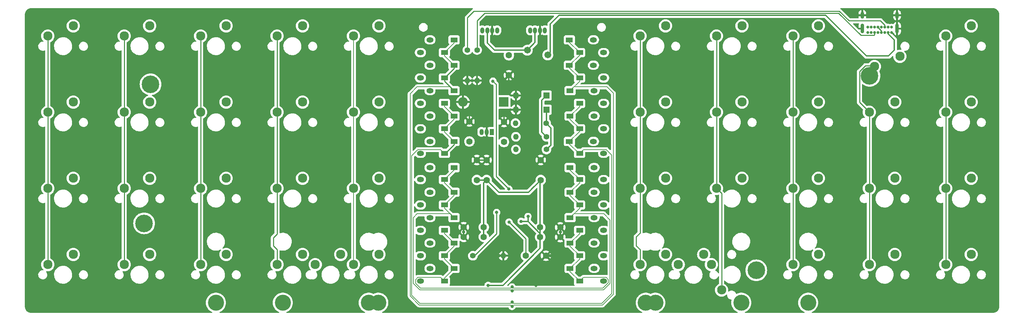
<source format=gbr>
%TF.GenerationSoftware,KiCad,Pcbnew,(7.0.0)*%
%TF.CreationDate,2024-02-11T13:38:05+01:00*%
%TF.ProjectId,LeSTMovoz,4c655354-4d6f-4766-9f7a-2e6b69636164,rev?*%
%TF.SameCoordinates,Original*%
%TF.FileFunction,Copper,L2,Bot*%
%TF.FilePolarity,Positive*%
%FSLAX46Y46*%
G04 Gerber Fmt 4.6, Leading zero omitted, Abs format (unit mm)*
G04 Created by KiCad (PCBNEW (7.0.0)) date 2024-02-11 13:38:05*
%MOMM*%
%LPD*%
G01*
G04 APERTURE LIST*
%TA.AperFunction,ComponentPad*%
%ADD10C,4.400000*%
%TD*%
%TA.AperFunction,ComponentPad*%
%ADD11R,1.778000X1.300000*%
%TD*%
%TA.AperFunction,ComponentPad*%
%ADD12O,1.778000X1.300000*%
%TD*%
%TA.AperFunction,ComponentPad*%
%ADD13C,1.710000*%
%TD*%
%TA.AperFunction,ComponentPad*%
%ADD14C,1.600000*%
%TD*%
%TA.AperFunction,ComponentPad*%
%ADD15C,2.300000*%
%TD*%
%TA.AperFunction,ComponentPad*%
%ADD16C,1.400000*%
%TD*%
%TA.AperFunction,ComponentPad*%
%ADD17O,1.400000X1.400000*%
%TD*%
%TA.AperFunction,ComponentPad*%
%ADD18C,4.000000*%
%TD*%
%TA.AperFunction,ComponentPad*%
%ADD19R,2.400000X2.400000*%
%TD*%
%TA.AperFunction,ComponentPad*%
%ADD20O,2.400000X2.400000*%
%TD*%
%TA.AperFunction,ComponentPad*%
%ADD21R,1.600000X1.600000*%
%TD*%
%TA.AperFunction,ComponentPad*%
%ADD22O,1.600000X1.600000*%
%TD*%
%TA.AperFunction,ComponentPad*%
%ADD23R,1.050000X1.500000*%
%TD*%
%TA.AperFunction,ComponentPad*%
%ADD24O,1.050000X1.500000*%
%TD*%
%TA.AperFunction,ComponentPad*%
%ADD25O,1.000000X1.500000*%
%TD*%
%TA.AperFunction,ComponentPad*%
%ADD26C,0.700000*%
%TD*%
%TA.AperFunction,ComponentPad*%
%ADD27O,0.900000X1.700000*%
%TD*%
%TA.AperFunction,ComponentPad*%
%ADD28O,0.900000X2.400000*%
%TD*%
%TA.AperFunction,ViaPad*%
%ADD29C,0.800000*%
%TD*%
%TA.AperFunction,Conductor*%
%ADD30C,0.200000*%
%TD*%
%TA.AperFunction,Conductor*%
%ADD31C,0.250000*%
%TD*%
%TA.AperFunction,Conductor*%
%ADD32C,0.380000*%
%TD*%
G04 APERTURE END LIST*
D10*
%TO.P,,1*%
%TO.N,N/C*%
X55137500Y-42862500D03*
%TD*%
D11*
%TO.P,D6,1,K*%
%TO.N,ROW0*%
X159543749Y-31749999D03*
D12*
%TO.P,D6,2,A*%
%TO.N,Net-(D6-A)*%
X165543749Y-31749999D03*
%TD*%
D13*
%TO.P,F1,1*%
%TO.N,VBUS*%
X154156250Y-35525000D03*
%TO.P,F1,2*%
%TO.N,+5V*%
X149056250Y-34325000D03*
%TD*%
D14*
%TO.P,C8,1*%
%TO.N,+3V3*%
X152400000Y-66793750D03*
%TO.P,C8,2*%
%TO.N,GND*%
X152400000Y-61793750D03*
%TD*%
D15*
%TO.P,MX24,1,1*%
%TO.N,COL3*%
X86677500Y-68897500D03*
%TO.P,MX24,2,2*%
%TO.N,Net-(D24-A)*%
X93027500Y-66357500D03*
%TD*%
%TO.P,MX10,1,1*%
%TO.N,COL9*%
X253365000Y-30797500D03*
%TO.P,MX10,2,2*%
%TO.N,Net-(D10-A)*%
X259715000Y-28257500D03*
%TD*%
D16*
%TO.P,R4,1*%
%TO.N,/CC1*%
X136525000Y-34290000D03*
D17*
%TO.P,R4,2*%
%TO.N,GND*%
X136524999Y-41909999D03*
%TD*%
D15*
%TO.P,MX19,1,1*%
%TO.N,COL8*%
X234315000Y-49847500D03*
%TO.P,MX19,2,2*%
%TO.N,Net-(D19-A)*%
X240665000Y-47307500D03*
%TD*%
%TO.P,MX5,1,1*%
%TO.N,COL4*%
X105727500Y-30797500D03*
%TO.P,MX5,2,2*%
%TO.N,Net-(D5-A)*%
X112077500Y-28257500D03*
%TD*%
%TO.P,MX6,1,1*%
%TO.N,COL5*%
X177165000Y-30797500D03*
%TO.P,MX6,2,2*%
%TO.N,Net-(D6-A)*%
X183515000Y-28257500D03*
%TD*%
D11*
%TO.P,D4,1,K*%
%TO.N,ROW0*%
X128412499Y-34924999D03*
D12*
%TO.P,D4,2,A*%
%TO.N,Net-(D4-A)*%
X122412499Y-34924999D03*
%TD*%
D15*
%TO.P,MX21,1,1*%
%TO.N,COL0*%
X29527500Y-68897500D03*
%TO.P,MX21,2,2*%
%TO.N,Net-(D21-A)*%
X35877500Y-66357500D03*
%TD*%
D10*
%TO.P,H6,1*%
%TO.N,N/C*%
X234387500Y-40736500D03*
%TD*%
D18*
%TO.P,S1,*%
%TO.N,*%
X202406250Y-97472500D03*
X178593750Y-97472500D03*
%TD*%
D14*
%TO.P,C5,1*%
%TO.N,+3V3*%
X136475000Y-66793750D03*
%TO.P,C5,2*%
%TO.N,GND*%
X136475000Y-61793750D03*
%TD*%
D15*
%TO.P,MX4,1,1*%
%TO.N,COL3*%
X86677500Y-30797500D03*
%TO.P,MX4,2,2*%
%TO.N,Net-(D4-A)*%
X93027500Y-28257500D03*
%TD*%
D14*
%TO.P,C6,1*%
%TO.N,+3V3*%
X138211531Y-81009836D03*
%TO.P,C6,2*%
%TO.N,GND*%
X133211531Y-81009836D03*
%TD*%
D15*
%TO.P,MX37,1,1*%
%TO.N,COL5*%
X177165000Y-87947500D03*
%TO.P,MX37,2,2*%
%TO.N,Net-(D36-A)*%
X183515000Y-85407500D03*
%TD*%
%TO.P,MX20,1,1*%
%TO.N,COL9*%
X253365000Y-49847500D03*
%TO.P,MX20,2,2*%
%TO.N,Net-(D20-A)*%
X259715000Y-47307500D03*
%TD*%
D18*
%TO.P,S2,*%
%TO.N,*%
X219075000Y-97472500D03*
X180975000Y-97472500D03*
%TD*%
D11*
%TO.P,D12,1,K*%
%TO.N,ROW1*%
X130793749Y-50799999D03*
D12*
%TO.P,D12,2,A*%
%TO.N,Net-(D12-A)*%
X124793749Y-50799999D03*
%TD*%
D15*
%TO.P,MX27,1,1*%
%TO.N,COL6*%
X196215000Y-68897500D03*
%TO.P,MX27,2,2*%
%TO.N,Net-(D27-A)*%
X202565000Y-66357500D03*
%TD*%
%TO.P,MX1,1,1*%
%TO.N,COL0*%
X29527500Y-30797500D03*
%TO.P,MX1,2,2*%
%TO.N,Net-(D1-A)*%
X35877500Y-28257500D03*
%TD*%
%TO.P,MX38,1,1*%
%TO.N,COL5*%
X186690000Y-87947500D03*
%TO.P,MX38,2,2*%
%TO.N,Net-(D36-A)*%
X193040000Y-85407500D03*
%TD*%
%TO.P,MX12,1,1*%
%TO.N,COL1*%
X48577500Y-49847500D03*
%TO.P,MX12,2,2*%
%TO.N,Net-(D12-A)*%
X54927500Y-47307500D03*
%TD*%
D11*
%TO.P,D3,1,K*%
%TO.N,ROW0*%
X130793749Y-38099999D03*
D12*
%TO.P,D3,2,A*%
%TO.N,Net-(D3-A)*%
X124793749Y-38099999D03*
%TD*%
D11*
%TO.P,D8,1,K*%
%TO.N,ROW0*%
X159543749Y-38099999D03*
D12*
%TO.P,D8,2,A*%
%TO.N,Net-(D8-A)*%
X165543749Y-38099999D03*
%TD*%
D16*
%TO.P,R3,1*%
%TO.N,D_USB_P*%
X153828750Y-55981250D03*
D17*
%TO.P,R3,2*%
%TO.N,D_P*%
X146208749Y-55981249D03*
%TD*%
D11*
%TO.P,D16,1,K*%
%TO.N,ROW1*%
X162099999Y-60124999D03*
D12*
%TO.P,D16,2,A*%
%TO.N,Net-(D16-A)*%
X168099999Y-60124999D03*
%TD*%
D15*
%TO.P,MX34,1,1*%
%TO.N,COL3*%
X86677500Y-87947500D03*
%TO.P,MX34,2,2*%
%TO.N,Net-(D34-A)*%
X93027500Y-85407500D03*
%TD*%
D14*
%TO.P,C1,1*%
%TO.N,GND*%
X134625429Y-52150000D03*
%TO.P,C1,2*%
%TO.N,+5V*%
X134625429Y-57150000D03*
%TD*%
D11*
%TO.P,D9,1,K*%
%TO.N,ROW0*%
X162099999Y-41274999D03*
D12*
%TO.P,D9,2,A*%
%TO.N,Net-(D9-A)*%
X168099999Y-41274999D03*
%TD*%
D11*
%TO.P,D24,1,K*%
%TO.N,ROW2*%
X128412499Y-66674999D03*
D12*
%TO.P,D24,2,A*%
%TO.N,Net-(D24-A)*%
X122412499Y-66674999D03*
%TD*%
D15*
%TO.P,MX41,1,1*%
%TO.N,COL8*%
X234315000Y-87947500D03*
%TO.P,MX41,2,2*%
%TO.N,Net-(D39-A)*%
X240665000Y-85407500D03*
%TD*%
D11*
%TO.P,D38,1,K*%
%TO.N,ROW3*%
X162099999Y-85724999D03*
D12*
%TO.P,D38,2,A*%
%TO.N,Net-(D38-A)*%
X168099999Y-85724999D03*
%TD*%
D11*
%TO.P,D29,1,K*%
%TO.N,ROW2*%
X162099999Y-73024999D03*
D12*
%TO.P,D29,2,A*%
%TO.N,Net-(D29-A)*%
X168099999Y-73024999D03*
%TD*%
D16*
%TO.P,R5,1*%
%TO.N,/CC2*%
X134143750Y-34290000D03*
D17*
%TO.P,R5,2*%
%TO.N,GND*%
X134143749Y-41909999D03*
%TD*%
D15*
%TO.P,MX28,1,1*%
%TO.N,COL7*%
X215265000Y-68897500D03*
%TO.P,MX28,2,2*%
%TO.N,Net-(D28-A)*%
X221615000Y-66357500D03*
%TD*%
%TO.P,MX8,1,1*%
%TO.N,COL7*%
X215265000Y-30797500D03*
%TO.P,MX8,2,2*%
%TO.N,Net-(D8-A)*%
X221615000Y-28257500D03*
%TD*%
D11*
%TO.P,D18,1,K*%
%TO.N,ROW1*%
X162099999Y-53974999D03*
D12*
%TO.P,D18,2,A*%
%TO.N,Net-(D18-A)*%
X168099999Y-53974999D03*
%TD*%
D15*
%TO.P,MX18,1,1*%
%TO.N,COL7*%
X215265000Y-49847500D03*
%TO.P,MX18,2,2*%
%TO.N,Net-(D18-A)*%
X221615000Y-47307500D03*
%TD*%
D11*
%TO.P,D7,1,K*%
%TO.N,ROW0*%
X162099999Y-34924999D03*
D12*
%TO.P,D7,2,A*%
%TO.N,Net-(D7-A)*%
X168099999Y-34924999D03*
%TD*%
D11*
%TO.P,D34,1,K*%
%TO.N,ROW3*%
X130793749Y-88899999D03*
D12*
%TO.P,D34,2,A*%
%TO.N,Net-(D34-A)*%
X124793749Y-88899999D03*
%TD*%
D11*
%TO.P,D20,1,K*%
%TO.N,ROW1*%
X162099999Y-47624999D03*
D12*
%TO.P,D20,2,A*%
%TO.N,Net-(D20-A)*%
X168099999Y-47624999D03*
%TD*%
D15*
%TO.P,MX33,1,1*%
%TO.N,COL2*%
X67627500Y-87947500D03*
%TO.P,MX33,2,2*%
%TO.N,Net-(D33-A)*%
X73977500Y-85407500D03*
%TD*%
D11*
%TO.P,D13,1,K*%
%TO.N,ROW1*%
X128412499Y-53974999D03*
D12*
%TO.P,D13,2,A*%
%TO.N,Net-(D13-A)*%
X122412499Y-53974999D03*
%TD*%
D19*
%TO.P,D41,1,A1*%
%TO.N,+5V*%
X143192499Y-47300965D03*
D20*
%TO.P,D41,2,A2*%
%TO.N,GND*%
X133032499Y-47300965D03*
%TD*%
D16*
%TO.P,R2,1*%
%TO.N,D_USB_N*%
X153828750Y-59156250D03*
D17*
%TO.P,R2,2*%
%TO.N,D_N*%
X146208749Y-59156249D03*
%TD*%
D11*
%TO.P,D15,1,K*%
%TO.N,ROW1*%
X128412499Y-60124999D03*
D12*
%TO.P,D15,2,A*%
%TO.N,Net-(D15-A)*%
X122412499Y-60124999D03*
%TD*%
D15*
%TO.P,MX23,1,1*%
%TO.N,COL2*%
X67627500Y-68897500D03*
%TO.P,MX23,2,2*%
%TO.N,Net-(D23-A)*%
X73977500Y-66357500D03*
%TD*%
D11*
%TO.P,D33,1,K*%
%TO.N,ROW3*%
X128412499Y-85724999D03*
D12*
%TO.P,D33,2,A*%
%TO.N,Net-(D33-A)*%
X122412499Y-85724999D03*
%TD*%
D16*
%TO.P,R1,1*%
%TO.N,D_USB_N*%
X153728750Y-52562500D03*
D17*
%TO.P,R1,2*%
%TO.N,+5V*%
X146108749Y-52562499D03*
%TD*%
D11*
%TO.P,D10,1,K*%
%TO.N,ROW0*%
X159718749Y-44449999D03*
D12*
%TO.P,D10,2,A*%
%TO.N,Net-(D10-A)*%
X165718749Y-44449999D03*
%TD*%
D11*
%TO.P,D36,1,K*%
%TO.N,ROW3*%
X162099999Y-92074999D03*
D12*
%TO.P,D36,2,A*%
%TO.N,Net-(D36-A)*%
X168099999Y-92074999D03*
%TD*%
D15*
%TO.P,MX14,1,1*%
%TO.N,COL3*%
X86677500Y-49847500D03*
%TO.P,MX14,2,2*%
%TO.N,Net-(D14-A)*%
X93027500Y-47307500D03*
%TD*%
D11*
%TO.P,D19,1,K*%
%TO.N,ROW1*%
X159718749Y-50799999D03*
D12*
%TO.P,D19,2,A*%
%TO.N,Net-(D19-A)*%
X165718749Y-50799999D03*
%TD*%
D21*
%TO.P,D43,1,K*%
%TO.N,D_USB_N*%
X153828749Y-49212499D03*
D22*
%TO.P,D43,2,A*%
%TO.N,GND*%
X146208749Y-49212499D03*
%TD*%
D11*
%TO.P,D5,1,K*%
%TO.N,ROW0*%
X130793749Y-31749999D03*
D12*
%TO.P,D5,2,A*%
%TO.N,Net-(D5-A)*%
X124793749Y-31749999D03*
%TD*%
D23*
%TO.P,U2,1,VO*%
%TO.N,+3V3*%
X140176249Y-54768749D03*
D24*
%TO.P,U2,2,GND*%
%TO.N,GND*%
X138906249Y-54768749D03*
%TO.P,U2,3,VI*%
%TO.N,+5V*%
X137636249Y-54768749D03*
%TD*%
D14*
%TO.P,C10,1*%
%TO.N,+3V3*%
X138906250Y-66793750D03*
%TO.P,C10,2*%
%TO.N,GND*%
X138906250Y-61793750D03*
%TD*%
D18*
%TO.P,S3,*%
%TO.N,*%
X109537500Y-97472500D03*
X71437500Y-97472500D03*
%TD*%
D11*
%TO.P,D23,1,K*%
%TO.N,ROW2*%
X130793749Y-69849999D03*
D12*
%TO.P,D23,2,A*%
%TO.N,Net-(D23-A)*%
X124793749Y-69849999D03*
%TD*%
D15*
%TO.P,MX17,1,1*%
%TO.N,COL6*%
X196215000Y-49847500D03*
%TO.P,MX17,2,2*%
%TO.N,Net-(D17-A)*%
X202565000Y-47307500D03*
%TD*%
D11*
%TO.P,D27,1,K*%
%TO.N,ROW2*%
X162099999Y-66674999D03*
D12*
%TO.P,D27,2,A*%
%TO.N,Net-(D27-A)*%
X168099999Y-66674999D03*
%TD*%
D11*
%TO.P,D2,1,K*%
%TO.N,ROW0*%
X128412499Y-41274999D03*
D12*
%TO.P,D2,2,A*%
%TO.N,Net-(D2-A)*%
X122412499Y-41274999D03*
%TD*%
D14*
%TO.P,C9,1*%
%TO.N,+3V3*%
X152268053Y-78635515D03*
%TO.P,C9,2*%
%TO.N,GND*%
X157268053Y-78635515D03*
%TD*%
D15*
%TO.P,MX16,1,1*%
%TO.N,COL5*%
X177165000Y-49847500D03*
%TO.P,MX16,2,2*%
%TO.N,Net-(D16-A)*%
X183515000Y-47307500D03*
%TD*%
D11*
%TO.P,D39,1,K*%
%TO.N,ROW3*%
X159718749Y-82549999D03*
D12*
%TO.P,D39,2,A*%
%TO.N,Net-(D39-A)*%
X165718749Y-82549999D03*
%TD*%
D11*
%TO.P,D17,1,K*%
%TO.N,ROW1*%
X159543749Y-57149999D03*
D12*
%TO.P,D17,2,A*%
%TO.N,Net-(D17-A)*%
X165543749Y-57149999D03*
%TD*%
D15*
%TO.P,MX31,1,1*%
%TO.N,COL0*%
X29527500Y-87947500D03*
%TO.P,MX31,2,2*%
%TO.N,Net-(D31-A)*%
X35877500Y-85407500D03*
%TD*%
D18*
%TO.P,S4,*%
%TO.N,*%
X111918750Y-97472500D03*
X88106250Y-97472500D03*
%TD*%
D11*
%TO.P,D40,1,K*%
%TO.N,ROW3*%
X162099999Y-79374999D03*
D12*
%TO.P,D40,2,A*%
%TO.N,Net-(D40-A)*%
X168099999Y-79374999D03*
%TD*%
D15*
%TO.P,MX26,1,1*%
%TO.N,COL5*%
X177165000Y-68897500D03*
%TO.P,MX26,2,2*%
%TO.N,Net-(D26-A)*%
X183515000Y-66357500D03*
%TD*%
D11*
%TO.P,D1,1,K*%
%TO.N,ROW0*%
X130793749Y-44449999D03*
D12*
%TO.P,D1,2,A*%
%TO.N,Net-(D1-A)*%
X124793749Y-44449999D03*
%TD*%
D16*
%TO.P,R6,1*%
%TO.N,BOOT0*%
X135490000Y-85725000D03*
D17*
%TO.P,R6,2*%
%TO.N,GND*%
X143109999Y-85724999D03*
%TD*%
D11*
%TO.P,D30,1,K*%
%TO.N,ROW2*%
X159718749Y-76199999D03*
D12*
%TO.P,D30,2,A*%
%TO.N,Net-(D30-A)*%
X165718749Y-76199999D03*
%TD*%
D14*
%TO.P,C7,1*%
%TO.N,+3V3*%
X138211531Y-78578586D03*
%TO.P,C7,2*%
%TO.N,GND*%
X133211531Y-78578586D03*
%TD*%
D15*
%TO.P,MX32,1,1*%
%TO.N,COL1*%
X48577500Y-87947500D03*
%TO.P,MX32,2,2*%
%TO.N,Net-(D32-A)*%
X54927500Y-85407500D03*
%TD*%
D11*
%TO.P,D31,1,K*%
%TO.N,ROW3*%
X128412499Y-79374999D03*
D12*
%TO.P,D31,2,A*%
%TO.N,Net-(D31-A)*%
X122412499Y-79374999D03*
%TD*%
D15*
%TO.P,MX3,1,1*%
%TO.N,COL2*%
X67627500Y-30797500D03*
%TO.P,MX3,2,2*%
%TO.N,Net-(D3-A)*%
X73977500Y-28257500D03*
%TD*%
D11*
%TO.P,D28,1,K*%
%TO.N,ROW2*%
X159718749Y-69849999D03*
D12*
%TO.P,D28,2,A*%
%TO.N,Net-(D28-A)*%
X165718749Y-69849999D03*
%TD*%
D15*
%TO.P,MX29,1,1*%
%TO.N,COL8*%
X234315000Y-68897500D03*
%TO.P,MX29,2,2*%
%TO.N,Net-(D29-A)*%
X240665000Y-66357500D03*
%TD*%
%TO.P,MX39,1,1*%
%TO.N,COL6*%
X197485000Y-94297500D03*
%TO.P,MX39,2,2*%
%TO.N,Net-(D37-A)*%
X194945000Y-87947500D03*
%TD*%
D11*
%TO.P,D11,1,K*%
%TO.N,ROW1*%
X128412499Y-47624999D03*
D12*
%TO.P,D11,2,A*%
%TO.N,Net-(D11-A)*%
X122412499Y-47624999D03*
%TD*%
D15*
%TO.P,MX7,1,1*%
%TO.N,COL6*%
X196215000Y-30797500D03*
%TO.P,MX7,2,2*%
%TO.N,Net-(D7-A)*%
X202565000Y-28257500D03*
%TD*%
%TO.P,MX22,1,1*%
%TO.N,COL1*%
X48577500Y-68897500D03*
%TO.P,MX22,2,2*%
%TO.N,Net-(D22-A)*%
X54927500Y-66357500D03*
%TD*%
%TO.P,MX9,1,1*%
%TO.N,Net-(D9-A)*%
X241935000Y-35877500D03*
%TO.P,MX9,2,2*%
%TO.N,COL8*%
X235585000Y-38417500D03*
%TD*%
D21*
%TO.P,D42,1,K*%
%TO.N,D_USB_P*%
X153828749Y-45662499D03*
D22*
%TO.P,D42,2,A*%
%TO.N,GND*%
X146208749Y-45662499D03*
%TD*%
D14*
%TO.P,C3,1*%
%TO.N,NRST*%
X148712500Y-85725000D03*
%TO.P,C3,2*%
%TO.N,GND*%
X153712500Y-85725000D03*
%TD*%
D11*
%TO.P,D37,1,K*%
%TO.N,ROW3*%
X159718749Y-88899999D03*
D12*
%TO.P,D37,2,A*%
%TO.N,Net-(D37-A)*%
X165718749Y-88899999D03*
%TD*%
D11*
%TO.P,D21,1,K*%
%TO.N,ROW2*%
X130793749Y-76199999D03*
D12*
%TO.P,D21,2,A*%
%TO.N,Net-(D21-A)*%
X124793749Y-76199999D03*
%TD*%
D14*
%TO.P,C4,1*%
%TO.N,+3V3*%
X152268053Y-81066765D03*
%TO.P,C4,2*%
%TO.N,GND*%
X157268053Y-81066765D03*
%TD*%
D15*
%TO.P,MX15,1,1*%
%TO.N,COL4*%
X105727500Y-49847500D03*
%TO.P,MX15,2,2*%
%TO.N,Net-(D15-A)*%
X112077500Y-47307500D03*
%TD*%
D10*
%TO.P,,1*%
%TO.N,N/C*%
X206137500Y-89371500D03*
%TD*%
%TO.P,,1*%
%TO.N,N/C*%
X53537500Y-77636500D03*
%TD*%
D15*
%TO.P,MX25,1,1*%
%TO.N,COL4*%
X105727500Y-68897500D03*
%TO.P,MX25,2,2*%
%TO.N,Net-(D25-A)*%
X112077500Y-66357500D03*
%TD*%
%TO.P,MX36,1,1*%
%TO.N,COL4*%
X96202500Y-87947500D03*
%TO.P,MX36,2,2*%
%TO.N,Net-(D35-A)*%
X102552500Y-85407500D03*
%TD*%
%TO.P,MX13,1,1*%
%TO.N,COL2*%
X67627500Y-49847500D03*
%TO.P,MX13,2,2*%
%TO.N,Net-(D13-A)*%
X73977500Y-47307500D03*
%TD*%
%TO.P,MX40,1,1*%
%TO.N,COL7*%
X215265000Y-87947500D03*
%TO.P,MX40,2,2*%
%TO.N,Net-(D38-A)*%
X221615000Y-85407500D03*
%TD*%
D11*
%TO.P,D25,1,K*%
%TO.N,ROW2*%
X130793749Y-63699999D03*
D12*
%TO.P,D25,2,A*%
%TO.N,Net-(D25-A)*%
X124793749Y-63699999D03*
%TD*%
D11*
%TO.P,D22,1,K*%
%TO.N,ROW2*%
X128412499Y-73024999D03*
D12*
%TO.P,D22,2,A*%
%TO.N,Net-(D22-A)*%
X122412499Y-73024999D03*
%TD*%
D14*
%TO.P,C12,1*%
%TO.N,+5V*%
X144462500Y-35600000D03*
%TO.P,C12,2*%
%TO.N,GND*%
X144462500Y-40600000D03*
%TD*%
D15*
%TO.P,MX2,1,1*%
%TO.N,COL1*%
X48577500Y-30797500D03*
%TO.P,MX2,2,2*%
%TO.N,Net-(D2-A)*%
X54927500Y-28257500D03*
%TD*%
D11*
%TO.P,D32,1,K*%
%TO.N,ROW3*%
X130793749Y-82549999D03*
D12*
%TO.P,D32,2,A*%
%TO.N,Net-(D32-A)*%
X124793749Y-82549999D03*
%TD*%
D15*
%TO.P,MX11,1,1*%
%TO.N,COL0*%
X29527500Y-49847500D03*
%TO.P,MX11,2,2*%
%TO.N,Net-(D11-A)*%
X35877500Y-47307500D03*
%TD*%
%TO.P,MX42,1,1*%
%TO.N,COL9*%
X253365000Y-87947500D03*
%TO.P,MX42,2,2*%
%TO.N,Net-(D40-A)*%
X259715000Y-85407500D03*
%TD*%
%TO.P,MX30,1,1*%
%TO.N,COL9*%
X253365000Y-68897500D03*
%TO.P,MX30,2,2*%
%TO.N,Net-(D30-A)*%
X259715000Y-66357500D03*
%TD*%
%TO.P,MX35,1,1*%
%TO.N,COL4*%
X105727500Y-87947500D03*
%TO.P,MX35,2,2*%
%TO.N,Net-(D35-A)*%
X112077500Y-85407500D03*
%TD*%
D14*
%TO.P,C2,1*%
%TO.N,GND*%
X143250429Y-52276860D03*
%TO.P,C2,2*%
%TO.N,+3V3*%
X143250429Y-57276860D03*
%TD*%
D11*
%TO.P,D14,1,K*%
%TO.N,ROW1*%
X130793749Y-57149999D03*
D12*
%TO.P,D14,2,A*%
%TO.N,Net-(D14-A)*%
X124793749Y-57149999D03*
%TD*%
D11*
%TO.P,D35,1,K*%
%TO.N,ROW3*%
X128412499Y-92074999D03*
D12*
%TO.P,D35,2,A*%
%TO.N,Net-(D35-A)*%
X122412499Y-92074999D03*
%TD*%
D11*
%TO.P,D26,1,K*%
%TO.N,ROW2*%
X159718749Y-63699999D03*
D12*
%TO.P,D26,2,A*%
%TO.N,Net-(D26-A)*%
X165718749Y-63699999D03*
%TD*%
D25*
%TO.P,D44,1,VDD*%
%TO.N,+5V*%
X139074999Y-29368749D03*
%TO.P,D44,2,DOUT*%
%TO.N,Net-(D44-DOUT)*%
X141549999Y-29368749D03*
%TO.P,D44,3,VSS*%
%TO.N,GND*%
X140324999Y-29368749D03*
%TO.P,D44,4,DIN*%
%TO.N,RGBin*%
X137849999Y-29368749D03*
%TD*%
%TO.P,D45,1,VDD*%
%TO.N,+5V*%
X150981249Y-29368749D03*
%TO.P,D45,2,DOUT*%
%TO.N,unconnected-(D45-DOUT-Pad2)*%
X153456249Y-29368749D03*
%TO.P,D45,3,VSS*%
%TO.N,GND*%
X152231249Y-29368749D03*
%TO.P,D45,4,DIN*%
%TO.N,Net-(D44-DOUT)*%
X149756249Y-29368749D03*
%TD*%
D26*
%TO.P,J1,A1,GND*%
%TO.N,GND*%
X233938179Y-29918750D03*
%TO.P,J1,A4,VBUS*%
%TO.N,VBUS*%
X234788179Y-29918750D03*
%TO.P,J1,A5,CC1*%
%TO.N,/CC1*%
X235638179Y-29918750D03*
%TO.P,J1,A6,D+*%
%TO.N,D_USB_P*%
X236488179Y-29918750D03*
%TO.P,J1,A7,D-*%
%TO.N,D_USB_N*%
X237338179Y-29918750D03*
%TO.P,J1,A8,SBU1*%
%TO.N,unconnected-(J1-SBU1-PadA8)*%
X238188179Y-29918750D03*
%TO.P,J1,A9,VBUS*%
%TO.N,VBUS*%
X239038179Y-29918750D03*
%TO.P,J1,A12,GND*%
%TO.N,GND*%
X239888179Y-29918750D03*
%TO.P,J1,B1,GND*%
X239888179Y-28568750D03*
%TO.P,J1,B4,VBUS*%
%TO.N,VBUS*%
X239038179Y-28568750D03*
%TO.P,J1,B5,CC2*%
%TO.N,/CC2*%
X238188179Y-28568750D03*
%TO.P,J1,B6,D+*%
%TO.N,D_USB_P*%
X237338179Y-28568750D03*
%TO.P,J1,B7,D-*%
%TO.N,D_USB_N*%
X236488179Y-28568750D03*
%TO.P,J1,B8,SBU2*%
%TO.N,unconnected-(J1-SBU2-PadB8)*%
X235638179Y-28568750D03*
%TO.P,J1,B9,VBUS*%
%TO.N,VBUS*%
X234788179Y-28568750D03*
%TO.P,J1,B12,GND*%
%TO.N,GND*%
X233938179Y-28568750D03*
D27*
%TO.P,J1,S1,SHIELD*%
X232588178Y-25558749D03*
D28*
X232588178Y-28938749D03*
D27*
X241238178Y-25558749D03*
D28*
X241238178Y-28938749D03*
%TD*%
D29*
%TO.N,ROW0*%
X145256250Y-98425000D03*
%TO.N,+3V3*%
X147506250Y-77121840D03*
X149225000Y-75903090D03*
X139285312Y-93131250D03*
%TO.N,GND*%
X157268053Y-79817404D03*
X145256250Y-72359340D03*
X134975169Y-47312013D03*
X154781250Y-85725000D03*
X134627190Y-50127375D03*
X140493750Y-27781250D03*
X138906250Y-53181250D03*
X151228461Y-93131250D03*
X143241088Y-50127375D03*
X133211531Y-79822041D03*
X135335263Y-41910000D03*
X146208750Y-47445552D03*
X144462500Y-42068750D03*
X142081250Y-85725000D03*
X152400000Y-27781250D03*
%TO.N,NRST*%
X144511040Y-77299823D03*
%TO.N,BOOT0*%
X141416942Y-74910483D03*
%TO.N,ROW1*%
X145256250Y-97331750D03*
%TO.N,ROW2*%
X145256250Y-94531253D03*
%TO.N,ROW3*%
X145256250Y-93531750D03*
%TO.N,RGB MCU*%
X144462500Y-69056250D03*
X140493750Y-42068750D03*
%TD*%
D30*
%TO.N,ROW0*%
X162100000Y-41275000D02*
X159543750Y-38718750D01*
X122071814Y-98031250D02*
X119850000Y-95809435D01*
X129843750Y-43500000D02*
X130793750Y-44450000D01*
D31*
X130793750Y-38893750D02*
X130793750Y-38100000D01*
D30*
X162100000Y-34925000D02*
X159543750Y-32368750D01*
X128412500Y-35718750D02*
X128412500Y-34925000D01*
X122071814Y-98031250D02*
X144862500Y-98031250D01*
X145650000Y-98031250D02*
X145256250Y-98425000D01*
X160668750Y-43500000D02*
X168912500Y-43500000D01*
X168912500Y-43500000D02*
X170489000Y-45076500D01*
X170489000Y-45076500D02*
X170489000Y-95331974D01*
X159718750Y-44450000D02*
X160668750Y-43500000D01*
X159543750Y-38718750D02*
X159543750Y-38100000D01*
X162100000Y-35543750D02*
X162100000Y-34925000D01*
X130793750Y-32543750D02*
X130793750Y-31750000D01*
X121600000Y-43500000D02*
X129843750Y-43500000D01*
X128412500Y-34925000D02*
X130793750Y-32543750D01*
X130793750Y-38100000D02*
X128412500Y-35718750D01*
X119850000Y-45250000D02*
X121600000Y-43500000D01*
D31*
X128412500Y-41275000D02*
X130793750Y-38893750D01*
D30*
X159543750Y-32368750D02*
X159543750Y-31750000D01*
X144862500Y-98031250D02*
X145256250Y-98425000D01*
X145650000Y-98031250D02*
X167789723Y-98031250D01*
X162100000Y-42068750D02*
X162100000Y-41275000D01*
D31*
X130793750Y-44450000D02*
X128412500Y-42068750D01*
X128412500Y-42068750D02*
X128412500Y-41275000D01*
D30*
X159718750Y-44450000D02*
X162100000Y-42068750D01*
X119850000Y-95809435D02*
X119850000Y-45250000D01*
X159543750Y-38100000D02*
X162100000Y-35543750D01*
X170489000Y-95331974D02*
X167789723Y-98031250D01*
D32*
%TO.N,+3V3*%
X138211531Y-67488469D02*
X138211531Y-71437500D01*
X152400000Y-66793750D02*
X150871875Y-68321875D01*
X149225000Y-77121840D02*
X152268053Y-80164893D01*
X149225000Y-77121840D02*
X149225000Y-75903090D01*
X138211531Y-78578586D02*
X138211531Y-80959836D01*
X141962500Y-69850000D02*
X138906250Y-66793750D01*
X152268053Y-83852362D02*
X142989165Y-93131250D01*
X149225000Y-77121840D02*
X147506250Y-77121840D01*
X152268053Y-78635515D02*
X152268053Y-66925697D01*
X150871875Y-68321875D02*
X149343750Y-69850000D01*
X150871875Y-68321875D02*
X150475000Y-68718750D01*
X149343750Y-69850000D02*
X141962500Y-69850000D01*
X138906250Y-66793750D02*
X136525000Y-66793750D01*
X138211531Y-78578586D02*
X138211531Y-71437500D01*
X150475000Y-68718750D02*
X150137500Y-69056250D01*
X152268053Y-80164893D02*
X152268053Y-81016765D01*
X152268053Y-66925697D02*
X152400000Y-66793750D01*
X142989165Y-93131250D02*
X139285312Y-93131250D01*
X152268053Y-78635515D02*
X152268053Y-81016765D01*
X138906250Y-66793750D02*
X138211531Y-67488469D01*
X152268053Y-81016765D02*
X152268053Y-83852362D01*
%TO.N,GND*%
X143110000Y-85725000D02*
X142081250Y-85725000D01*
X143250429Y-50136716D02*
X143241088Y-50127375D01*
X136525000Y-61793750D02*
X138906250Y-61793750D01*
X143250429Y-52276860D02*
X143250429Y-50136716D01*
X157268053Y-81016765D02*
X157268053Y-79817404D01*
X144462500Y-40600000D02*
X144462500Y-42068750D01*
X133032500Y-47300966D02*
X134964122Y-47300966D01*
X134625429Y-50129136D02*
X134627190Y-50127375D01*
X134143750Y-41910000D02*
X136525000Y-41910000D01*
X146208750Y-45662500D02*
X146208750Y-47445552D01*
X133211531Y-78578586D02*
X133211531Y-79822041D01*
X134625429Y-52150000D02*
X134625429Y-50129136D01*
X140325000Y-29368750D02*
X140325000Y-27950000D01*
X146208750Y-47445552D02*
X146208750Y-49212500D01*
X157268053Y-78635515D02*
X157268053Y-79817404D01*
X152231250Y-27950000D02*
X152400000Y-27781250D01*
X134964122Y-47300966D02*
X134975169Y-47312013D01*
X133211531Y-79822041D02*
X133211531Y-80959836D01*
X138906250Y-54768750D02*
X138906250Y-53181250D01*
X152231250Y-29368750D02*
X152231250Y-27950000D01*
X140325000Y-27950000D02*
X140493750Y-27781250D01*
X153712500Y-85725000D02*
X154781250Y-85725000D01*
D31*
%TO.N,NRST*%
X148712500Y-81501283D02*
X148712500Y-85725000D01*
X144511040Y-77299823D02*
X148712500Y-81501283D01*
D32*
%TO.N,+5V*%
X149056250Y-34325000D02*
X150981250Y-32400000D01*
X139075000Y-32543750D02*
X140856250Y-34325000D01*
X139075000Y-29368750D02*
X139075000Y-32543750D01*
X140856250Y-34325000D02*
X149056250Y-34325000D01*
X150981250Y-32400000D02*
X150981250Y-29368750D01*
%TO.N,VBUS*%
X239133154Y-35771400D02*
X233619209Y-35771400D01*
X233619209Y-35771400D02*
X223419060Y-25571250D01*
X240558900Y-34345654D02*
X239133154Y-35771400D01*
X154781250Y-27781250D02*
X154781250Y-34900000D01*
X240558900Y-31802650D02*
X240558900Y-34345654D01*
X223419060Y-25571250D02*
X161131250Y-25571250D01*
X239038179Y-30281929D02*
X240558900Y-31802650D01*
X239038179Y-29918750D02*
X239038179Y-30281929D01*
X156991250Y-25571250D02*
X154781250Y-27781250D01*
X154781250Y-34900000D02*
X154156250Y-35525000D01*
X161131250Y-25571250D02*
X156991250Y-25571250D01*
D31*
%TO.N,/CC1*%
X226668750Y-25056250D02*
X138456250Y-25056250D01*
X232206250Y-30593750D02*
X226668750Y-25056250D01*
X235638179Y-29918750D02*
X235638179Y-30413724D01*
X235638179Y-30413724D02*
X235458153Y-30593750D01*
X235458153Y-30593750D02*
X232206250Y-30593750D01*
X136525000Y-26987500D02*
X136525000Y-34290000D01*
X138456250Y-25056250D02*
X136525000Y-26987500D01*
D32*
%TO.N,D_USB_P*%
X152638750Y-46852500D02*
X152638750Y-54791250D01*
X152638750Y-54791250D02*
X153828750Y-55981250D01*
X153828750Y-45662500D02*
X152638750Y-46852500D01*
D31*
%TO.N,D_USB_N*%
X236488179Y-28673345D02*
X237338179Y-29523345D01*
X236488179Y-28568750D02*
X236488179Y-28673345D01*
D32*
X153828750Y-49212500D02*
X153828750Y-52647500D01*
X154918750Y-53752500D02*
X154918750Y-58066250D01*
X153728750Y-52562500D02*
X154918750Y-53752500D01*
D31*
X237338179Y-29523345D02*
X237338179Y-29918750D01*
D32*
X154918750Y-58066250D02*
X153828750Y-59156250D01*
D31*
%TO.N,/CC2*%
X229236396Y-26987500D02*
X226855146Y-24606250D01*
X238188179Y-28568750D02*
X238188179Y-28073776D01*
X238188179Y-28073776D02*
X237101903Y-26987500D01*
X226855146Y-24606250D02*
X137318750Y-24606250D01*
X237101903Y-26987500D02*
X229236396Y-26987500D01*
X135731250Y-24606250D02*
X134143750Y-26193750D01*
X137318750Y-24606250D02*
X136525000Y-24606250D01*
X134143750Y-26193750D02*
X134143750Y-34290000D01*
X137318750Y-24606250D02*
X135731250Y-24606250D01*
%TO.N,BOOT0*%
X141416942Y-80198058D02*
X141416942Y-74910483D01*
X135490000Y-85725000D02*
X135890000Y-85725000D01*
X135890000Y-85725000D02*
X141416942Y-80198058D01*
D30*
%TO.N,ROW1*%
X122237500Y-97631250D02*
X144956750Y-97631250D01*
X128412500Y-54768750D02*
X128412500Y-53975000D01*
X145555750Y-97631250D02*
X145256250Y-97331750D01*
X145555750Y-97631250D02*
X167624038Y-97631250D01*
X159543750Y-57768750D02*
X159543750Y-57150000D01*
X128412500Y-53975000D02*
X130793750Y-51593750D01*
X162100000Y-54593750D02*
X162100000Y-53975000D01*
X120250000Y-95643750D02*
X122237500Y-97631250D01*
X159543750Y-57150000D02*
X162100000Y-54593750D01*
X170089000Y-95166288D02*
X170089000Y-60531497D01*
X127462500Y-59175000D02*
X128412500Y-60125000D01*
X162100000Y-53975000D02*
X159718750Y-51593750D01*
X130793750Y-57150000D02*
X128412500Y-54768750D01*
X168732503Y-59175000D02*
X163050000Y-59175000D01*
X121779997Y-59175000D02*
X127462500Y-59175000D01*
X120250000Y-60704997D02*
X120250000Y-95643750D01*
X128412500Y-48418750D02*
X128412500Y-47625000D01*
X120250000Y-60704997D02*
X121779997Y-59175000D01*
X144956750Y-97631250D02*
X145256250Y-97331750D01*
X130793750Y-51593750D02*
X130793750Y-50800000D01*
X170089000Y-60531497D02*
X168732503Y-59175000D01*
D31*
X128412500Y-60325000D02*
X130793750Y-57943750D01*
D30*
X167624038Y-97631250D02*
X170089000Y-95166288D01*
X159718750Y-51593750D02*
X159718750Y-50800000D01*
X130793750Y-50800000D02*
X128412500Y-48418750D01*
X162100000Y-60325000D02*
X159543750Y-57768750D01*
X159718750Y-50800000D02*
X162100000Y-48418750D01*
D31*
X130793750Y-57943750D02*
X130793750Y-57150000D01*
D30*
X162100000Y-48418750D02*
X162100000Y-47625000D01*
X163050000Y-59175000D02*
X162100000Y-60125000D01*
%TO.N,ROW2*%
X122240565Y-94231250D02*
X144956247Y-94231250D01*
X162100000Y-66675000D02*
X159718750Y-64293750D01*
X129843750Y-75250000D02*
X121600000Y-75250000D01*
X159718750Y-70643750D02*
X159718750Y-69850000D01*
X128412500Y-73025000D02*
X130793750Y-70643750D01*
X145556253Y-94231250D02*
X168091940Y-94231250D01*
X130793750Y-69850000D02*
X128412500Y-67468750D01*
X162100000Y-73025000D02*
X159718750Y-70643750D01*
X159718750Y-69850000D02*
X162100000Y-67468750D01*
X121600000Y-75250000D02*
X120650000Y-76200000D01*
X128412500Y-67468750D02*
X128412500Y-66675000D01*
X128412500Y-73818750D02*
X130793750Y-76200000D01*
X169689000Y-92634189D02*
X169689000Y-76820250D01*
X128412500Y-73818750D02*
X128412500Y-73025000D01*
X145556253Y-94231250D02*
X145256250Y-94531253D01*
X130793750Y-64293750D02*
X130793750Y-63500000D01*
X120650000Y-92640685D02*
X122240565Y-94231250D01*
X162100000Y-73818750D02*
X162100000Y-73025000D01*
X120650000Y-76200000D02*
X120650000Y-92640685D01*
X160668750Y-75250000D02*
X159718750Y-76200000D01*
X159718750Y-76200000D02*
X162100000Y-73818750D01*
X168118750Y-75250000D02*
X160668750Y-75250000D01*
X130793750Y-76200000D02*
X129843750Y-75250000D01*
X128412500Y-66675000D02*
X130793750Y-64293750D01*
X130793750Y-70643750D02*
X130793750Y-69850000D01*
X144956247Y-94231250D02*
X145256250Y-94531253D01*
X168091940Y-94231250D02*
X169689000Y-92634189D01*
X162100000Y-67468750D02*
X162100000Y-66675000D01*
X169689000Y-76820250D02*
X168118750Y-75250000D01*
X159718750Y-64293750D02*
X159718750Y-63500000D01*
%TO.N,ROW3*%
X121779997Y-91125000D02*
X127462500Y-91125000D01*
X130793750Y-88900000D02*
X128412500Y-86518750D01*
X167926254Y-93831250D02*
X169289000Y-92468503D01*
X159718750Y-83343750D02*
X159718750Y-82550000D01*
X121779997Y-91125000D02*
X121223500Y-91681497D01*
X128412500Y-86518750D02*
X128412500Y-85725000D01*
X128412500Y-85725000D02*
X130793750Y-83343750D01*
X128412500Y-92075000D02*
X127462500Y-91125000D01*
X162100000Y-86518750D02*
X162100000Y-85725000D01*
X144956750Y-93831250D02*
X145256250Y-93531750D01*
X159718750Y-88900000D02*
X162100000Y-86518750D01*
X162100000Y-92075000D02*
X163050000Y-91125000D01*
X128412500Y-91281250D02*
X130793750Y-88900000D01*
X162100000Y-85725000D02*
X159718750Y-83343750D01*
X169289000Y-91681497D02*
X169289000Y-92468503D01*
X159718750Y-82550000D02*
X162100000Y-80168750D01*
X159718750Y-89693750D02*
X159718750Y-88900000D01*
X168732503Y-91125000D02*
X169289000Y-91681497D01*
X162100000Y-80168750D02*
X162100000Y-79375000D01*
X145555750Y-93831250D02*
X145256250Y-93531750D01*
X130793750Y-82550000D02*
X128412500Y-80168750D01*
X121223500Y-91681497D02*
X121223500Y-92648500D01*
X145555750Y-93831250D02*
X167926254Y-93831250D01*
X128412500Y-92075000D02*
X128412500Y-91281250D01*
X163050000Y-91125000D02*
X168732503Y-91125000D01*
X122406250Y-93831250D02*
X144956750Y-93831250D01*
X128412500Y-80168750D02*
X128412500Y-79375000D01*
X121223500Y-92648500D02*
X122406250Y-93831250D01*
X162100000Y-92075000D02*
X159718750Y-89693750D01*
X130793750Y-83343750D02*
X130793750Y-82550000D01*
D31*
%TO.N,COL0*%
X29527500Y-30797500D02*
X29527500Y-87947500D01*
%TO.N,COL1*%
X48577500Y-87947500D02*
X48577500Y-30797500D01*
%TO.N,COL2*%
X67627500Y-30797500D02*
X67627500Y-87947500D01*
%TO.N,COL3*%
X86677500Y-68897500D02*
X86677500Y-80311119D01*
X86677500Y-30797500D02*
X86677500Y-68897500D01*
X86677500Y-84218619D02*
X86677500Y-87947500D01*
X85737350Y-83278469D02*
X86677500Y-84218619D01*
X85737350Y-81251269D02*
X85737350Y-83278469D01*
X86677500Y-80311119D02*
X85737350Y-81251269D01*
D30*
%TO.N,COL4*%
X105727500Y-68897500D02*
X105727500Y-30797500D01*
X105727500Y-87947500D02*
X105727500Y-68897500D01*
D31*
%TO.N,COL5*%
X177165000Y-87947500D02*
X177165000Y-84165746D01*
X177165000Y-30797500D02*
X177165000Y-68897500D01*
X176224850Y-83225597D02*
X176224850Y-80950150D01*
X177165000Y-80010000D02*
X177165000Y-68897500D01*
X176224850Y-80950150D02*
X177165000Y-80010000D01*
X177165000Y-84165746D02*
X176224850Y-83225597D01*
%TO.N,COL6*%
X196215000Y-68897500D02*
X197485000Y-70167500D01*
X197485000Y-70167500D02*
X197485000Y-94297500D01*
X196215000Y-68897500D02*
X196215000Y-30797500D01*
%TO.N,COL7*%
X215265000Y-30797500D02*
X215265000Y-87947500D01*
%TO.N,COL8*%
X234315000Y-49847500D02*
X231862500Y-47395000D01*
X234315000Y-87947500D02*
X234315000Y-49847500D01*
X231862500Y-47395000D02*
X231862500Y-39690610D01*
X231862500Y-39690610D02*
X233341610Y-38211500D01*
X233341610Y-38211500D02*
X235433390Y-38211500D01*
%TO.N,COL9*%
X253365000Y-30797500D02*
X253365000Y-87947500D01*
%TO.N,RGB MCU*%
X140493750Y-42068750D02*
X141287500Y-42862500D01*
X141287500Y-65881250D02*
X144462500Y-69056250D01*
X141287500Y-42862500D02*
X141287500Y-65881250D01*
%TD*%
%TA.AperFunction,Conductor*%
%TO.N,GND*%
G36*
X135450707Y-23831476D02*
G01*
X135496422Y-23881399D01*
X135509107Y-23947891D01*
X135484982Y-24011137D01*
X135440530Y-24045174D01*
X135441607Y-24047133D01*
X135434764Y-24050894D01*
X135427518Y-24053764D01*
X135421213Y-24058344D01*
X135421205Y-24058349D01*
X135392182Y-24079435D01*
X135382424Y-24085845D01*
X135351546Y-24104107D01*
X135351540Y-24104111D01*
X135344830Y-24108080D01*
X135339317Y-24113591D01*
X135339310Y-24113598D01*
X135330660Y-24122248D01*
X135315877Y-24134874D01*
X135305976Y-24142067D01*
X135305966Y-24142076D01*
X135299663Y-24146656D01*
X135294694Y-24152661D01*
X135294691Y-24152665D01*
X135271822Y-24180309D01*
X135263961Y-24188947D01*
X133756446Y-25696461D01*
X133748261Y-25703909D01*
X133741873Y-25707964D01*
X133736538Y-25713644D01*
X133736533Y-25713649D01*
X133695846Y-25756975D01*
X133693142Y-25759766D01*
X133676378Y-25776530D01*
X133676371Y-25776537D01*
X133673630Y-25779279D01*
X133671250Y-25782346D01*
X133671239Y-25782359D01*
X133671150Y-25782475D01*
X133663592Y-25791320D01*
X133639030Y-25817477D01*
X133639023Y-25817486D01*
X133633688Y-25823168D01*
X133629932Y-25829999D01*
X133629929Y-25830004D01*
X133624035Y-25840725D01*
X133613359Y-25856977D01*
X133605859Y-25866646D01*
X133605851Y-25866657D01*
X133601077Y-25872814D01*
X133597984Y-25879958D01*
X133597979Y-25879969D01*
X133583724Y-25912910D01*
X133578588Y-25923393D01*
X133557553Y-25961658D01*
X133555614Y-25969206D01*
X133555613Y-25969211D01*
X133552572Y-25981057D01*
X133546271Y-25999461D01*
X133541408Y-26010698D01*
X133541406Y-26010702D01*
X133538312Y-26017854D01*
X133537092Y-26025553D01*
X133537092Y-26025555D01*
X133531479Y-26060991D01*
X133529111Y-26072426D01*
X133520188Y-26107178D01*
X133520186Y-26107186D01*
X133518250Y-26114731D01*
X133518250Y-26122527D01*
X133518250Y-26134767D01*
X133516724Y-26154152D01*
X133513590Y-26173946D01*
X133514324Y-26181711D01*
X133514324Y-26181714D01*
X133517700Y-26217426D01*
X133518250Y-26229095D01*
X133518250Y-33196233D01*
X133502579Y-33256572D01*
X133459528Y-33301660D01*
X133422057Y-33324860D01*
X133422047Y-33324866D01*
X133417188Y-33327876D01*
X133412957Y-33331732D01*
X133412953Y-33331736D01*
X133257009Y-33473897D01*
X133256999Y-33473907D01*
X133252769Y-33477764D01*
X133249320Y-33482330D01*
X133249311Y-33482341D01*
X133122144Y-33650738D01*
X133122137Y-33650748D01*
X133118692Y-33655311D01*
X133116142Y-33660431D01*
X133116137Y-33660440D01*
X133022075Y-33849341D01*
X133022071Y-33849349D01*
X133019521Y-33854472D01*
X133017955Y-33859975D01*
X133017951Y-33859986D01*
X132966455Y-34040980D01*
X132958635Y-34068464D01*
X132958106Y-34074169D01*
X132958106Y-34074171D01*
X132949273Y-34169500D01*
X132938107Y-34290000D01*
X132938636Y-34295709D01*
X132955243Y-34474936D01*
X132958635Y-34511536D01*
X132962269Y-34524308D01*
X133017951Y-34720013D01*
X133017954Y-34720021D01*
X133019521Y-34725528D01*
X133022073Y-34730653D01*
X133022075Y-34730658D01*
X133116137Y-34919559D01*
X133116139Y-34919563D01*
X133118692Y-34924689D01*
X133122141Y-34929256D01*
X133122144Y-34929261D01*
X133249311Y-35097658D01*
X133249316Y-35097663D01*
X133252769Y-35102236D01*
X133257005Y-35106097D01*
X133257009Y-35106102D01*
X133320728Y-35164189D01*
X133417188Y-35252124D01*
X133606349Y-35369247D01*
X133813810Y-35449618D01*
X134032507Y-35490500D01*
X134249264Y-35490500D01*
X134254993Y-35490500D01*
X134473690Y-35449618D01*
X134681151Y-35369247D01*
X134870312Y-35252124D01*
X135034731Y-35102236D01*
X135168808Y-34924689D01*
X135223375Y-34815103D01*
X135269097Y-34764949D01*
X135334375Y-34746376D01*
X135399653Y-34764949D01*
X135445375Y-34815104D01*
X135497387Y-34919559D01*
X135497389Y-34919563D01*
X135499942Y-34924689D01*
X135503391Y-34929256D01*
X135503394Y-34929261D01*
X135630561Y-35097658D01*
X135630566Y-35097663D01*
X135634019Y-35102236D01*
X135638255Y-35106097D01*
X135638259Y-35106102D01*
X135701978Y-35164189D01*
X135798438Y-35252124D01*
X135987599Y-35369247D01*
X136195060Y-35449618D01*
X136413757Y-35490500D01*
X136630514Y-35490500D01*
X136636243Y-35490500D01*
X136854940Y-35449618D01*
X137062401Y-35369247D01*
X137251562Y-35252124D01*
X137415981Y-35102236D01*
X137550058Y-34924689D01*
X137649229Y-34725528D01*
X137710115Y-34511536D01*
X137730643Y-34290000D01*
X137710115Y-34068464D01*
X137649229Y-33854472D01*
X137550058Y-33655311D01*
X137546605Y-33650738D01*
X137419438Y-33482341D01*
X137419434Y-33482337D01*
X137415981Y-33477764D01*
X137411744Y-33473901D01*
X137411740Y-33473897D01*
X137255796Y-33331736D01*
X137255797Y-33331736D01*
X137251562Y-33327876D01*
X137246696Y-33324863D01*
X137246692Y-33324860D01*
X137209222Y-33301660D01*
X137166171Y-33256572D01*
X137150500Y-33196233D01*
X137150500Y-30588955D01*
X137166081Y-30528778D01*
X137208908Y-30483723D01*
X137268219Y-30465114D01*
X137329109Y-30477627D01*
X137463110Y-30543357D01*
X137500729Y-30561810D01*
X137697715Y-30612813D01*
X137900936Y-30623119D01*
X138102071Y-30592306D01*
X138217435Y-30549579D01*
X138276167Y-30542856D01*
X138331338Y-30564088D01*
X138370409Y-30608451D01*
X138384500Y-30665862D01*
X138384500Y-32519145D01*
X138384274Y-32526632D01*
X138381150Y-32578259D01*
X138381150Y-32578266D01*
X138380698Y-32585747D01*
X138382049Y-32593123D01*
X138382050Y-32593129D01*
X138391373Y-32644007D01*
X138392500Y-32651407D01*
X138398737Y-32702772D01*
X138398738Y-32702777D01*
X138399641Y-32710211D01*
X138402295Y-32717211D01*
X138402298Y-32717221D01*
X138403125Y-32719400D01*
X138409150Y-32741012D01*
X138410923Y-32750685D01*
X138413997Y-32757517D01*
X138414000Y-32757524D01*
X138435234Y-32804704D01*
X138438100Y-32811622D01*
X138438434Y-32812503D01*
X138459102Y-32866998D01*
X138464684Y-32875085D01*
X138475709Y-32894632D01*
X138479743Y-32903595D01*
X138484365Y-32909495D01*
X138484366Y-32909496D01*
X138516274Y-32950224D01*
X138520709Y-32956251D01*
X138554358Y-33004999D01*
X138559971Y-33009972D01*
X138559975Y-33009976D01*
X138598687Y-33044271D01*
X138604141Y-33049405D01*
X140350593Y-34795857D01*
X140355727Y-34801311D01*
X140395001Y-34845642D01*
X140443758Y-34879297D01*
X140449778Y-34883727D01*
X140475733Y-34904062D01*
X140496405Y-34920257D01*
X140504910Y-34924084D01*
X140505364Y-34924289D01*
X140524914Y-34935315D01*
X140533002Y-34940898D01*
X140540017Y-34943558D01*
X140540020Y-34943560D01*
X140588383Y-34961901D01*
X140595279Y-34964757D01*
X140649315Y-34989077D01*
X140657792Y-34990630D01*
X140658983Y-34990849D01*
X140680601Y-34996874D01*
X140689789Y-35000359D01*
X140748586Y-35007498D01*
X140755971Y-35008621D01*
X140814253Y-35019302D01*
X140873367Y-35015726D01*
X140880855Y-35015500D01*
X143111139Y-35015500D01*
X143165983Y-35028288D01*
X143209515Y-35064013D01*
X143232756Y-35115309D01*
X143230914Y-35171593D01*
X143209336Y-35252124D01*
X143176865Y-35373308D01*
X143176393Y-35378693D01*
X143176393Y-35378698D01*
X143165096Y-35507825D01*
X143157032Y-35600000D01*
X143157504Y-35605395D01*
X143175578Y-35811990D01*
X143176865Y-35826692D01*
X143178262Y-35831907D01*
X143178264Y-35831916D01*
X143234358Y-36041263D01*
X143234361Y-36041271D01*
X143235761Y-36046496D01*
X143238049Y-36051403D01*
X143238050Y-36051405D01*
X143242657Y-36061285D01*
X143331932Y-36252734D01*
X143335039Y-36257171D01*
X143335040Y-36257173D01*
X143362440Y-36296305D01*
X143462453Y-36439139D01*
X143623361Y-36600047D01*
X143809766Y-36730568D01*
X144016004Y-36826739D01*
X144021234Y-36828140D01*
X144021236Y-36828141D01*
X144078654Y-36843526D01*
X144235808Y-36885635D01*
X144462500Y-36905468D01*
X144689192Y-36885635D01*
X144908996Y-36826739D01*
X145115234Y-36730568D01*
X145301639Y-36600047D01*
X145462547Y-36439139D01*
X145593068Y-36252734D01*
X145689239Y-36046496D01*
X145748135Y-35826692D01*
X145767968Y-35600000D01*
X145748135Y-35373308D01*
X145694086Y-35171593D01*
X145692244Y-35115309D01*
X145715485Y-35064013D01*
X145759017Y-35028288D01*
X145813861Y-35015500D01*
X147821118Y-35015500D01*
X147880135Y-35030445D01*
X147924926Y-35071678D01*
X147963270Y-35130368D01*
X147982904Y-35160419D01*
X147986371Y-35164185D01*
X147986374Y-35164189D01*
X148131576Y-35321921D01*
X148131579Y-35321924D01*
X148135048Y-35325692D01*
X148312321Y-35463669D01*
X148509886Y-35570585D01*
X148722354Y-35643526D01*
X148943930Y-35680500D01*
X149163436Y-35680500D01*
X149168570Y-35680500D01*
X149390146Y-35643526D01*
X149602614Y-35570585D01*
X149800179Y-35463669D01*
X149977452Y-35325692D01*
X150129596Y-35160419D01*
X150252463Y-34972358D01*
X150342700Y-34766639D01*
X150397845Y-34548873D01*
X150416396Y-34325000D01*
X150397845Y-34101127D01*
X150386607Y-34056752D01*
X150387262Y-33993394D01*
X150419130Y-33938632D01*
X151452122Y-32905640D01*
X151457542Y-32900538D01*
X151501892Y-32861249D01*
X151535547Y-32812489D01*
X151539955Y-32806498D01*
X151576507Y-32759845D01*
X151580539Y-32750883D01*
X151591565Y-32731335D01*
X151597148Y-32723248D01*
X151618158Y-32667846D01*
X151621009Y-32660961D01*
X151645326Y-32606935D01*
X151647097Y-32597268D01*
X151653125Y-32575646D01*
X151656609Y-32566461D01*
X151663751Y-32507638D01*
X151664875Y-32500256D01*
X151664965Y-32499768D01*
X151675552Y-32441997D01*
X151671976Y-32382882D01*
X151671750Y-32375395D01*
X151671750Y-30657070D01*
X151687331Y-30596893D01*
X151730158Y-30551838D01*
X151789469Y-30533229D01*
X151850358Y-30545742D01*
X151876501Y-30558565D01*
X151888247Y-30562915D01*
X151967503Y-30583436D01*
X151978714Y-30583721D01*
X151981250Y-30572796D01*
X151981250Y-29725408D01*
X151981417Y-29722110D01*
X151981750Y-29720491D01*
X151981750Y-29068008D01*
X151981432Y-29064883D01*
X151981409Y-29064425D01*
X151981250Y-29058146D01*
X151981250Y-28158788D01*
X151978912Y-28148104D01*
X151973747Y-28147776D01*
X151973409Y-28147864D01*
X151794489Y-28214128D01*
X151783243Y-28219644D01*
X151674228Y-28287593D01*
X151627413Y-28304931D01*
X151577556Y-28302402D01*
X151532736Y-28280417D01*
X151518182Y-28269151D01*
X151518174Y-28269146D01*
X151513208Y-28265302D01*
X151507569Y-28262536D01*
X151507566Y-28262534D01*
X151336165Y-28178458D01*
X151336160Y-28178456D01*
X151330521Y-28175690D01*
X151324437Y-28174114D01*
X151324435Y-28174114D01*
X151139615Y-28126261D01*
X151139612Y-28126260D01*
X151133535Y-28124687D01*
X151127266Y-28124369D01*
X151127259Y-28124368D01*
X150936595Y-28114699D01*
X150936589Y-28114699D01*
X150930314Y-28114381D01*
X150924102Y-28115332D01*
X150924095Y-28115333D01*
X150735393Y-28144241D01*
X150735383Y-28144243D01*
X150729179Y-28145194D01*
X150723290Y-28147374D01*
X150723282Y-28147377D01*
X150544263Y-28213678D01*
X150544255Y-28213681D01*
X150538363Y-28215864D01*
X150533029Y-28219188D01*
X150533022Y-28219192D01*
X150437655Y-28278635D01*
X150390840Y-28295973D01*
X150340982Y-28293444D01*
X150296162Y-28271458D01*
X150293183Y-28269152D01*
X150293176Y-28269147D01*
X150288208Y-28265302D01*
X150282569Y-28262536D01*
X150282566Y-28262534D01*
X150111165Y-28178458D01*
X150111160Y-28178456D01*
X150105521Y-28175690D01*
X150099437Y-28174114D01*
X150099435Y-28174114D01*
X149914615Y-28126261D01*
X149914612Y-28126260D01*
X149908535Y-28124687D01*
X149902266Y-28124369D01*
X149902259Y-28124368D01*
X149711595Y-28114699D01*
X149711589Y-28114699D01*
X149705314Y-28114381D01*
X149699102Y-28115332D01*
X149699095Y-28115333D01*
X149510393Y-28144241D01*
X149510383Y-28144243D01*
X149504179Y-28145194D01*
X149498290Y-28147374D01*
X149498282Y-28147377D01*
X149319263Y-28213678D01*
X149319255Y-28213681D01*
X149313363Y-28215864D01*
X149308029Y-28219188D01*
X149308022Y-28219192D01*
X149146015Y-28320171D01*
X149146007Y-28320176D01*
X149140679Y-28323498D01*
X149136125Y-28327826D01*
X149136121Y-28327830D01*
X148997753Y-28459359D01*
X148997747Y-28459365D01*
X148993197Y-28463691D01*
X148989607Y-28468848D01*
X148989606Y-28468850D01*
X148880545Y-28625542D01*
X148880542Y-28625547D01*
X148876955Y-28630701D01*
X148874479Y-28636469D01*
X148874477Y-28636474D01*
X148799189Y-28811913D01*
X148799186Y-28811921D01*
X148796710Y-28817692D01*
X148795444Y-28823850D01*
X148795444Y-28823852D01*
X148757015Y-29010850D01*
X148757014Y-29010856D01*
X148755750Y-29017009D01*
X148755750Y-29669492D01*
X148756066Y-29672603D01*
X148756067Y-29672615D01*
X148766893Y-29779068D01*
X148771176Y-29821188D01*
X148832091Y-30015338D01*
X148835142Y-30020836D01*
X148835144Y-30020839D01*
X148927788Y-30187752D01*
X148930841Y-30193252D01*
X149063384Y-30347645D01*
X149224292Y-30472198D01*
X149229940Y-30474968D01*
X149229941Y-30474969D01*
X149349819Y-30533772D01*
X149406979Y-30561810D01*
X149603965Y-30612813D01*
X149807186Y-30623119D01*
X150008321Y-30592306D01*
X150123685Y-30549579D01*
X150182417Y-30542856D01*
X150237588Y-30564088D01*
X150276659Y-30608451D01*
X150290750Y-30665862D01*
X150290750Y-32062624D01*
X150281311Y-32110077D01*
X150254431Y-32150305D01*
X149442234Y-32962501D01*
X149392383Y-32992908D01*
X149334144Y-32997129D01*
X149173633Y-32970344D01*
X149173622Y-32970343D01*
X149168570Y-32969500D01*
X148943930Y-32969500D01*
X148938878Y-32970342D01*
X148938866Y-32970344D01*
X148727411Y-33005630D01*
X148727409Y-33005630D01*
X148722354Y-33006474D01*
X148717507Y-33008137D01*
X148717503Y-33008139D01*
X148514734Y-33077750D01*
X148514727Y-33077753D01*
X148509886Y-33079415D01*
X148505389Y-33081848D01*
X148505379Y-33081853D01*
X148316832Y-33183889D01*
X148316824Y-33183893D01*
X148312321Y-33186331D01*
X148308278Y-33189477D01*
X148308270Y-33189483D01*
X148164146Y-33301660D01*
X148135048Y-33324308D01*
X148131585Y-33328069D01*
X148131576Y-33328078D01*
X147986374Y-33485810D01*
X147986366Y-33485820D01*
X147982904Y-33489581D01*
X147980104Y-33493865D01*
X147980099Y-33493873D01*
X147924926Y-33578322D01*
X147880135Y-33619555D01*
X147821118Y-33634500D01*
X141193626Y-33634500D01*
X141146173Y-33625061D01*
X141105945Y-33598181D01*
X139801819Y-32294055D01*
X139774939Y-32253827D01*
X139765500Y-32206374D01*
X139765500Y-30657070D01*
X139781081Y-30596893D01*
X139823908Y-30551838D01*
X139883219Y-30533229D01*
X139944108Y-30545742D01*
X139970251Y-30558565D01*
X139981997Y-30562915D01*
X140061253Y-30583436D01*
X140072464Y-30583721D01*
X140075000Y-30572796D01*
X140075000Y-29725408D01*
X140075167Y-29722110D01*
X140075500Y-29720491D01*
X140075500Y-29669492D01*
X140549500Y-29669492D01*
X140549816Y-29672603D01*
X140549817Y-29672615D01*
X140560643Y-29779068D01*
X140564926Y-29821188D01*
X140566807Y-29827183D01*
X140569313Y-29835169D01*
X140575000Y-29872291D01*
X140575000Y-30578712D01*
X140577337Y-30589395D01*
X140582502Y-30589723D01*
X140582840Y-30589635D01*
X140761760Y-30523371D01*
X140773001Y-30517858D01*
X140868171Y-30458538D01*
X140914985Y-30441200D01*
X140964842Y-30443728D01*
X141009662Y-30465712D01*
X141013069Y-30468349D01*
X141013071Y-30468350D01*
X141018042Y-30472198D01*
X141200729Y-30561810D01*
X141397715Y-30612813D01*
X141600936Y-30623119D01*
X141802071Y-30592306D01*
X141992887Y-30521636D01*
X142165571Y-30414002D01*
X142313053Y-30273809D01*
X142429295Y-30106799D01*
X142509540Y-29919808D01*
X142550500Y-29720491D01*
X142550500Y-29068008D01*
X142535074Y-28916312D01*
X142474159Y-28722162D01*
X142375409Y-28544248D01*
X142242866Y-28389855D01*
X142237896Y-28386008D01*
X142237893Y-28386005D01*
X142129887Y-28302402D01*
X142081958Y-28265302D01*
X142076312Y-28262532D01*
X142076308Y-28262530D01*
X141904915Y-28178458D01*
X141904910Y-28178456D01*
X141899271Y-28175690D01*
X141893187Y-28174114D01*
X141893185Y-28174114D01*
X141708365Y-28126261D01*
X141708362Y-28126260D01*
X141702285Y-28124687D01*
X141696016Y-28124369D01*
X141696009Y-28124368D01*
X141505345Y-28114699D01*
X141505339Y-28114699D01*
X141499064Y-28114381D01*
X141492852Y-28115332D01*
X141492845Y-28115333D01*
X141304143Y-28144241D01*
X141304133Y-28144243D01*
X141297929Y-28145194D01*
X141292040Y-28147374D01*
X141292032Y-28147377D01*
X141113013Y-28213678D01*
X141113005Y-28213681D01*
X141107113Y-28215864D01*
X141101779Y-28219188D01*
X141101772Y-28219192D01*
X141005952Y-28278917D01*
X140959140Y-28296255D01*
X140909284Y-28293728D01*
X140864465Y-28271745D01*
X140861663Y-28269576D01*
X140851052Y-28262962D01*
X140679743Y-28178932D01*
X140668002Y-28174584D01*
X140588746Y-28154063D01*
X140577535Y-28153778D01*
X140575000Y-28164704D01*
X140575000Y-28880311D01*
X140572462Y-28905271D01*
X140550765Y-29010848D01*
X140550763Y-29010858D01*
X140549500Y-29017009D01*
X140549500Y-29669492D01*
X140075500Y-29669492D01*
X140075500Y-29068008D01*
X140075182Y-29064883D01*
X140075159Y-29064425D01*
X140075000Y-29058146D01*
X140075000Y-28158788D01*
X140072662Y-28148104D01*
X140067497Y-28147776D01*
X140067159Y-28147864D01*
X139888239Y-28214128D01*
X139876993Y-28219644D01*
X139767978Y-28287593D01*
X139721163Y-28304931D01*
X139671306Y-28302402D01*
X139626486Y-28280417D01*
X139611932Y-28269151D01*
X139611924Y-28269146D01*
X139606958Y-28265302D01*
X139601319Y-28262536D01*
X139601316Y-28262534D01*
X139429915Y-28178458D01*
X139429910Y-28178456D01*
X139424271Y-28175690D01*
X139418187Y-28174114D01*
X139418185Y-28174114D01*
X139233365Y-28126261D01*
X139233362Y-28126260D01*
X139227285Y-28124687D01*
X139221016Y-28124369D01*
X139221009Y-28124368D01*
X139030345Y-28114699D01*
X139030339Y-28114699D01*
X139024064Y-28114381D01*
X139017852Y-28115332D01*
X139017845Y-28115333D01*
X138829143Y-28144241D01*
X138829133Y-28144243D01*
X138822929Y-28145194D01*
X138817040Y-28147374D01*
X138817032Y-28147377D01*
X138638013Y-28213678D01*
X138638005Y-28213681D01*
X138632113Y-28215864D01*
X138626779Y-28219188D01*
X138626772Y-28219192D01*
X138531405Y-28278635D01*
X138484590Y-28295973D01*
X138434732Y-28293444D01*
X138389912Y-28271458D01*
X138386933Y-28269152D01*
X138386926Y-28269147D01*
X138381958Y-28265302D01*
X138376319Y-28262536D01*
X138376316Y-28262534D01*
X138204915Y-28178458D01*
X138204910Y-28178456D01*
X138199271Y-28175690D01*
X138193187Y-28174114D01*
X138193185Y-28174114D01*
X138008365Y-28126261D01*
X138008362Y-28126260D01*
X138002285Y-28124687D01*
X137996016Y-28124369D01*
X137996009Y-28124368D01*
X137805345Y-28114699D01*
X137805339Y-28114699D01*
X137799064Y-28114381D01*
X137792852Y-28115332D01*
X137792845Y-28115333D01*
X137604143Y-28144241D01*
X137604133Y-28144243D01*
X137597929Y-28145194D01*
X137592040Y-28147374D01*
X137592032Y-28147377D01*
X137413013Y-28213678D01*
X137413005Y-28213681D01*
X137407113Y-28215864D01*
X137401779Y-28219188D01*
X137401772Y-28219192D01*
X137340091Y-28257639D01*
X137277641Y-28276367D01*
X137214322Y-28260826D01*
X137167640Y-28215312D01*
X137150500Y-28152407D01*
X137150500Y-27297952D01*
X137159939Y-27250499D01*
X137186819Y-27210271D01*
X138679022Y-25718069D01*
X138719250Y-25691189D01*
X138766703Y-25681750D01*
X155604874Y-25681750D01*
X155661169Y-25695265D01*
X155705192Y-25732865D01*
X155727347Y-25786352D01*
X155722805Y-25844068D01*
X155692555Y-25893431D01*
X154310390Y-27275594D01*
X154304938Y-27280726D01*
X154266224Y-27315024D01*
X154266217Y-27315031D01*
X154260608Y-27320001D01*
X154256351Y-27326167D01*
X154256343Y-27326177D01*
X154226948Y-27368761D01*
X154222514Y-27374787D01*
X154190621Y-27415497D01*
X154190619Y-27415499D01*
X154185993Y-27421405D01*
X154182914Y-27428244D01*
X154182910Y-27428252D01*
X154181954Y-27430377D01*
X154170941Y-27449904D01*
X154169612Y-27451828D01*
X154169607Y-27451836D01*
X154165352Y-27458002D01*
X154162695Y-27465005D01*
X154162693Y-27465011D01*
X154144350Y-27513376D01*
X154141486Y-27520290D01*
X154120248Y-27567480D01*
X154120245Y-27567487D01*
X154117173Y-27574315D01*
X154115823Y-27581677D01*
X154115819Y-27581692D01*
X154115398Y-27583994D01*
X154109377Y-27605594D01*
X154105891Y-27614789D01*
X154104988Y-27622224D01*
X154104986Y-27622233D01*
X154098750Y-27673593D01*
X154097623Y-27680994D01*
X154088300Y-27731871D01*
X154088299Y-27731876D01*
X154086948Y-27739253D01*
X154087400Y-27746732D01*
X154087400Y-27746740D01*
X154090524Y-27798368D01*
X154090750Y-27805855D01*
X154090750Y-28116661D01*
X154075169Y-28176838D01*
X154032342Y-28221893D01*
X153973031Y-28240502D01*
X153912142Y-28227989D01*
X153811169Y-28178460D01*
X153811165Y-28178458D01*
X153805521Y-28175690D01*
X153799437Y-28174114D01*
X153799435Y-28174114D01*
X153614615Y-28126261D01*
X153614612Y-28126260D01*
X153608535Y-28124687D01*
X153602266Y-28124369D01*
X153602259Y-28124368D01*
X153411595Y-28114699D01*
X153411589Y-28114699D01*
X153405314Y-28114381D01*
X153399102Y-28115332D01*
X153399095Y-28115333D01*
X153210393Y-28144241D01*
X153210383Y-28144243D01*
X153204179Y-28145194D01*
X153198290Y-28147374D01*
X153198282Y-28147377D01*
X153019263Y-28213678D01*
X153019255Y-28213681D01*
X153013363Y-28215864D01*
X153008029Y-28219188D01*
X153008022Y-28219192D01*
X152912202Y-28278917D01*
X152865390Y-28296255D01*
X152815534Y-28293728D01*
X152770715Y-28271745D01*
X152767913Y-28269576D01*
X152757302Y-28262962D01*
X152585993Y-28178932D01*
X152574252Y-28174584D01*
X152494996Y-28154063D01*
X152483785Y-28153778D01*
X152481250Y-28164704D01*
X152481250Y-28880311D01*
X152478712Y-28905271D01*
X152457015Y-29010848D01*
X152457013Y-29010858D01*
X152455750Y-29017009D01*
X152455750Y-29669492D01*
X152456066Y-29672603D01*
X152456067Y-29672615D01*
X152466893Y-29779068D01*
X152471176Y-29821188D01*
X152473057Y-29827183D01*
X152475563Y-29835169D01*
X152481250Y-29872291D01*
X152481250Y-30578712D01*
X152483587Y-30589395D01*
X152488752Y-30589723D01*
X152489090Y-30589635D01*
X152668010Y-30523371D01*
X152679251Y-30517858D01*
X152774421Y-30458538D01*
X152821235Y-30441200D01*
X152871092Y-30443728D01*
X152915912Y-30465712D01*
X152919319Y-30468349D01*
X152919321Y-30468350D01*
X152924292Y-30472198D01*
X153106979Y-30561810D01*
X153303965Y-30612813D01*
X153507186Y-30623119D01*
X153708321Y-30592306D01*
X153899137Y-30521636D01*
X153904478Y-30518306D01*
X153910119Y-30515540D01*
X153911036Y-30517411D01*
X153963619Y-30501648D01*
X154026934Y-30517192D01*
X154073612Y-30562706D01*
X154090750Y-30625608D01*
X154090750Y-34056664D01*
X154077390Y-34112654D01*
X154040187Y-34156579D01*
X153987160Y-34178973D01*
X153827409Y-34205630D01*
X153827403Y-34205631D01*
X153822354Y-34206474D01*
X153817507Y-34208137D01*
X153817503Y-34208139D01*
X153614734Y-34277750D01*
X153614727Y-34277753D01*
X153609886Y-34279415D01*
X153605389Y-34281848D01*
X153605379Y-34281853D01*
X153416832Y-34383889D01*
X153416824Y-34383893D01*
X153412321Y-34386331D01*
X153408278Y-34389477D01*
X153408270Y-34389483D01*
X153239096Y-34521157D01*
X153235048Y-34524308D01*
X153231585Y-34528069D01*
X153231576Y-34528078D01*
X153086374Y-34685810D01*
X153086366Y-34685820D01*
X153082904Y-34689581D01*
X153080104Y-34693865D01*
X153080099Y-34693873D01*
X152978163Y-34849898D01*
X152960037Y-34877642D01*
X152957981Y-34882327D01*
X152957975Y-34882340D01*
X152871860Y-35078664D01*
X152869800Y-35083361D01*
X152868542Y-35088326D01*
X152868541Y-35088331D01*
X152815914Y-35296151D01*
X152815911Y-35296163D01*
X152814655Y-35301127D01*
X152814231Y-35306236D01*
X152814230Y-35306246D01*
X152801186Y-35463669D01*
X152796104Y-35525000D01*
X152796528Y-35530117D01*
X152814230Y-35743753D01*
X152814231Y-35743761D01*
X152814655Y-35748873D01*
X152815912Y-35753838D01*
X152815914Y-35753848D01*
X152862512Y-35937858D01*
X152869800Y-35966639D01*
X152871860Y-35971335D01*
X152957975Y-36167659D01*
X152957979Y-36167666D01*
X152960037Y-36172358D01*
X153005703Y-36242255D01*
X153061604Y-36327818D01*
X153082904Y-36360419D01*
X153086371Y-36364185D01*
X153086374Y-36364189D01*
X153231576Y-36521921D01*
X153231579Y-36521924D01*
X153235048Y-36525692D01*
X153412321Y-36663669D01*
X153609886Y-36770585D01*
X153822354Y-36843526D01*
X154043930Y-36880500D01*
X154263436Y-36880500D01*
X154268570Y-36880500D01*
X154490146Y-36843526D01*
X154702614Y-36770585D01*
X154900179Y-36663669D01*
X155077452Y-36525692D01*
X155229596Y-36360419D01*
X155352463Y-36172358D01*
X155442700Y-35966639D01*
X155497845Y-35748873D01*
X155516396Y-35525000D01*
X155497845Y-35301127D01*
X155454769Y-35131027D01*
X155454583Y-35071800D01*
X155456609Y-35066461D01*
X155463750Y-35007643D01*
X155464872Y-35000268D01*
X155475551Y-34941998D01*
X155471976Y-34882893D01*
X155471750Y-34875406D01*
X155471750Y-28613500D01*
X166462785Y-28613500D01*
X166481603Y-28816583D01*
X166483171Y-28822094D01*
X166483173Y-28822104D01*
X166535847Y-29007231D01*
X166535849Y-29007237D01*
X166537418Y-29012750D01*
X166628327Y-29195321D01*
X166635694Y-29205076D01*
X166747778Y-29353501D01*
X166747783Y-29353506D01*
X166751236Y-29358079D01*
X166755472Y-29361940D01*
X166755476Y-29361945D01*
X166824083Y-29424488D01*
X166901959Y-29495481D01*
X167075363Y-29602848D01*
X167265544Y-29676524D01*
X167466024Y-29714000D01*
X167664247Y-29714000D01*
X167669976Y-29714000D01*
X167870456Y-29676524D01*
X168060637Y-29602848D01*
X168234041Y-29495481D01*
X168384764Y-29358079D01*
X168507673Y-29195321D01*
X168598582Y-29012750D01*
X168654397Y-28816583D01*
X168673215Y-28613500D01*
X168654397Y-28410417D01*
X168628719Y-28320171D01*
X168610888Y-28257500D01*
X181859396Y-28257500D01*
X181859778Y-28262354D01*
X181860494Y-28271458D01*
X181879779Y-28516494D01*
X181880914Y-28521223D01*
X181880915Y-28521227D01*
X181939289Y-28764373D01*
X181939291Y-28764381D01*
X181940427Y-28769110D01*
X182039846Y-29009128D01*
X182042382Y-29013267D01*
X182042386Y-29013274D01*
X182173042Y-29226486D01*
X182175588Y-29230640D01*
X182344311Y-29428189D01*
X182541860Y-29596912D01*
X182546012Y-29599456D01*
X182546013Y-29599457D01*
X182753572Y-29726649D01*
X182763372Y-29732654D01*
X183003390Y-29832073D01*
X183256006Y-29892721D01*
X183515000Y-29913104D01*
X183773994Y-29892721D01*
X184026610Y-29832073D01*
X184266628Y-29732654D01*
X184488140Y-29596912D01*
X184685689Y-29428189D01*
X184854412Y-29230640D01*
X184990154Y-29009128D01*
X185089573Y-28769110D01*
X185150221Y-28516494D01*
X185170604Y-28257500D01*
X200909396Y-28257500D01*
X200909778Y-28262354D01*
X200910494Y-28271458D01*
X200929779Y-28516494D01*
X200930914Y-28521223D01*
X200930915Y-28521227D01*
X200989289Y-28764373D01*
X200989291Y-28764381D01*
X200990427Y-28769110D01*
X201089846Y-29009128D01*
X201092382Y-29013267D01*
X201092386Y-29013274D01*
X201223042Y-29226486D01*
X201225588Y-29230640D01*
X201394311Y-29428189D01*
X201591860Y-29596912D01*
X201596012Y-29599456D01*
X201596013Y-29599457D01*
X201803572Y-29726649D01*
X201813372Y-29732654D01*
X202053390Y-29832073D01*
X202306006Y-29892721D01*
X202565000Y-29913104D01*
X202823994Y-29892721D01*
X203076610Y-29832073D01*
X203316628Y-29732654D01*
X203538140Y-29596912D01*
X203735689Y-29428189D01*
X203904412Y-29230640D01*
X204040154Y-29009128D01*
X204139573Y-28769110D01*
X204200221Y-28516494D01*
X204220604Y-28257500D01*
X219959396Y-28257500D01*
X219959778Y-28262354D01*
X219960494Y-28271458D01*
X219979779Y-28516494D01*
X219980914Y-28521223D01*
X219980915Y-28521227D01*
X220039289Y-28764373D01*
X220039291Y-28764381D01*
X220040427Y-28769110D01*
X220139846Y-29009128D01*
X220142382Y-29013267D01*
X220142386Y-29013274D01*
X220273042Y-29226486D01*
X220275588Y-29230640D01*
X220444311Y-29428189D01*
X220641860Y-29596912D01*
X220646012Y-29599456D01*
X220646013Y-29599457D01*
X220853572Y-29726649D01*
X220863372Y-29732654D01*
X221103390Y-29832073D01*
X221356006Y-29892721D01*
X221615000Y-29913104D01*
X221873994Y-29892721D01*
X222126610Y-29832073D01*
X222366628Y-29732654D01*
X222588140Y-29596912D01*
X222785689Y-29428189D01*
X222954412Y-29230640D01*
X223090154Y-29009128D01*
X223189573Y-28769110D01*
X223250221Y-28516494D01*
X223270604Y-28257500D01*
X223250221Y-27998506D01*
X223189573Y-27745890D01*
X223090154Y-27505872D01*
X223065114Y-27465011D01*
X222956957Y-27288513D01*
X222956956Y-27288512D01*
X222954412Y-27284360D01*
X222785689Y-27086811D01*
X222655319Y-26975464D01*
X222591847Y-26921254D01*
X222591846Y-26921253D01*
X222588140Y-26918088D01*
X222583989Y-26915544D01*
X222583986Y-26915542D01*
X222370774Y-26784886D01*
X222370767Y-26784882D01*
X222366628Y-26782346D01*
X222362133Y-26780484D01*
X222362131Y-26780483D01*
X222131110Y-26684791D01*
X222126610Y-26682927D01*
X222121881Y-26681791D01*
X222121873Y-26681789D01*
X221878727Y-26623415D01*
X221878723Y-26623414D01*
X221873994Y-26622279D01*
X221869143Y-26621897D01*
X221869142Y-26621897D01*
X221619854Y-26602278D01*
X221615000Y-26601896D01*
X221610146Y-26602278D01*
X221360857Y-26621897D01*
X221360854Y-26621897D01*
X221356006Y-26622279D01*
X221351278Y-26623413D01*
X221351272Y-26623415D01*
X221108126Y-26681789D01*
X221108114Y-26681792D01*
X221103390Y-26682927D01*
X221098893Y-26684789D01*
X221098889Y-26684791D01*
X220867868Y-26780483D01*
X220867860Y-26780486D01*
X220863372Y-26782346D01*
X220859237Y-26784879D01*
X220859225Y-26784886D01*
X220646013Y-26915542D01*
X220646003Y-26915548D01*
X220641860Y-26918088D01*
X220638159Y-26921248D01*
X220638152Y-26921254D01*
X220448011Y-27083650D01*
X220448004Y-27083656D01*
X220444311Y-27086811D01*
X220441156Y-27090504D01*
X220441150Y-27090511D01*
X220278754Y-27280652D01*
X220278748Y-27280659D01*
X220275588Y-27284360D01*
X220273048Y-27288503D01*
X220273042Y-27288513D01*
X220142386Y-27501725D01*
X220142379Y-27501737D01*
X220139846Y-27505872D01*
X220137986Y-27510360D01*
X220137983Y-27510368D01*
X220044490Y-27736080D01*
X220040427Y-27745890D01*
X220039292Y-27750614D01*
X220039289Y-27750626D01*
X219980915Y-27993772D01*
X219980913Y-27993778D01*
X219979779Y-27998506D01*
X219979397Y-28003354D01*
X219979397Y-28003357D01*
X219962275Y-28220915D01*
X219959396Y-28257500D01*
X204220604Y-28257500D01*
X204200221Y-27998506D01*
X204139573Y-27745890D01*
X204040154Y-27505872D01*
X204015114Y-27465011D01*
X203906957Y-27288513D01*
X203906956Y-27288512D01*
X203904412Y-27284360D01*
X203735689Y-27086811D01*
X203605319Y-26975464D01*
X203541847Y-26921254D01*
X203541846Y-26921253D01*
X203538140Y-26918088D01*
X203533989Y-26915544D01*
X203533986Y-26915542D01*
X203320774Y-26784886D01*
X203320767Y-26784882D01*
X203316628Y-26782346D01*
X203312133Y-26780484D01*
X203312131Y-26780483D01*
X203081110Y-26684791D01*
X203076610Y-26682927D01*
X203071881Y-26681791D01*
X203071873Y-26681789D01*
X202828727Y-26623415D01*
X202828723Y-26623414D01*
X202823994Y-26622279D01*
X202819143Y-26621897D01*
X202819142Y-26621897D01*
X202569854Y-26602278D01*
X202565000Y-26601896D01*
X202560146Y-26602278D01*
X202310857Y-26621897D01*
X202310854Y-26621897D01*
X202306006Y-26622279D01*
X202301278Y-26623413D01*
X202301272Y-26623415D01*
X202058126Y-26681789D01*
X202058114Y-26681792D01*
X202053390Y-26682927D01*
X202048893Y-26684789D01*
X202048889Y-26684791D01*
X201817868Y-26780483D01*
X201817860Y-26780486D01*
X201813372Y-26782346D01*
X201809237Y-26784879D01*
X201809225Y-26784886D01*
X201596013Y-26915542D01*
X201596003Y-26915548D01*
X201591860Y-26918088D01*
X201588159Y-26921248D01*
X201588152Y-26921254D01*
X201398011Y-27083650D01*
X201398004Y-27083656D01*
X201394311Y-27086811D01*
X201391156Y-27090504D01*
X201391150Y-27090511D01*
X201228754Y-27280652D01*
X201228748Y-27280659D01*
X201225588Y-27284360D01*
X201223048Y-27288503D01*
X201223042Y-27288513D01*
X201092386Y-27501725D01*
X201092379Y-27501737D01*
X201089846Y-27505872D01*
X201087986Y-27510360D01*
X201087983Y-27510368D01*
X200994490Y-27736080D01*
X200990427Y-27745890D01*
X200989292Y-27750614D01*
X200989289Y-27750626D01*
X200930915Y-27993772D01*
X200930913Y-27993778D01*
X200929779Y-27998506D01*
X200929397Y-28003354D01*
X200929397Y-28003357D01*
X200912275Y-28220915D01*
X200909396Y-28257500D01*
X185170604Y-28257500D01*
X185150221Y-27998506D01*
X185089573Y-27745890D01*
X184990154Y-27505872D01*
X184965114Y-27465011D01*
X184856957Y-27288513D01*
X184856956Y-27288512D01*
X184854412Y-27284360D01*
X184685689Y-27086811D01*
X184555319Y-26975464D01*
X184491847Y-26921254D01*
X184491846Y-26921253D01*
X184488140Y-26918088D01*
X184483989Y-26915544D01*
X184483986Y-26915542D01*
X184270774Y-26784886D01*
X184270767Y-26784882D01*
X184266628Y-26782346D01*
X184262133Y-26780484D01*
X184262131Y-26780483D01*
X184031110Y-26684791D01*
X184026610Y-26682927D01*
X184021881Y-26681791D01*
X184021873Y-26681789D01*
X183778727Y-26623415D01*
X183778723Y-26623414D01*
X183773994Y-26622279D01*
X183769143Y-26621897D01*
X183769142Y-26621897D01*
X183519854Y-26602278D01*
X183515000Y-26601896D01*
X183510146Y-26602278D01*
X183260857Y-26621897D01*
X183260854Y-26621897D01*
X183256006Y-26622279D01*
X183251278Y-26623413D01*
X183251272Y-26623415D01*
X183008126Y-26681789D01*
X183008114Y-26681792D01*
X183003390Y-26682927D01*
X182998893Y-26684789D01*
X182998889Y-26684791D01*
X182767868Y-26780483D01*
X182767860Y-26780486D01*
X182763372Y-26782346D01*
X182759237Y-26784879D01*
X182759225Y-26784886D01*
X182546013Y-26915542D01*
X182546003Y-26915548D01*
X182541860Y-26918088D01*
X182538159Y-26921248D01*
X182538152Y-26921254D01*
X182348011Y-27083650D01*
X182348004Y-27083656D01*
X182344311Y-27086811D01*
X182341156Y-27090504D01*
X182341150Y-27090511D01*
X182178754Y-27280652D01*
X182178748Y-27280659D01*
X182175588Y-27284360D01*
X182173048Y-27288503D01*
X182173042Y-27288513D01*
X182042386Y-27501725D01*
X182042379Y-27501737D01*
X182039846Y-27505872D01*
X182037986Y-27510360D01*
X182037983Y-27510368D01*
X181944490Y-27736080D01*
X181940427Y-27745890D01*
X181939292Y-27750614D01*
X181939289Y-27750626D01*
X181880915Y-27993772D01*
X181880913Y-27993778D01*
X181879779Y-27998506D01*
X181879397Y-28003354D01*
X181879397Y-28003357D01*
X181862275Y-28220915D01*
X181859396Y-28257500D01*
X168610888Y-28257500D01*
X168600152Y-28219768D01*
X168598582Y-28214250D01*
X168507673Y-28031679D01*
X168459176Y-27967459D01*
X168388221Y-27873498D01*
X168388217Y-27873494D01*
X168384764Y-27868921D01*
X168380527Y-27865058D01*
X168380523Y-27865054D01*
X168263682Y-27758540D01*
X168234041Y-27731519D01*
X168229171Y-27728504D01*
X168229169Y-27728502D01*
X168100348Y-27648740D01*
X168060637Y-27624152D01*
X168055294Y-27622082D01*
X167875803Y-27552547D01*
X167875798Y-27552545D01*
X167870456Y-27550476D01*
X167864818Y-27549422D01*
X167675605Y-27514052D01*
X167675602Y-27514051D01*
X167669976Y-27513000D01*
X167466024Y-27513000D01*
X167460398Y-27514051D01*
X167460394Y-27514052D01*
X167271181Y-27549422D01*
X167271178Y-27549422D01*
X167265544Y-27550476D01*
X167260203Y-27552544D01*
X167260196Y-27552547D01*
X167080705Y-27622082D01*
X167080700Y-27622084D01*
X167075363Y-27624152D01*
X167070491Y-27627168D01*
X167070488Y-27627170D01*
X166906830Y-27728502D01*
X166906822Y-27728507D01*
X166901959Y-27731519D01*
X166897728Y-27735375D01*
X166897724Y-27735379D01*
X166755476Y-27865054D01*
X166755466Y-27865064D01*
X166751236Y-27868921D01*
X166747787Y-27873487D01*
X166747778Y-27873498D01*
X166631779Y-28027107D01*
X166631776Y-28027111D01*
X166628327Y-28031679D01*
X166625774Y-28036804D01*
X166625772Y-28036809D01*
X166555240Y-28178458D01*
X166537418Y-28214250D01*
X166535850Y-28219758D01*
X166535847Y-28219768D01*
X166483173Y-28404895D01*
X166483170Y-28404906D01*
X166481603Y-28410417D01*
X166481073Y-28416127D01*
X166481073Y-28416132D01*
X166472223Y-28511642D01*
X166462785Y-28613500D01*
X155471750Y-28613500D01*
X155471750Y-28118626D01*
X155481189Y-28071173D01*
X155508069Y-28030945D01*
X157240945Y-26298069D01*
X157281173Y-26271189D01*
X157328626Y-26261750D01*
X161089487Y-26261750D01*
X161173013Y-26261750D01*
X223081684Y-26261750D01*
X223129137Y-26271189D01*
X223169364Y-26298068D01*
X228168296Y-31297001D01*
X233113552Y-36242257D01*
X233118686Y-36247711D01*
X233157960Y-36292042D01*
X233206717Y-36325697D01*
X233212737Y-36330127D01*
X233251401Y-36360419D01*
X233259364Y-36366657D01*
X233267869Y-36370484D01*
X233268323Y-36370689D01*
X233287873Y-36381715D01*
X233295961Y-36387298D01*
X233302976Y-36389958D01*
X233302979Y-36389960D01*
X233351342Y-36408301D01*
X233358238Y-36411157D01*
X233412274Y-36435477D01*
X233420751Y-36437030D01*
X233421942Y-36437249D01*
X233443560Y-36443274D01*
X233452748Y-36446759D01*
X233511545Y-36453898D01*
X233518930Y-36455021D01*
X233577212Y-36465702D01*
X233610180Y-36463707D01*
X233636335Y-36462126D01*
X233643821Y-36461900D01*
X239108549Y-36461900D01*
X239116036Y-36462126D01*
X239175151Y-36465702D01*
X239233421Y-36455023D01*
X239240825Y-36453897D01*
X239292169Y-36447663D01*
X239292168Y-36447663D01*
X239299615Y-36446759D01*
X239308801Y-36443274D01*
X239330421Y-36437248D01*
X239340089Y-36435477D01*
X239394132Y-36411153D01*
X239400997Y-36408309D01*
X239456402Y-36387298D01*
X239464484Y-36381719D01*
X239484047Y-36370685D01*
X239492999Y-36366657D01*
X239539652Y-36330105D01*
X239545643Y-36325697D01*
X239594403Y-36292042D01*
X239633692Y-36247692D01*
X239638794Y-36242272D01*
X240069078Y-35811988D01*
X240130183Y-35778552D01*
X240199676Y-35783335D01*
X240255625Y-35824830D01*
X240280375Y-35889942D01*
X240295985Y-36088287D01*
X240299779Y-36136494D01*
X240300914Y-36141223D01*
X240300915Y-36141227D01*
X240359289Y-36384373D01*
X240359291Y-36384381D01*
X240360427Y-36389110D01*
X240362291Y-36393610D01*
X240392152Y-36465702D01*
X240459846Y-36629128D01*
X240462382Y-36633267D01*
X240462386Y-36633274D01*
X240593042Y-36846486D01*
X240595588Y-36850640D01*
X240598753Y-36854346D01*
X240598754Y-36854347D01*
X240680023Y-36949501D01*
X240764311Y-37048189D01*
X240961860Y-37216912D01*
X240966012Y-37219456D01*
X240966013Y-37219457D01*
X241166829Y-37342517D01*
X241183372Y-37352654D01*
X241423390Y-37452073D01*
X241676006Y-37512721D01*
X241935000Y-37533104D01*
X242193994Y-37512721D01*
X242446610Y-37452073D01*
X242686628Y-37352654D01*
X242908140Y-37216912D01*
X243105689Y-37048189D01*
X243274412Y-36850640D01*
X243410154Y-36629128D01*
X243509573Y-36389110D01*
X243570221Y-36136494D01*
X243590604Y-35877500D01*
X243570221Y-35618506D01*
X243509573Y-35365890D01*
X243410154Y-35125872D01*
X243397481Y-35105192D01*
X243276957Y-34908513D01*
X243276956Y-34908512D01*
X243274412Y-34904360D01*
X243105689Y-34706811D01*
X243075808Y-34681290D01*
X243041048Y-34632647D01*
X243033089Y-34573393D01*
X243053782Y-34517301D01*
X243098317Y-34477413D01*
X243156340Y-34463000D01*
X243255664Y-34463000D01*
X243258618Y-34463000D01*
X243418971Y-34447688D01*
X243625209Y-34387131D01*
X243816259Y-34288638D01*
X243985217Y-34155768D01*
X244125976Y-33993324D01*
X244233448Y-33807177D01*
X244303750Y-33604054D01*
X244334339Y-33391297D01*
X244324112Y-33176596D01*
X244273437Y-32967710D01*
X244184146Y-32772190D01*
X244176314Y-32761191D01*
X244062890Y-32601909D01*
X244062888Y-32601907D01*
X244059466Y-32597101D01*
X243903903Y-32448773D01*
X243898935Y-32445580D01*
X243898931Y-32445577D01*
X243728052Y-32335760D01*
X243728049Y-32335758D01*
X243723080Y-32332565D01*
X243717600Y-32330371D01*
X243717594Y-32330368D01*
X243529014Y-32254872D01*
X243529007Y-32254870D01*
X243523532Y-32252678D01*
X243517737Y-32251561D01*
X243517730Y-32251559D01*
X243318269Y-32213117D01*
X243318266Y-32213116D01*
X243312472Y-32212000D01*
X243151382Y-32212000D01*
X243148453Y-32212279D01*
X243148446Y-32212280D01*
X242996909Y-32226750D01*
X242996903Y-32226751D01*
X242991029Y-32227312D01*
X242985359Y-32228976D01*
X242985358Y-32228977D01*
X242790453Y-32286206D01*
X242790448Y-32286207D01*
X242784791Y-32287869D01*
X242779551Y-32290570D01*
X242779547Y-32290572D01*
X242598990Y-32383655D01*
X242598982Y-32383659D01*
X242593741Y-32386362D01*
X242589109Y-32390004D01*
X242589099Y-32390011D01*
X242429423Y-32515582D01*
X242429416Y-32515588D01*
X242424783Y-32519232D01*
X242420919Y-32523690D01*
X242420916Y-32523694D01*
X242288597Y-32676398D01*
X242284024Y-32681676D01*
X242281073Y-32686786D01*
X242281071Y-32686790D01*
X242181078Y-32859984D01*
X242176552Y-32867823D01*
X242174620Y-32873403D01*
X242174619Y-32873407D01*
X242108183Y-33065359D01*
X242108181Y-33065365D01*
X242106250Y-33070946D01*
X242105409Y-33076789D01*
X242105408Y-33076797D01*
X242076500Y-33277863D01*
X242076499Y-33277869D01*
X242075661Y-33283703D01*
X242075941Y-33289587D01*
X242075941Y-33289594D01*
X242084721Y-33473897D01*
X242085888Y-33498404D01*
X242087279Y-33504141D01*
X242087280Y-33504142D01*
X242122843Y-33650738D01*
X242136563Y-33707290D01*
X242139016Y-33712661D01*
X242139018Y-33712667D01*
X242201806Y-33850153D01*
X242225854Y-33902810D01*
X242229276Y-33907615D01*
X242229278Y-33907619D01*
X242331861Y-34051677D01*
X242353745Y-34107067D01*
X242347281Y-34166271D01*
X242313960Y-34215632D01*
X242261468Y-34243765D01*
X242203543Y-34244168D01*
X242203542Y-34244178D01*
X242203485Y-34244169D01*
X242201913Y-34244180D01*
X242198727Y-34243415D01*
X242198723Y-34243414D01*
X242193994Y-34242279D01*
X242189143Y-34241897D01*
X242189142Y-34241897D01*
X241939854Y-34222278D01*
X241935000Y-34221896D01*
X241930146Y-34222278D01*
X241680857Y-34241897D01*
X241680854Y-34241897D01*
X241676006Y-34242279D01*
X241671278Y-34243413D01*
X241671272Y-34243415D01*
X241428126Y-34301789D01*
X241428114Y-34301792D01*
X241423390Y-34302927D01*
X241418893Y-34304789D01*
X241414255Y-34306297D01*
X241413839Y-34305017D01*
X241361250Y-34312820D01*
X241304512Y-34292521D01*
X241264042Y-34247871D01*
X241249400Y-34189417D01*
X241249400Y-31827255D01*
X241249626Y-31819768D01*
X241252220Y-31776881D01*
X241253202Y-31760653D01*
X241242518Y-31702355D01*
X241241400Y-31695005D01*
X241234259Y-31636189D01*
X241230773Y-31626999D01*
X241224746Y-31605377D01*
X241222976Y-31595715D01*
X241198672Y-31541716D01*
X241195804Y-31534792D01*
X241177459Y-31486418D01*
X241177458Y-31486416D01*
X241174798Y-31479402D01*
X241169211Y-31471308D01*
X241158187Y-31451761D01*
X241157237Y-31449650D01*
X241157234Y-31449646D01*
X241154156Y-31442805D01*
X241117621Y-31396171D01*
X241113186Y-31390142D01*
X241083805Y-31347577D01*
X241079542Y-31341401D01*
X241073927Y-31336427D01*
X241073924Y-31336423D01*
X241035220Y-31302135D01*
X241029766Y-31297001D01*
X240473592Y-30740827D01*
X239912183Y-30179419D01*
X239882977Y-30133131D01*
X239876544Y-30078777D01*
X239880439Y-30041725D01*
X239893364Y-29918750D01*
X239892685Y-29912290D01*
X239892685Y-29912283D01*
X239889051Y-29877715D01*
X239897562Y-29817901D01*
X239933329Y-29769208D01*
X239987860Y-29743198D01*
X240048210Y-29746043D01*
X240100052Y-29777070D01*
X240616063Y-30293080D01*
X240644603Y-30337532D01*
X240652050Y-30389829D01*
X240643586Y-30418416D01*
X240643983Y-30424680D01*
X240653118Y-30437231D01*
X240728093Y-30495266D01*
X240738721Y-30501891D01*
X240900890Y-30581438D01*
X240912628Y-30585785D01*
X240974435Y-30601788D01*
X240985643Y-30602072D01*
X240987464Y-30594226D01*
X241488179Y-30594226D01*
X241490899Y-30605311D01*
X241502241Y-30604012D01*
X241652810Y-30548248D01*
X241664048Y-30542736D01*
X241817341Y-30447187D01*
X241827237Y-30439526D01*
X241958159Y-30315076D01*
X241966307Y-30305585D01*
X242069501Y-30157322D01*
X242075570Y-30146388D01*
X242146807Y-29980386D01*
X242150550Y-29968457D01*
X242186913Y-29791513D01*
X242188179Y-29779068D01*
X242188179Y-29205076D01*
X242184728Y-29192200D01*
X242171853Y-29188750D01*
X241504505Y-29188750D01*
X241491629Y-29192200D01*
X241488179Y-29205076D01*
X241488179Y-30594226D01*
X240987464Y-30594226D01*
X240988179Y-30591147D01*
X240988179Y-28672424D01*
X241488179Y-28672424D01*
X241491629Y-28685299D01*
X241504505Y-28688750D01*
X242171853Y-28688750D01*
X242184728Y-28685299D01*
X242188179Y-28672424D01*
X242188179Y-28257500D01*
X258059396Y-28257500D01*
X258059778Y-28262354D01*
X258060494Y-28271458D01*
X258079779Y-28516494D01*
X258080914Y-28521223D01*
X258080915Y-28521227D01*
X258139289Y-28764373D01*
X258139291Y-28764381D01*
X258140427Y-28769110D01*
X258239846Y-29009128D01*
X258242382Y-29013267D01*
X258242386Y-29013274D01*
X258373042Y-29226486D01*
X258375588Y-29230640D01*
X258544311Y-29428189D01*
X258741860Y-29596912D01*
X258746012Y-29599456D01*
X258746013Y-29599457D01*
X258953572Y-29726649D01*
X258963372Y-29732654D01*
X259203390Y-29832073D01*
X259456006Y-29892721D01*
X259715000Y-29913104D01*
X259973994Y-29892721D01*
X260226610Y-29832073D01*
X260466628Y-29732654D01*
X260688140Y-29596912D01*
X260885689Y-29428189D01*
X261054412Y-29230640D01*
X261190154Y-29009128D01*
X261289573Y-28769110D01*
X261350221Y-28516494D01*
X261370604Y-28257500D01*
X261350221Y-27998506D01*
X261289573Y-27745890D01*
X261190154Y-27505872D01*
X261165114Y-27465011D01*
X261056957Y-27288513D01*
X261056956Y-27288512D01*
X261054412Y-27284360D01*
X260885689Y-27086811D01*
X260755319Y-26975464D01*
X260691847Y-26921254D01*
X260691846Y-26921253D01*
X260688140Y-26918088D01*
X260683989Y-26915544D01*
X260683986Y-26915542D01*
X260470774Y-26784886D01*
X260470767Y-26784882D01*
X260466628Y-26782346D01*
X260462133Y-26780484D01*
X260462131Y-26780483D01*
X260231110Y-26684791D01*
X260226610Y-26682927D01*
X260221881Y-26681791D01*
X260221873Y-26681789D01*
X259978727Y-26623415D01*
X259978723Y-26623414D01*
X259973994Y-26622279D01*
X259969143Y-26621897D01*
X259969142Y-26621897D01*
X259719854Y-26602278D01*
X259715000Y-26601896D01*
X259710146Y-26602278D01*
X259460857Y-26621897D01*
X259460854Y-26621897D01*
X259456006Y-26622279D01*
X259451278Y-26623413D01*
X259451272Y-26623415D01*
X259208126Y-26681789D01*
X259208114Y-26681792D01*
X259203390Y-26682927D01*
X259198893Y-26684789D01*
X259198889Y-26684791D01*
X258967868Y-26780483D01*
X258967860Y-26780486D01*
X258963372Y-26782346D01*
X258959237Y-26784879D01*
X258959225Y-26784886D01*
X258746013Y-26915542D01*
X258746003Y-26915548D01*
X258741860Y-26918088D01*
X258738159Y-26921248D01*
X258738152Y-26921254D01*
X258548011Y-27083650D01*
X258548004Y-27083656D01*
X258544311Y-27086811D01*
X258541156Y-27090504D01*
X258541150Y-27090511D01*
X258378754Y-27280652D01*
X258378748Y-27280659D01*
X258375588Y-27284360D01*
X258373048Y-27288503D01*
X258373042Y-27288513D01*
X258242386Y-27501725D01*
X258242379Y-27501737D01*
X258239846Y-27505872D01*
X258237986Y-27510360D01*
X258237983Y-27510368D01*
X258144490Y-27736080D01*
X258140427Y-27745890D01*
X258139292Y-27750614D01*
X258139289Y-27750626D01*
X258080915Y-27993772D01*
X258080913Y-27993778D01*
X258079779Y-27998506D01*
X258079397Y-28003354D01*
X258079397Y-28003357D01*
X258062275Y-28220915D01*
X258059396Y-28257500D01*
X242188179Y-28257500D01*
X242188179Y-28143717D01*
X242187861Y-28137451D01*
X242174166Y-28002782D01*
X242171648Y-27990531D01*
X242117574Y-27818184D01*
X242112638Y-27806680D01*
X242024974Y-27648740D01*
X242017831Y-27638478D01*
X241900173Y-27501422D01*
X241891093Y-27492791D01*
X241748263Y-27382233D01*
X241737636Y-27375608D01*
X241575467Y-27296061D01*
X241563729Y-27291714D01*
X241501922Y-27275711D01*
X241490714Y-27275427D01*
X241488179Y-27286353D01*
X241488179Y-28672424D01*
X240988179Y-28672424D01*
X240988179Y-27283274D01*
X240985458Y-27272188D01*
X240974116Y-27273487D01*
X240823547Y-27329251D01*
X240812309Y-27334763D01*
X240659016Y-27430312D01*
X240649120Y-27437973D01*
X240518198Y-27562423D01*
X240510050Y-27571914D01*
X240406859Y-27720173D01*
X240397736Y-27736611D01*
X240396383Y-27735860D01*
X240361384Y-27780076D01*
X240301119Y-27803673D01*
X240237174Y-27793691D01*
X240158224Y-27758540D01*
X240145935Y-27754548D01*
X239983880Y-27720102D01*
X239971015Y-27718750D01*
X239805343Y-27718750D01*
X239792477Y-27720102D01*
X239630428Y-27754546D01*
X239618129Y-27758543D01*
X239514228Y-27804802D01*
X239463793Y-27815522D01*
X239413358Y-27804802D01*
X239308384Y-27758064D01*
X239308377Y-27758061D01*
X239302446Y-27755421D01*
X239296093Y-27754070D01*
X239296085Y-27754068D01*
X239133932Y-27719602D01*
X239133929Y-27719601D01*
X239127570Y-27718250D01*
X238948788Y-27718250D01*
X238942429Y-27719601D01*
X238942425Y-27719602D01*
X238819042Y-27745828D01*
X238767884Y-27745914D01*
X238721046Y-27725340D01*
X238696833Y-27698895D01*
X238695104Y-27700237D01*
X238690319Y-27694069D01*
X238686349Y-27687355D01*
X238672184Y-27673190D01*
X238659547Y-27658394D01*
X238652363Y-27648505D01*
X238652357Y-27648499D01*
X238647773Y-27642189D01*
X238614125Y-27614353D01*
X238605484Y-27606490D01*
X237599189Y-26600195D01*
X237591745Y-26592014D01*
X237587689Y-26585623D01*
X237538678Y-26539598D01*
X237535881Y-26536887D01*
X237519130Y-26520136D01*
X237516374Y-26517380D01*
X237513193Y-26514912D01*
X237504317Y-26507330D01*
X237478172Y-26482778D01*
X237478170Y-26482776D01*
X237472485Y-26477438D01*
X237465652Y-26473682D01*
X237465646Y-26473677D01*
X237454928Y-26467785D01*
X237438669Y-26457106D01*
X237428998Y-26449604D01*
X237428995Y-26449602D01*
X237422839Y-26444827D01*
X237415682Y-26441729D01*
X237415679Y-26441728D01*
X237382752Y-26427478D01*
X237372266Y-26422341D01*
X237340835Y-26405062D01*
X237340826Y-26405058D01*
X237333995Y-26401303D01*
X237326438Y-26399362D01*
X237326434Y-26399361D01*
X237314591Y-26396320D01*
X237296187Y-26390019D01*
X237284960Y-26385160D01*
X237284953Y-26385158D01*
X237277799Y-26382062D01*
X237270095Y-26380841D01*
X237270093Y-26380841D01*
X237234662Y-26375229D01*
X237223227Y-26372861D01*
X237188474Y-26363938D01*
X237188466Y-26363937D01*
X237180922Y-26362000D01*
X237173126Y-26362000D01*
X237160886Y-26362000D01*
X237141500Y-26360474D01*
X237121707Y-26357340D01*
X237113941Y-26358074D01*
X237113938Y-26358074D01*
X237078227Y-26361450D01*
X237066558Y-26362000D01*
X233627236Y-26362000D01*
X233574042Y-26350011D01*
X233531134Y-26316361D01*
X233506810Y-26267558D01*
X233505774Y-26213039D01*
X233536913Y-26061513D01*
X233538179Y-26049068D01*
X233538179Y-26003783D01*
X240288179Y-26003783D01*
X240288496Y-26010048D01*
X240302191Y-26144717D01*
X240304709Y-26156968D01*
X240358783Y-26329315D01*
X240363719Y-26340819D01*
X240451383Y-26498759D01*
X240458526Y-26509021D01*
X240576184Y-26646077D01*
X240585264Y-26654708D01*
X240728094Y-26765266D01*
X240738721Y-26771891D01*
X240900890Y-26851438D01*
X240912628Y-26855785D01*
X240974435Y-26871788D01*
X240985643Y-26872072D01*
X240987464Y-26864226D01*
X241488179Y-26864226D01*
X241490899Y-26875311D01*
X241502241Y-26874012D01*
X241652810Y-26818248D01*
X241664048Y-26812736D01*
X241817341Y-26717187D01*
X241827237Y-26709526D01*
X241958159Y-26585076D01*
X241966307Y-26575585D01*
X242069501Y-26427322D01*
X242075570Y-26416388D01*
X242146807Y-26250386D01*
X242150550Y-26238457D01*
X242186913Y-26061513D01*
X242188179Y-26049068D01*
X242188179Y-25825076D01*
X242184728Y-25812200D01*
X242171853Y-25808750D01*
X241504505Y-25808750D01*
X241491629Y-25812200D01*
X241488179Y-25825076D01*
X241488179Y-26864226D01*
X240987464Y-26864226D01*
X240988179Y-26861147D01*
X240988179Y-25825076D01*
X240984728Y-25812200D01*
X240971853Y-25808750D01*
X240304505Y-25808750D01*
X240291629Y-25812200D01*
X240288179Y-25825076D01*
X240288179Y-26003783D01*
X233538179Y-26003783D01*
X233538179Y-25825076D01*
X233534728Y-25812200D01*
X233521853Y-25808750D01*
X231654505Y-25808750D01*
X231641629Y-25812200D01*
X231638179Y-25825076D01*
X231638179Y-26003783D01*
X231638496Y-26010048D01*
X231652191Y-26144717D01*
X231654709Y-26156968D01*
X231668486Y-26200879D01*
X231672495Y-26258328D01*
X231650120Y-26311393D01*
X231606188Y-26348627D01*
X231550173Y-26362000D01*
X229546848Y-26362000D01*
X229499395Y-26352561D01*
X229459167Y-26325681D01*
X228425910Y-25292424D01*
X231638179Y-25292424D01*
X231641629Y-25305299D01*
X231654505Y-25308750D01*
X232321853Y-25308750D01*
X232334728Y-25305299D01*
X232338179Y-25292424D01*
X232838179Y-25292424D01*
X232841629Y-25305299D01*
X232854505Y-25308750D01*
X233521853Y-25308750D01*
X233534728Y-25305299D01*
X233538179Y-25292424D01*
X240288179Y-25292424D01*
X240291629Y-25305299D01*
X240304505Y-25308750D01*
X240971853Y-25308750D01*
X240984728Y-25305299D01*
X240988179Y-25292424D01*
X241488179Y-25292424D01*
X241491629Y-25305299D01*
X241504505Y-25308750D01*
X242171853Y-25308750D01*
X242184728Y-25305299D01*
X242188179Y-25292424D01*
X242188179Y-25113717D01*
X242187861Y-25107451D01*
X242174166Y-24972782D01*
X242171648Y-24960531D01*
X242117574Y-24788184D01*
X242112638Y-24776680D01*
X242024974Y-24618740D01*
X242017831Y-24608478D01*
X241900173Y-24471422D01*
X241891093Y-24462791D01*
X241748263Y-24352233D01*
X241737636Y-24345608D01*
X241575467Y-24266061D01*
X241563729Y-24261714D01*
X241501922Y-24245711D01*
X241490714Y-24245427D01*
X241488179Y-24256353D01*
X241488179Y-25292424D01*
X240988179Y-25292424D01*
X240988179Y-24253274D01*
X240985458Y-24242188D01*
X240974116Y-24243487D01*
X240823547Y-24299251D01*
X240812309Y-24304763D01*
X240659016Y-24400312D01*
X240649120Y-24407973D01*
X240518198Y-24532423D01*
X240510050Y-24541914D01*
X240406856Y-24690177D01*
X240400787Y-24701111D01*
X240329550Y-24867113D01*
X240325807Y-24879042D01*
X240289444Y-25055986D01*
X240288179Y-25068432D01*
X240288179Y-25292424D01*
X233538179Y-25292424D01*
X233538179Y-25113717D01*
X233537861Y-25107451D01*
X233524166Y-24972782D01*
X233521648Y-24960531D01*
X233467574Y-24788184D01*
X233462638Y-24776680D01*
X233374974Y-24618740D01*
X233367831Y-24608478D01*
X233250173Y-24471422D01*
X233241093Y-24462791D01*
X233098263Y-24352233D01*
X233087636Y-24345608D01*
X232925467Y-24266061D01*
X232913729Y-24261714D01*
X232851922Y-24245711D01*
X232840714Y-24245427D01*
X232838179Y-24256353D01*
X232838179Y-25292424D01*
X232338179Y-25292424D01*
X232338179Y-24253274D01*
X232335458Y-24242188D01*
X232324116Y-24243487D01*
X232173547Y-24299251D01*
X232162309Y-24304763D01*
X232009016Y-24400312D01*
X231999120Y-24407973D01*
X231868198Y-24532423D01*
X231860050Y-24541914D01*
X231756856Y-24690177D01*
X231750787Y-24701111D01*
X231679550Y-24867113D01*
X231675807Y-24879042D01*
X231639444Y-25055986D01*
X231638179Y-25068432D01*
X231638179Y-25292424D01*
X228425910Y-25292424D01*
X228419912Y-25286426D01*
X227352432Y-24218945D01*
X227344988Y-24210764D01*
X227340932Y-24204373D01*
X227291921Y-24158348D01*
X227289124Y-24155637D01*
X227272373Y-24138886D01*
X227272372Y-24138885D01*
X227269617Y-24136130D01*
X227266436Y-24133662D01*
X227257560Y-24126080D01*
X227231415Y-24101528D01*
X227231413Y-24101526D01*
X227225728Y-24096188D01*
X227218895Y-24092432D01*
X227218889Y-24092427D01*
X227208171Y-24086535D01*
X227191912Y-24075856D01*
X227182241Y-24068354D01*
X227182238Y-24068352D01*
X227176082Y-24063577D01*
X227168926Y-24060480D01*
X227168924Y-24060479D01*
X227146560Y-24050801D01*
X227094581Y-24008618D01*
X227072103Y-23945563D01*
X227085678Y-23880012D01*
X227131350Y-23831070D01*
X227195807Y-23813000D01*
X265108074Y-23813000D01*
X265116918Y-23813316D01*
X265181977Y-23817969D01*
X265182304Y-23817993D01*
X265338052Y-23830251D01*
X265354662Y-23832700D01*
X265448358Y-23853083D01*
X265450705Y-23853619D01*
X265570963Y-23882491D01*
X265585325Y-23886876D01*
X265680921Y-23922531D01*
X265684976Y-23924127D01*
X265793397Y-23969036D01*
X265805364Y-23974761D01*
X265897036Y-24024818D01*
X265902295Y-24027862D01*
X266000398Y-24087980D01*
X266009905Y-24094431D01*
X266094316Y-24157620D01*
X266100511Y-24162576D01*
X266166510Y-24218945D01*
X266187300Y-24236701D01*
X266194449Y-24243310D01*
X266269188Y-24318049D01*
X266275797Y-24325198D01*
X266346493Y-24407973D01*
X266349911Y-24411974D01*
X266354885Y-24418191D01*
X266375640Y-24445916D01*
X266418066Y-24502592D01*
X266424525Y-24512111D01*
X266484618Y-24610173D01*
X266487694Y-24615486D01*
X266499457Y-24637028D01*
X266537734Y-24707128D01*
X266543462Y-24719101D01*
X266588355Y-24827481D01*
X266589976Y-24831601D01*
X266625620Y-24927167D01*
X266630012Y-24941552D01*
X266658849Y-25061665D01*
X266659441Y-25064255D01*
X266679796Y-25157827D01*
X266682248Y-25174456D01*
X266694489Y-25329984D01*
X266694555Y-25330866D01*
X266699184Y-25395582D01*
X266699500Y-25404429D01*
X266699500Y-98420580D01*
X266699184Y-98429423D01*
X266694553Y-98494197D01*
X266694487Y-98495075D01*
X266682262Y-98650537D01*
X266679811Y-98667168D01*
X266659451Y-98760783D01*
X266658859Y-98763373D01*
X266630036Y-98883451D01*
X266625644Y-98897839D01*
X266589998Y-98993418D01*
X266588378Y-98997536D01*
X266543492Y-99105913D01*
X266537762Y-99117890D01*
X266487747Y-99209489D01*
X266484643Y-99214852D01*
X266424552Y-99312916D01*
X266418091Y-99322437D01*
X266354921Y-99406824D01*
X266349944Y-99413046D01*
X266275824Y-99499831D01*
X266269214Y-99506981D01*
X266194481Y-99581714D01*
X266187331Y-99588324D01*
X266100546Y-99662444D01*
X266094324Y-99667421D01*
X266009937Y-99730591D01*
X266000416Y-99737052D01*
X265902352Y-99797143D01*
X265896989Y-99800247D01*
X265805390Y-99850262D01*
X265793413Y-99855992D01*
X265685036Y-99900878D01*
X265680918Y-99902498D01*
X265585339Y-99938144D01*
X265570951Y-99942536D01*
X265450873Y-99971359D01*
X265448283Y-99971951D01*
X265354668Y-99992311D01*
X265338037Y-99994762D01*
X265182575Y-100006987D01*
X265181697Y-100007053D01*
X265120004Y-100011463D01*
X265116920Y-100011684D01*
X265108080Y-100012000D01*
X220103524Y-100012000D01*
X220038402Y-99993523D01*
X219992688Y-99943600D01*
X219980003Y-99877106D01*
X220004130Y-99813860D01*
X220057877Y-99772708D01*
X220089799Y-99760069D01*
X220141766Y-99739494D01*
X220417484Y-99587916D01*
X220672030Y-99402978D01*
X220901390Y-99187594D01*
X221101947Y-98945163D01*
X221270537Y-98679507D01*
X221404503Y-98394815D01*
X221501731Y-98095579D01*
X221560688Y-97786515D01*
X221580444Y-97472500D01*
X221560688Y-97158485D01*
X221501731Y-96849421D01*
X221404503Y-96550185D01*
X221270537Y-96265493D01*
X221101947Y-95999837D01*
X221080329Y-95973706D01*
X220928496Y-95790172D01*
X220901390Y-95757406D01*
X220672030Y-95542022D01*
X220640520Y-95519129D01*
X220487744Y-95408131D01*
X220417484Y-95357084D01*
X220414081Y-95355213D01*
X220414076Y-95355210D01*
X220145183Y-95207384D01*
X220145176Y-95207380D01*
X220141766Y-95205506D01*
X220138140Y-95204070D01*
X220138135Y-95204068D01*
X219852847Y-95091115D01*
X219852846Y-95091114D01*
X219849225Y-95089681D01*
X219845455Y-95088713D01*
X219845452Y-95088712D01*
X219548256Y-95012405D01*
X219548251Y-95012404D01*
X219544473Y-95011434D01*
X219540602Y-95010945D01*
X219540597Y-95010944D01*
X219236184Y-94972488D01*
X219236177Y-94972487D01*
X219232318Y-94972000D01*
X218917682Y-94972000D01*
X218913823Y-94972487D01*
X218913815Y-94972488D01*
X218609402Y-95010944D01*
X218609394Y-95010945D01*
X218605527Y-95011434D01*
X218601751Y-95012403D01*
X218601743Y-95012405D01*
X218304547Y-95088712D01*
X218304539Y-95088714D01*
X218300775Y-95089681D01*
X218297158Y-95091112D01*
X218297152Y-95091115D01*
X218011864Y-95204068D01*
X218011853Y-95204072D01*
X218008234Y-95205506D01*
X218004829Y-95207377D01*
X218004816Y-95207384D01*
X217735923Y-95355210D01*
X217735911Y-95355217D01*
X217732516Y-95357084D01*
X217729372Y-95359367D01*
X217729366Y-95359372D01*
X217481126Y-95539728D01*
X217481115Y-95539736D01*
X217477970Y-95542022D01*
X217475135Y-95544683D01*
X217475128Y-95544690D01*
X217251447Y-95754741D01*
X217251440Y-95754748D01*
X217248610Y-95757406D01*
X217246135Y-95760397D01*
X217246131Y-95760402D01*
X217050536Y-95996834D01*
X217050526Y-95996846D01*
X217048053Y-95999837D01*
X217045971Y-96003116D01*
X217045962Y-96003130D01*
X216881548Y-96262206D01*
X216881541Y-96262217D01*
X216879463Y-96265493D01*
X216877810Y-96269004D01*
X216877807Y-96269011D01*
X216768024Y-96502312D01*
X216745497Y-96550185D01*
X216744295Y-96553882D01*
X216744293Y-96553889D01*
X216649474Y-96845711D01*
X216648269Y-96849421D01*
X216647540Y-96853241D01*
X216647538Y-96853250D01*
X216590041Y-97154658D01*
X216590038Y-97154674D01*
X216589312Y-97158485D01*
X216569556Y-97472500D01*
X216589312Y-97786515D01*
X216590039Y-97790327D01*
X216590041Y-97790341D01*
X216647538Y-98091749D01*
X216648269Y-98095579D01*
X216745497Y-98394815D01*
X216747153Y-98398334D01*
X216876296Y-98672778D01*
X216879463Y-98679507D01*
X216881545Y-98682788D01*
X216881548Y-98682793D01*
X217045962Y-98941869D01*
X217045966Y-98941875D01*
X217048053Y-98945163D01*
X217050532Y-98948160D01*
X217050536Y-98948165D01*
X217087973Y-98993418D01*
X217248610Y-99187594D01*
X217477970Y-99402978D01*
X217732516Y-99587916D01*
X217735923Y-99589789D01*
X217992039Y-99730591D01*
X218008234Y-99739494D01*
X218060201Y-99760069D01*
X218092123Y-99772708D01*
X218145870Y-99813860D01*
X218169997Y-99877106D01*
X218157312Y-99943600D01*
X218111598Y-99993523D01*
X218046476Y-100012000D01*
X203434774Y-100012000D01*
X203369652Y-99993523D01*
X203323938Y-99943600D01*
X203311253Y-99877106D01*
X203335380Y-99813860D01*
X203389127Y-99772708D01*
X203421049Y-99760069D01*
X203473016Y-99739494D01*
X203748734Y-99587916D01*
X204003280Y-99402978D01*
X204232640Y-99187594D01*
X204433197Y-98945163D01*
X204601787Y-98679507D01*
X204735753Y-98394815D01*
X204832981Y-98095579D01*
X204891938Y-97786515D01*
X204911694Y-97472500D01*
X204891938Y-97158485D01*
X204832981Y-96849421D01*
X204735753Y-96550185D01*
X204601787Y-96265493D01*
X204433197Y-95999837D01*
X204411579Y-95973706D01*
X204259746Y-95790172D01*
X204232640Y-95757406D01*
X204003280Y-95542022D01*
X203971770Y-95519129D01*
X203818994Y-95408131D01*
X203748734Y-95357084D01*
X203745331Y-95355213D01*
X203745326Y-95355210D01*
X203476433Y-95207384D01*
X203476426Y-95207380D01*
X203473016Y-95205506D01*
X203469390Y-95204070D01*
X203469385Y-95204068D01*
X203184097Y-95091115D01*
X203184096Y-95091114D01*
X203180475Y-95089681D01*
X203176705Y-95088713D01*
X203176702Y-95088712D01*
X202879506Y-95012405D01*
X202879501Y-95012404D01*
X202875723Y-95011434D01*
X202871852Y-95010945D01*
X202871847Y-95010944D01*
X202567434Y-94972488D01*
X202567427Y-94972487D01*
X202563568Y-94972000D01*
X202248932Y-94972000D01*
X202245073Y-94972487D01*
X202245065Y-94972488D01*
X201940652Y-95010944D01*
X201940644Y-95010945D01*
X201936777Y-95011434D01*
X201933001Y-95012403D01*
X201932993Y-95012405D01*
X201635797Y-95088712D01*
X201635789Y-95088714D01*
X201632025Y-95089681D01*
X201628408Y-95091112D01*
X201628402Y-95091115D01*
X201343108Y-95204070D01*
X201343092Y-95204077D01*
X201339484Y-95205506D01*
X201336082Y-95207376D01*
X201336074Y-95207380D01*
X201262703Y-95247716D01*
X201197302Y-95262924D01*
X201133561Y-95241809D01*
X201090174Y-95190565D01*
X201004146Y-95002190D01*
X201000721Y-94997380D01*
X200882890Y-94831909D01*
X200882888Y-94831907D01*
X200879466Y-94827101D01*
X200723903Y-94678773D01*
X200718935Y-94675580D01*
X200718931Y-94675577D01*
X200548052Y-94565760D01*
X200548049Y-94565758D01*
X200543080Y-94562565D01*
X200537600Y-94560371D01*
X200537594Y-94560368D01*
X200349014Y-94484872D01*
X200349007Y-94484870D01*
X200343532Y-94482678D01*
X200337737Y-94481561D01*
X200337730Y-94481559D01*
X200138269Y-94443117D01*
X200138266Y-94443116D01*
X200132472Y-94442000D01*
X199971382Y-94442000D01*
X199968453Y-94442279D01*
X199968446Y-94442280D01*
X199816909Y-94456750D01*
X199816903Y-94456751D01*
X199811029Y-94457312D01*
X199805359Y-94458976D01*
X199805358Y-94458977D01*
X199610453Y-94516206D01*
X199610448Y-94516207D01*
X199604791Y-94517869D01*
X199599551Y-94520570D01*
X199599547Y-94520572D01*
X199418990Y-94613655D01*
X199418982Y-94613659D01*
X199413741Y-94616362D01*
X199409109Y-94620004D01*
X199409099Y-94620011D01*
X199314731Y-94694224D01*
X199259281Y-94718927D01*
X199198751Y-94714351D01*
X199147645Y-94681593D01*
X199118213Y-94628502D01*
X199117506Y-94567803D01*
X199119084Y-94561229D01*
X199120221Y-94556494D01*
X199140604Y-94297500D01*
X199120221Y-94038506D01*
X199059573Y-93785890D01*
X198960154Y-93545872D01*
X198824412Y-93324360D01*
X198655689Y-93126811D01*
X198587336Y-93068432D01*
X198461847Y-92961254D01*
X198461846Y-92961253D01*
X198458140Y-92958088D01*
X198453989Y-92955544D01*
X198453986Y-92955542D01*
X198240774Y-92824886D01*
X198240767Y-92824882D01*
X198236628Y-92822346D01*
X198232133Y-92820484D01*
X198232131Y-92820483D01*
X198187047Y-92801809D01*
X198146819Y-92774929D01*
X198119939Y-92734701D01*
X198110500Y-92687248D01*
X198110500Y-92042963D01*
X198124204Y-91986299D01*
X198162287Y-91942160D01*
X198216331Y-91920301D01*
X198274391Y-91925555D01*
X198323634Y-91956759D01*
X198407004Y-92042963D01*
X198516121Y-92155789D01*
X198639026Y-92252846D01*
X198748691Y-92339448D01*
X198748695Y-92339450D01*
X198751946Y-92342018D01*
X198755510Y-92344129D01*
X198755513Y-92344131D01*
X198825459Y-92385560D01*
X199010487Y-92495152D01*
X199014291Y-92496765D01*
X199014295Y-92496767D01*
X199119190Y-92541246D01*
X199287133Y-92612460D01*
X199576946Y-92691848D01*
X199874755Y-92731900D01*
X200097951Y-92731900D01*
X200100033Y-92731900D01*
X200324819Y-92716852D01*
X200619287Y-92656999D01*
X200903151Y-92558431D01*
X201171343Y-92422907D01*
X201419080Y-92252846D01*
X201641939Y-92051282D01*
X201835943Y-91821812D01*
X201997631Y-91568532D01*
X202124118Y-91295960D01*
X202213146Y-91008962D01*
X202263126Y-90712658D01*
X202273167Y-90412336D01*
X202243089Y-90113355D01*
X202173430Y-89821051D01*
X202065431Y-89540640D01*
X202061603Y-89533655D01*
X201972740Y-89371500D01*
X203432064Y-89371500D01*
X203432290Y-89375236D01*
X203451563Y-89693862D01*
X203451564Y-89693872D01*
X203451790Y-89697604D01*
X203452463Y-89701278D01*
X203452465Y-89701292D01*
X203510002Y-90015262D01*
X203510004Y-90015271D01*
X203510679Y-90018953D01*
X203511795Y-90022536D01*
X203511796Y-90022538D01*
X203585250Y-90258261D01*
X203607873Y-90330861D01*
X203741955Y-90628779D01*
X203743888Y-90631977D01*
X203743892Y-90631984D01*
X203909032Y-90905158D01*
X203909036Y-90905163D01*
X203910970Y-90908363D01*
X204112452Y-91165536D01*
X204343464Y-91396548D01*
X204600637Y-91598030D01*
X204603839Y-91599966D01*
X204603841Y-91599967D01*
X204866585Y-91758802D01*
X204880221Y-91767045D01*
X205178139Y-91901127D01*
X205490047Y-91998321D01*
X205811396Y-92057210D01*
X206137500Y-92076936D01*
X206463604Y-92057210D01*
X206784953Y-91998321D01*
X207096861Y-91901127D01*
X207394779Y-91767045D01*
X207674363Y-91598030D01*
X207931536Y-91396548D01*
X208162548Y-91165536D01*
X208364030Y-90908363D01*
X208533045Y-90628779D01*
X208620842Y-90433703D01*
X212865661Y-90433703D01*
X212865941Y-90439587D01*
X212865941Y-90439594D01*
X212874953Y-90628779D01*
X212875888Y-90648404D01*
X212877279Y-90654141D01*
X212877280Y-90654142D01*
X212923828Y-90846019D01*
X212926563Y-90857290D01*
X212929016Y-90862661D01*
X212929018Y-90862667D01*
X212986662Y-90988888D01*
X213015854Y-91052810D01*
X213019276Y-91057615D01*
X213019278Y-91057619D01*
X213137109Y-91223090D01*
X213137112Y-91223093D01*
X213140534Y-91227899D01*
X213296097Y-91376227D01*
X213301065Y-91379420D01*
X213301068Y-91379422D01*
X213393210Y-91438638D01*
X213476920Y-91492435D01*
X213482403Y-91494630D01*
X213482405Y-91494631D01*
X213657619Y-91564776D01*
X213676468Y-91572322D01*
X213887528Y-91613000D01*
X214045664Y-91613000D01*
X214048618Y-91613000D01*
X214208971Y-91597688D01*
X214415209Y-91537131D01*
X214606259Y-91438638D01*
X214775217Y-91305768D01*
X214915976Y-91143324D01*
X215023448Y-90957177D01*
X215093750Y-90754054D01*
X215121267Y-90562664D01*
X216826833Y-90562664D01*
X216827247Y-90566785D01*
X216827248Y-90566796D01*
X216853614Y-90828877D01*
X216856911Y-90861645D01*
X216857871Y-90865673D01*
X216857873Y-90865685D01*
X216922819Y-91138209D01*
X216926570Y-91153949D01*
X216928060Y-91157818D01*
X216928062Y-91157824D01*
X216979740Y-91292002D01*
X217034569Y-91434360D01*
X217036553Y-91437981D01*
X217036559Y-91437993D01*
X217132312Y-91612719D01*
X217178979Y-91697875D01*
X217181435Y-91701208D01*
X217181438Y-91701213D01*
X217290697Y-91849500D01*
X217357223Y-91939790D01*
X217566121Y-92155789D01*
X217689026Y-92252846D01*
X217798691Y-92339448D01*
X217798695Y-92339450D01*
X217801946Y-92342018D01*
X217805510Y-92344129D01*
X217805513Y-92344131D01*
X217875459Y-92385560D01*
X218060487Y-92495152D01*
X218064291Y-92496765D01*
X218064295Y-92496767D01*
X218169190Y-92541246D01*
X218337133Y-92612460D01*
X218626946Y-92691848D01*
X218924755Y-92731900D01*
X219147951Y-92731900D01*
X219150033Y-92731900D01*
X219374819Y-92716852D01*
X219669287Y-92656999D01*
X219953151Y-92558431D01*
X220221343Y-92422907D01*
X220469080Y-92252846D01*
X220691939Y-92051282D01*
X220885943Y-91821812D01*
X221047631Y-91568532D01*
X221174118Y-91295960D01*
X221263146Y-91008962D01*
X221313126Y-90712658D01*
X221322453Y-90433703D01*
X223025661Y-90433703D01*
X223025941Y-90439587D01*
X223025941Y-90439594D01*
X223034953Y-90628779D01*
X223035888Y-90648404D01*
X223037279Y-90654141D01*
X223037280Y-90654142D01*
X223083828Y-90846019D01*
X223086563Y-90857290D01*
X223089016Y-90862661D01*
X223089018Y-90862667D01*
X223146662Y-90988888D01*
X223175854Y-91052810D01*
X223179276Y-91057615D01*
X223179278Y-91057619D01*
X223297109Y-91223090D01*
X223297112Y-91223093D01*
X223300534Y-91227899D01*
X223456097Y-91376227D01*
X223461065Y-91379420D01*
X223461068Y-91379422D01*
X223553210Y-91438638D01*
X223636920Y-91492435D01*
X223642403Y-91494630D01*
X223642405Y-91494631D01*
X223817619Y-91564776D01*
X223836468Y-91572322D01*
X224047528Y-91613000D01*
X224205664Y-91613000D01*
X224208618Y-91613000D01*
X224368971Y-91597688D01*
X224575209Y-91537131D01*
X224766259Y-91438638D01*
X224935217Y-91305768D01*
X225075976Y-91143324D01*
X225183448Y-90957177D01*
X225253750Y-90754054D01*
X225284339Y-90541297D01*
X225274112Y-90326596D01*
X225223437Y-90117710D01*
X225134146Y-89922190D01*
X225123718Y-89907546D01*
X225012890Y-89751909D01*
X225012888Y-89751907D01*
X225009466Y-89747101D01*
X224853903Y-89598773D01*
X224848935Y-89595580D01*
X224848931Y-89595577D01*
X224678052Y-89485760D01*
X224678049Y-89485758D01*
X224673080Y-89482565D01*
X224667600Y-89480371D01*
X224667594Y-89480368D01*
X224479014Y-89404872D01*
X224479007Y-89404870D01*
X224473532Y-89402678D01*
X224467737Y-89401561D01*
X224467730Y-89401559D01*
X224268269Y-89363117D01*
X224268266Y-89363116D01*
X224262472Y-89362000D01*
X224101382Y-89362000D01*
X224098453Y-89362279D01*
X224098446Y-89362280D01*
X223946909Y-89376750D01*
X223946903Y-89376751D01*
X223941029Y-89377312D01*
X223935359Y-89378976D01*
X223935358Y-89378977D01*
X223740453Y-89436206D01*
X223740448Y-89436207D01*
X223734791Y-89437869D01*
X223729551Y-89440570D01*
X223729547Y-89440572D01*
X223548990Y-89533655D01*
X223548982Y-89533659D01*
X223543741Y-89536362D01*
X223539109Y-89540004D01*
X223539099Y-89540011D01*
X223379423Y-89665582D01*
X223379416Y-89665588D01*
X223374783Y-89669232D01*
X223370919Y-89673690D01*
X223370916Y-89673694D01*
X223237890Y-89827214D01*
X223234024Y-89831676D01*
X223231073Y-89836786D01*
X223231071Y-89836790D01*
X223131152Y-90009856D01*
X223126552Y-90017823D01*
X223124620Y-90023403D01*
X223124619Y-90023407D01*
X223058183Y-90215359D01*
X223058181Y-90215365D01*
X223056250Y-90220946D01*
X223055409Y-90226789D01*
X223055408Y-90226797D01*
X223026500Y-90427863D01*
X223026499Y-90427869D01*
X223025661Y-90433703D01*
X221322453Y-90433703D01*
X221323167Y-90412336D01*
X221293089Y-90113355D01*
X221223430Y-89821051D01*
X221115431Y-89540640D01*
X221111603Y-89533655D01*
X221017687Y-89362280D01*
X220971021Y-89277125D01*
X220930069Y-89221545D01*
X220795237Y-89038549D01*
X220792777Y-89035210D01*
X220583879Y-88819211D01*
X220426121Y-88694631D01*
X220351308Y-88635551D01*
X220351301Y-88635546D01*
X220348054Y-88632982D01*
X220344493Y-88630872D01*
X220344486Y-88630868D01*
X220093074Y-88481957D01*
X220093071Y-88481955D01*
X220089513Y-88479848D01*
X220085714Y-88478237D01*
X220085704Y-88478232D01*
X219816676Y-88364155D01*
X219816673Y-88364154D01*
X219812867Y-88362540D01*
X219808880Y-88361448D01*
X219808872Y-88361445D01*
X219527049Y-88284246D01*
X219527044Y-88284245D01*
X219523054Y-88283152D01*
X219518959Y-88282601D01*
X219518953Y-88282600D01*
X219229344Y-88243651D01*
X219229340Y-88243650D01*
X219225245Y-88243100D01*
X218999967Y-88243100D01*
X218997893Y-88243238D01*
X218997888Y-88243239D01*
X218779313Y-88257871D01*
X218779307Y-88257871D01*
X218775181Y-88258148D01*
X218771124Y-88258972D01*
X218771121Y-88258973D01*
X218484781Y-88317174D01*
X218484778Y-88317174D01*
X218480713Y-88318001D01*
X218476799Y-88319360D01*
X218476792Y-88319362D01*
X218200761Y-88415210D01*
X218200753Y-88415213D01*
X218196849Y-88416569D01*
X218193152Y-88418436D01*
X218193150Y-88418438D01*
X217932358Y-88550222D01*
X217932348Y-88550227D01*
X217928657Y-88552093D01*
X217925246Y-88554434D01*
X217925240Y-88554438D01*
X217684337Y-88719807D01*
X217684323Y-88719817D01*
X217680920Y-88722154D01*
X217677855Y-88724925D01*
X217677845Y-88724934D01*
X217461135Y-88920937D01*
X217461129Y-88920942D01*
X217458061Y-88923718D01*
X217455392Y-88926873D01*
X217455386Y-88926881D01*
X217266732Y-89150023D01*
X217266726Y-89150030D01*
X217264057Y-89153188D01*
X217261834Y-89156669D01*
X217261826Y-89156681D01*
X217104595Y-89402980D01*
X217104591Y-89402987D01*
X217102369Y-89406468D01*
X217100629Y-89410217D01*
X217100626Y-89410223D01*
X216977627Y-89675278D01*
X216977623Y-89675287D01*
X216975882Y-89679040D01*
X216974656Y-89682990D01*
X216974654Y-89682997D01*
X216901950Y-89917373D01*
X216886854Y-89966038D01*
X216886165Y-89970116D01*
X216886165Y-89970121D01*
X216842870Y-90226797D01*
X216836874Y-90262342D01*
X216836736Y-90266465D01*
X216836735Y-90266477D01*
X216826971Y-90558516D01*
X216826971Y-90558526D01*
X216826833Y-90562664D01*
X215121267Y-90562664D01*
X215124339Y-90541297D01*
X215114112Y-90326596D01*
X215063437Y-90117710D01*
X214974146Y-89922190D01*
X214958664Y-89900449D01*
X214868138Y-89773322D01*
X214846253Y-89717930D01*
X214852719Y-89658724D01*
X214886044Y-89609362D01*
X214938540Y-89581231D01*
X214996456Y-89580833D01*
X214996458Y-89580822D01*
X214996526Y-89580832D01*
X214998096Y-89580822D01*
X215006006Y-89582721D01*
X215265000Y-89603104D01*
X215523994Y-89582721D01*
X215776610Y-89522073D01*
X216016628Y-89422654D01*
X216238140Y-89286912D01*
X216435689Y-89118189D01*
X216604412Y-88920640D01*
X216740154Y-88699128D01*
X216839573Y-88459110D01*
X216900221Y-88206494D01*
X216920604Y-87947500D01*
X216900221Y-87688506D01*
X216839573Y-87435890D01*
X216740154Y-87195872D01*
X216710376Y-87147279D01*
X216606957Y-86978513D01*
X216606956Y-86978512D01*
X216604412Y-86974360D01*
X216435689Y-86776811D01*
X216357370Y-86709920D01*
X216241847Y-86611254D01*
X216241846Y-86611253D01*
X216238140Y-86608088D01*
X216233989Y-86605544D01*
X216233986Y-86605542D01*
X216020774Y-86474886D01*
X216020767Y-86474882D01*
X216016628Y-86472346D01*
X216012133Y-86470484D01*
X216012131Y-86470483D01*
X215967047Y-86451809D01*
X215926819Y-86424929D01*
X215899939Y-86384701D01*
X215890500Y-86337248D01*
X215890500Y-82307664D01*
X216826833Y-82307664D01*
X216827247Y-82311785D01*
X216827248Y-82311796D01*
X216856495Y-82602512D01*
X216856911Y-82606645D01*
X216857871Y-82610673D01*
X216857873Y-82610685D01*
X216918765Y-82866198D01*
X216926570Y-82898949D01*
X217034569Y-83179360D01*
X217036553Y-83182981D01*
X217036559Y-83182993D01*
X217142931Y-83377096D01*
X217178979Y-83442875D01*
X217181435Y-83446208D01*
X217181438Y-83446213D01*
X217324941Y-83640976D01*
X217357223Y-83684790D01*
X217566121Y-83900789D01*
X217720781Y-84022923D01*
X217798691Y-84084448D01*
X217798695Y-84084450D01*
X217801946Y-84087018D01*
X217805510Y-84089129D01*
X217805513Y-84089131D01*
X217858007Y-84120223D01*
X218060487Y-84240152D01*
X218064291Y-84241765D01*
X218064295Y-84241767D01*
X218118767Y-84264865D01*
X218337133Y-84357460D01*
X218626946Y-84436848D01*
X218924755Y-84476900D01*
X219147951Y-84476900D01*
X219150033Y-84476900D01*
X219374819Y-84461852D01*
X219669287Y-84401999D01*
X219953151Y-84303431D01*
X220165574Y-84196088D01*
X220231555Y-84183170D01*
X220294582Y-84206589D01*
X220336120Y-84259460D01*
X220343957Y-84326239D01*
X220315787Y-84387291D01*
X220278758Y-84430646D01*
X220278746Y-84430662D01*
X220275588Y-84434360D01*
X220273048Y-84438503D01*
X220273042Y-84438513D01*
X220142386Y-84651725D01*
X220142379Y-84651737D01*
X220139846Y-84655872D01*
X220137986Y-84660360D01*
X220137983Y-84660368D01*
X220044581Y-84885861D01*
X220040427Y-84895890D01*
X220039292Y-84900614D01*
X220039289Y-84900626D01*
X219980915Y-85143772D01*
X219980913Y-85143778D01*
X219979779Y-85148506D01*
X219979397Y-85153354D01*
X219979397Y-85153357D01*
X219972511Y-85240857D01*
X219959396Y-85407500D01*
X219979779Y-85666494D01*
X219980914Y-85671223D01*
X219980915Y-85671227D01*
X220039289Y-85914373D01*
X220039291Y-85914381D01*
X220040427Y-85919110D01*
X220042291Y-85923609D01*
X220042291Y-85923610D01*
X220136883Y-86151976D01*
X220139846Y-86159128D01*
X220142382Y-86163267D01*
X220142386Y-86163274D01*
X220273042Y-86376486D01*
X220275588Y-86380640D01*
X220278753Y-86384346D01*
X220278754Y-86384347D01*
X220352321Y-86470483D01*
X220444311Y-86578189D01*
X220641860Y-86746912D01*
X220646012Y-86749456D01*
X220646013Y-86749457D01*
X220851697Y-86875500D01*
X220863372Y-86882654D01*
X221103390Y-86982073D01*
X221356006Y-87042721D01*
X221615000Y-87063104D01*
X221873994Y-87042721D01*
X222126610Y-86982073D01*
X222366628Y-86882654D01*
X222588140Y-86746912D01*
X222785689Y-86578189D01*
X222954412Y-86380640D01*
X223090154Y-86159128D01*
X223189573Y-85919110D01*
X223250221Y-85666494D01*
X223270604Y-85407500D01*
X223250221Y-85148506D01*
X223189573Y-84895890D01*
X223090154Y-84655872D01*
X223086649Y-84650153D01*
X222956957Y-84438513D01*
X222956956Y-84438512D01*
X222954412Y-84434360D01*
X222785689Y-84236811D01*
X222763792Y-84218109D01*
X222591847Y-84071254D01*
X222591846Y-84071253D01*
X222588140Y-84068088D01*
X222583989Y-84065544D01*
X222583986Y-84065542D01*
X222370774Y-83934886D01*
X222370767Y-83934882D01*
X222366628Y-83932346D01*
X222362133Y-83930484D01*
X222362131Y-83930483D01*
X222131110Y-83834791D01*
X222126610Y-83832927D01*
X222121881Y-83831791D01*
X222121873Y-83831789D01*
X221878727Y-83773415D01*
X221878723Y-83773414D01*
X221873994Y-83772279D01*
X221869143Y-83771897D01*
X221869142Y-83771897D01*
X221619854Y-83752278D01*
X221615000Y-83751896D01*
X221610146Y-83752278D01*
X221360857Y-83771897D01*
X221360854Y-83771897D01*
X221356006Y-83772279D01*
X221351278Y-83773413D01*
X221351272Y-83773415D01*
X221108126Y-83831789D01*
X221108114Y-83831792D01*
X221103390Y-83832927D01*
X221098893Y-83834789D01*
X221098889Y-83834791D01*
X220894485Y-83919458D01*
X220829683Y-83927677D01*
X220769696Y-83901826D01*
X220731169Y-83849076D01*
X220724794Y-83784068D01*
X220752337Y-83724841D01*
X220885943Y-83566812D01*
X221047631Y-83313532D01*
X221174118Y-83040960D01*
X221263146Y-82753962D01*
X221313126Y-82457658D01*
X221323167Y-82157336D01*
X221293089Y-81858355D01*
X221223430Y-81566051D01*
X221115431Y-81285640D01*
X221111948Y-81279285D01*
X221049561Y-81165443D01*
X220971021Y-81022125D01*
X220965941Y-81015231D01*
X220833093Y-80834927D01*
X220792777Y-80780210D01*
X220583879Y-80564211D01*
X220422768Y-80436983D01*
X220351308Y-80380551D01*
X220351301Y-80380546D01*
X220348054Y-80377982D01*
X220344493Y-80375872D01*
X220344486Y-80375868D01*
X220093074Y-80226957D01*
X220093071Y-80226955D01*
X220089513Y-80224848D01*
X220085714Y-80223237D01*
X220085704Y-80223232D01*
X219816676Y-80109155D01*
X219816673Y-80109154D01*
X219812867Y-80107540D01*
X219808880Y-80106448D01*
X219808872Y-80106445D01*
X219527049Y-80029246D01*
X219527044Y-80029245D01*
X219523054Y-80028152D01*
X219518959Y-80027601D01*
X219518953Y-80027600D01*
X219229344Y-79988651D01*
X219229340Y-79988650D01*
X219225245Y-79988100D01*
X218999967Y-79988100D01*
X218997893Y-79988238D01*
X218997888Y-79988239D01*
X218779313Y-80002871D01*
X218779307Y-80002871D01*
X218775181Y-80003148D01*
X218771124Y-80003972D01*
X218771121Y-80003973D01*
X218484781Y-80062174D01*
X218484778Y-80062174D01*
X218480713Y-80063001D01*
X218476799Y-80064360D01*
X218476792Y-80064362D01*
X218200761Y-80160210D01*
X218200753Y-80160213D01*
X218196849Y-80161569D01*
X218193152Y-80163436D01*
X218193150Y-80163438D01*
X217932358Y-80295222D01*
X217932348Y-80295227D01*
X217928657Y-80297093D01*
X217925246Y-80299434D01*
X217925240Y-80299438D01*
X217684337Y-80464807D01*
X217684323Y-80464817D01*
X217680920Y-80467154D01*
X217677855Y-80469925D01*
X217677845Y-80469934D01*
X217461135Y-80665937D01*
X217461129Y-80665942D01*
X217458061Y-80668718D01*
X217455392Y-80671873D01*
X217455386Y-80671881D01*
X217266732Y-80895023D01*
X217266726Y-80895030D01*
X217264057Y-80898188D01*
X217261834Y-80901669D01*
X217261826Y-80901681D01*
X217104595Y-81147980D01*
X217104591Y-81147987D01*
X217102369Y-81151468D01*
X217100629Y-81155217D01*
X217100626Y-81155223D01*
X216977627Y-81420278D01*
X216977623Y-81420287D01*
X216975882Y-81424040D01*
X216974656Y-81427990D01*
X216974654Y-81427997D01*
X216903489Y-81657411D01*
X216886854Y-81711038D01*
X216886165Y-81715116D01*
X216886165Y-81715121D01*
X216842597Y-81973416D01*
X216836874Y-82007342D01*
X216836736Y-82011465D01*
X216836735Y-82011477D01*
X216826971Y-82303516D01*
X216826971Y-82303526D01*
X216826833Y-82307664D01*
X215890500Y-82307664D01*
X215890500Y-71512664D01*
X216826833Y-71512664D01*
X216827247Y-71516785D01*
X216827248Y-71516796D01*
X216842333Y-71666738D01*
X216856911Y-71811645D01*
X216857871Y-71815673D01*
X216857873Y-71815685D01*
X216922819Y-72088209D01*
X216926570Y-72103949D01*
X216928060Y-72107818D01*
X216928062Y-72107824D01*
X216979740Y-72242002D01*
X217034569Y-72384360D01*
X217036553Y-72387981D01*
X217036559Y-72387993D01*
X217132312Y-72562719D01*
X217178979Y-72647875D01*
X217181435Y-72651208D01*
X217181438Y-72651213D01*
X217342863Y-72870301D01*
X217357223Y-72889790D01*
X217566121Y-73105789D01*
X217689026Y-73202846D01*
X217798691Y-73289448D01*
X217798695Y-73289450D01*
X217801946Y-73292018D01*
X217805510Y-73294129D01*
X217805513Y-73294131D01*
X217875459Y-73335560D01*
X218060487Y-73445152D01*
X218064291Y-73446765D01*
X218064295Y-73446767D01*
X218169190Y-73491246D01*
X218337133Y-73562460D01*
X218626946Y-73641848D01*
X218924755Y-73681900D01*
X219147951Y-73681900D01*
X219150033Y-73681900D01*
X219374819Y-73666852D01*
X219669287Y-73606999D01*
X219953151Y-73508431D01*
X220221343Y-73372907D01*
X220469080Y-73202846D01*
X220691939Y-73001282D01*
X220885943Y-72771812D01*
X221047631Y-72518532D01*
X221174118Y-72245960D01*
X221263146Y-71958962D01*
X221313126Y-71662658D01*
X221322453Y-71383703D01*
X223025661Y-71383703D01*
X223025941Y-71389587D01*
X223025941Y-71389594D01*
X223035607Y-71592506D01*
X223035888Y-71598404D01*
X223037279Y-71604141D01*
X223037280Y-71604142D01*
X223052465Y-71666738D01*
X223086563Y-71807290D01*
X223089016Y-71812661D01*
X223089018Y-71812667D01*
X223123748Y-71888714D01*
X223175854Y-72002810D01*
X223179276Y-72007615D01*
X223179278Y-72007619D01*
X223297109Y-72173090D01*
X223297112Y-72173093D01*
X223300534Y-72177899D01*
X223456097Y-72326227D01*
X223461065Y-72329420D01*
X223461068Y-72329422D01*
X223553210Y-72388638D01*
X223636920Y-72442435D01*
X223642403Y-72444630D01*
X223642405Y-72444631D01*
X223793472Y-72505109D01*
X223836468Y-72522322D01*
X224047528Y-72563000D01*
X224205664Y-72563000D01*
X224208618Y-72563000D01*
X224368971Y-72547688D01*
X224575209Y-72487131D01*
X224766259Y-72388638D01*
X224935217Y-72255768D01*
X225075976Y-72093324D01*
X225183448Y-71907177D01*
X225253750Y-71704054D01*
X225284339Y-71491297D01*
X225274112Y-71276596D01*
X225223437Y-71067710D01*
X225134146Y-70872190D01*
X225127501Y-70862858D01*
X225012890Y-70701909D01*
X225012888Y-70701907D01*
X225009466Y-70697101D01*
X224853903Y-70548773D01*
X224848935Y-70545580D01*
X224848931Y-70545577D01*
X224678052Y-70435760D01*
X224678049Y-70435758D01*
X224673080Y-70432565D01*
X224667600Y-70430371D01*
X224667594Y-70430368D01*
X224479014Y-70354872D01*
X224479007Y-70354870D01*
X224473532Y-70352678D01*
X224467737Y-70351561D01*
X224467730Y-70351559D01*
X224268269Y-70313117D01*
X224268266Y-70313116D01*
X224262472Y-70312000D01*
X224101382Y-70312000D01*
X224098453Y-70312279D01*
X224098446Y-70312280D01*
X223946909Y-70326750D01*
X223946903Y-70326751D01*
X223941029Y-70327312D01*
X223935359Y-70328976D01*
X223935358Y-70328977D01*
X223740453Y-70386206D01*
X223740448Y-70386207D01*
X223734791Y-70387869D01*
X223729551Y-70390570D01*
X223729547Y-70390572D01*
X223548990Y-70483655D01*
X223548982Y-70483659D01*
X223543741Y-70486362D01*
X223539109Y-70490004D01*
X223539099Y-70490011D01*
X223379423Y-70615582D01*
X223379416Y-70615588D01*
X223374783Y-70619232D01*
X223370919Y-70623690D01*
X223370916Y-70623694D01*
X223237890Y-70777214D01*
X223234024Y-70781676D01*
X223231073Y-70786786D01*
X223231071Y-70786790D01*
X223138635Y-70946895D01*
X223126552Y-70967823D01*
X223124620Y-70973403D01*
X223124619Y-70973407D01*
X223058183Y-71165359D01*
X223058181Y-71165365D01*
X223056250Y-71170946D01*
X223055409Y-71176789D01*
X223055408Y-71176797D01*
X223026500Y-71377863D01*
X223026499Y-71377869D01*
X223025661Y-71383703D01*
X221322453Y-71383703D01*
X221323167Y-71362336D01*
X221293089Y-71063355D01*
X221223430Y-70771051D01*
X221115431Y-70490640D01*
X221111603Y-70483655D01*
X221017687Y-70312280D01*
X220971021Y-70227125D01*
X220930069Y-70171545D01*
X220795237Y-69988549D01*
X220792777Y-69985210D01*
X220583879Y-69769211D01*
X220426121Y-69644631D01*
X220351308Y-69585551D01*
X220351301Y-69585546D01*
X220348054Y-69582982D01*
X220344493Y-69580872D01*
X220344486Y-69580868D01*
X220093074Y-69431957D01*
X220093071Y-69431955D01*
X220089513Y-69429848D01*
X220085714Y-69428237D01*
X220085704Y-69428232D01*
X219816676Y-69314155D01*
X219816673Y-69314154D01*
X219812867Y-69312540D01*
X219808880Y-69311448D01*
X219808872Y-69311445D01*
X219527049Y-69234246D01*
X219527044Y-69234245D01*
X219523054Y-69233152D01*
X219518959Y-69232601D01*
X219518953Y-69232600D01*
X219229344Y-69193651D01*
X219229340Y-69193650D01*
X219225245Y-69193100D01*
X218999967Y-69193100D01*
X218997893Y-69193238D01*
X218997888Y-69193239D01*
X218779313Y-69207871D01*
X218779307Y-69207871D01*
X218775181Y-69208148D01*
X218771124Y-69208972D01*
X218771121Y-69208973D01*
X218484781Y-69267174D01*
X218484778Y-69267174D01*
X218480713Y-69268001D01*
X218476799Y-69269360D01*
X218476792Y-69269362D01*
X218200761Y-69365210D01*
X218200753Y-69365213D01*
X218196849Y-69366569D01*
X218193152Y-69368436D01*
X218193150Y-69368438D01*
X217932358Y-69500222D01*
X217932348Y-69500227D01*
X217928657Y-69502093D01*
X217925246Y-69504434D01*
X217925240Y-69504438D01*
X217684337Y-69669807D01*
X217684323Y-69669817D01*
X217680920Y-69672154D01*
X217677855Y-69674925D01*
X217677845Y-69674934D01*
X217461135Y-69870937D01*
X217461129Y-69870942D01*
X217458061Y-69873718D01*
X217455392Y-69876873D01*
X217455386Y-69876881D01*
X217266732Y-70100023D01*
X217266726Y-70100030D01*
X217264057Y-70103188D01*
X217261834Y-70106669D01*
X217261826Y-70106681D01*
X217104595Y-70352980D01*
X217104591Y-70352987D01*
X217102369Y-70356468D01*
X217100629Y-70360217D01*
X217100626Y-70360223D01*
X216977627Y-70625278D01*
X216977623Y-70625287D01*
X216975882Y-70629040D01*
X216974656Y-70632990D01*
X216974654Y-70632997D01*
X216901948Y-70867380D01*
X216886854Y-70916038D01*
X216886165Y-70920116D01*
X216886165Y-70920121D01*
X216842870Y-71176797D01*
X216836874Y-71212342D01*
X216836736Y-71216465D01*
X216836735Y-71216477D01*
X216826971Y-71508516D01*
X216826971Y-71508526D01*
X216826833Y-71512664D01*
X215890500Y-71512664D01*
X215890500Y-70507752D01*
X215899939Y-70460299D01*
X215926819Y-70420071D01*
X215967047Y-70393191D01*
X215973370Y-70390572D01*
X216016628Y-70372654D01*
X216238140Y-70236912D01*
X216435689Y-70068189D01*
X216604412Y-69870640D01*
X216740154Y-69649128D01*
X216839573Y-69409110D01*
X216900221Y-69156494D01*
X216920604Y-68897500D01*
X216900221Y-68638506D01*
X216839573Y-68385890D01*
X216740154Y-68145872D01*
X216711338Y-68098849D01*
X216606957Y-67928513D01*
X216606956Y-67928512D01*
X216604412Y-67924360D01*
X216435689Y-67726811D01*
X216357370Y-67659920D01*
X216241847Y-67561254D01*
X216241846Y-67561253D01*
X216238140Y-67558088D01*
X216233989Y-67555544D01*
X216233986Y-67555542D01*
X216020774Y-67424886D01*
X216020767Y-67424882D01*
X216016628Y-67422346D01*
X216012133Y-67420484D01*
X216012131Y-67420483D01*
X215967047Y-67401809D01*
X215926819Y-67374929D01*
X215899939Y-67334701D01*
X215890500Y-67287248D01*
X215890500Y-66357500D01*
X219959396Y-66357500D01*
X219959778Y-66362354D01*
X219976312Y-66572448D01*
X219979779Y-66616494D01*
X219980914Y-66621223D01*
X219980915Y-66621227D01*
X220039289Y-66864373D01*
X220039291Y-66864381D01*
X220040427Y-66869110D01*
X220042291Y-66873610D01*
X220130038Y-67085451D01*
X220139846Y-67109128D01*
X220142382Y-67113267D01*
X220142386Y-67113274D01*
X220271731Y-67324346D01*
X220275588Y-67330640D01*
X220278753Y-67334346D01*
X220278754Y-67334347D01*
X220441150Y-67524488D01*
X220444311Y-67528189D01*
X220641860Y-67696912D01*
X220646012Y-67699456D01*
X220646013Y-67699457D01*
X220851697Y-67825500D01*
X220863372Y-67832654D01*
X221103390Y-67932073D01*
X221356006Y-67992721D01*
X221615000Y-68013104D01*
X221873994Y-67992721D01*
X222126610Y-67932073D01*
X222366628Y-67832654D01*
X222588140Y-67696912D01*
X222785689Y-67528189D01*
X222954412Y-67330640D01*
X223090154Y-67109128D01*
X223189573Y-66869110D01*
X223250221Y-66616494D01*
X223270604Y-66357500D01*
X223250221Y-66098506D01*
X223189573Y-65845890D01*
X223090154Y-65605872D01*
X223086649Y-65600153D01*
X222956957Y-65388513D01*
X222956956Y-65388512D01*
X222954412Y-65384360D01*
X222785689Y-65186811D01*
X222588140Y-65018088D01*
X222583989Y-65015544D01*
X222583986Y-65015542D01*
X222370774Y-64884886D01*
X222370767Y-64884882D01*
X222366628Y-64882346D01*
X222362133Y-64880484D01*
X222362131Y-64880483D01*
X222131110Y-64784791D01*
X222126610Y-64782927D01*
X222121881Y-64781791D01*
X222121873Y-64781789D01*
X221878727Y-64723415D01*
X221878723Y-64723414D01*
X221873994Y-64722279D01*
X221869143Y-64721897D01*
X221869142Y-64721897D01*
X221619854Y-64702278D01*
X221615000Y-64701896D01*
X221610146Y-64702278D01*
X221360857Y-64721897D01*
X221360854Y-64721897D01*
X221356006Y-64722279D01*
X221351278Y-64723413D01*
X221351272Y-64723415D01*
X221108126Y-64781789D01*
X221108114Y-64781792D01*
X221103390Y-64782927D01*
X221098893Y-64784789D01*
X221098889Y-64784791D01*
X220867868Y-64880483D01*
X220867860Y-64880486D01*
X220863372Y-64882346D01*
X220859237Y-64884879D01*
X220859225Y-64884886D01*
X220646013Y-65015542D01*
X220646003Y-65015548D01*
X220641860Y-65018088D01*
X220638159Y-65021248D01*
X220638152Y-65021254D01*
X220448011Y-65183650D01*
X220448004Y-65183656D01*
X220444311Y-65186811D01*
X220441156Y-65190504D01*
X220441150Y-65190511D01*
X220278754Y-65380652D01*
X220278748Y-65380659D01*
X220275588Y-65384360D01*
X220273048Y-65388503D01*
X220273042Y-65388513D01*
X220142386Y-65601725D01*
X220142379Y-65601737D01*
X220139846Y-65605872D01*
X220137986Y-65610360D01*
X220137983Y-65610368D01*
X220042291Y-65841389D01*
X220040427Y-65845890D01*
X220039292Y-65850614D01*
X220039289Y-65850626D01*
X219980915Y-66093772D01*
X219980913Y-66093778D01*
X219979779Y-66098506D01*
X219979397Y-66103354D01*
X219979397Y-66103357D01*
X219966994Y-66260952D01*
X219959396Y-66357500D01*
X215890500Y-66357500D01*
X215890500Y-52462664D01*
X216826833Y-52462664D01*
X216827247Y-52466785D01*
X216827248Y-52466796D01*
X216844870Y-52641955D01*
X216856911Y-52761645D01*
X216857871Y-52765673D01*
X216857873Y-52765685D01*
X216914466Y-53003158D01*
X216926570Y-53053949D01*
X216928060Y-53057818D01*
X216928062Y-53057824D01*
X216979740Y-53192002D01*
X217034569Y-53334360D01*
X217036553Y-53337981D01*
X217036559Y-53337993D01*
X217150312Y-53545565D01*
X217178979Y-53597875D01*
X217181435Y-53601208D01*
X217181438Y-53601213D01*
X217342501Y-53819809D01*
X217357223Y-53839790D01*
X217566121Y-54055789D01*
X217720781Y-54177923D01*
X217798691Y-54239448D01*
X217798695Y-54239450D01*
X217801946Y-54242018D01*
X218060487Y-54395152D01*
X218064291Y-54396765D01*
X218064295Y-54396767D01*
X218146053Y-54431435D01*
X218337133Y-54512460D01*
X218626946Y-54591848D01*
X218924755Y-54631900D01*
X219147951Y-54631900D01*
X219150033Y-54631900D01*
X219374819Y-54616852D01*
X219669287Y-54556999D01*
X219953151Y-54458431D01*
X220221343Y-54322907D01*
X220469080Y-54152846D01*
X220691939Y-53951282D01*
X220885943Y-53721812D01*
X221047631Y-53468532D01*
X221174118Y-53195960D01*
X221263146Y-52908962D01*
X221313126Y-52612658D01*
X221322453Y-52333703D01*
X223025661Y-52333703D01*
X223025941Y-52339587D01*
X223025941Y-52339594D01*
X223034301Y-52515095D01*
X223035888Y-52548404D01*
X223037279Y-52554141D01*
X223037280Y-52554142D01*
X223052465Y-52616738D01*
X223086563Y-52757290D01*
X223089016Y-52762661D01*
X223089018Y-52762667D01*
X223123748Y-52838714D01*
X223175854Y-52952810D01*
X223179276Y-52957615D01*
X223179278Y-52957619D01*
X223297109Y-53123090D01*
X223297112Y-53123093D01*
X223300534Y-53127899D01*
X223456097Y-53276227D01*
X223461065Y-53279420D01*
X223461068Y-53279422D01*
X223553210Y-53338638D01*
X223636920Y-53392435D01*
X223642403Y-53394630D01*
X223642405Y-53394631D01*
X223791936Y-53454494D01*
X223836468Y-53472322D01*
X224047528Y-53513000D01*
X224205664Y-53513000D01*
X224208618Y-53513000D01*
X224368971Y-53497688D01*
X224575209Y-53437131D01*
X224766259Y-53338638D01*
X224935217Y-53205768D01*
X225075976Y-53043324D01*
X225183448Y-52857177D01*
X225253750Y-52654054D01*
X225284339Y-52441297D01*
X225274112Y-52226596D01*
X225223437Y-52017710D01*
X225134146Y-51822190D01*
X225127501Y-51812858D01*
X225012890Y-51651909D01*
X225012888Y-51651907D01*
X225009466Y-51647101D01*
X224853903Y-51498773D01*
X224848935Y-51495580D01*
X224848931Y-51495577D01*
X224678052Y-51385760D01*
X224678049Y-51385758D01*
X224673080Y-51382565D01*
X224667600Y-51380371D01*
X224667594Y-51380368D01*
X224479014Y-51304872D01*
X224479007Y-51304870D01*
X224473532Y-51302678D01*
X224467737Y-51301561D01*
X224467730Y-51301559D01*
X224268269Y-51263117D01*
X224268266Y-51263116D01*
X224262472Y-51262000D01*
X224101382Y-51262000D01*
X224098453Y-51262279D01*
X224098446Y-51262280D01*
X223946909Y-51276750D01*
X223946903Y-51276751D01*
X223941029Y-51277312D01*
X223935359Y-51278976D01*
X223935358Y-51278977D01*
X223740453Y-51336206D01*
X223740448Y-51336207D01*
X223734791Y-51337869D01*
X223729551Y-51340570D01*
X223729547Y-51340572D01*
X223548990Y-51433655D01*
X223548982Y-51433659D01*
X223543741Y-51436362D01*
X223539109Y-51440004D01*
X223539099Y-51440011D01*
X223379423Y-51565582D01*
X223379416Y-51565588D01*
X223374783Y-51569232D01*
X223370919Y-51573690D01*
X223370916Y-51573694D01*
X223237890Y-51727214D01*
X223234024Y-51731676D01*
X223231073Y-51736786D01*
X223231071Y-51736790D01*
X223130051Y-51911763D01*
X223126552Y-51917823D01*
X223124620Y-51923403D01*
X223124619Y-51923407D01*
X223058183Y-52115359D01*
X223058181Y-52115365D01*
X223056250Y-52120946D01*
X223055409Y-52126789D01*
X223055408Y-52126797D01*
X223026500Y-52327863D01*
X223026499Y-52327869D01*
X223025661Y-52333703D01*
X221322453Y-52333703D01*
X221323167Y-52312336D01*
X221293089Y-52013355D01*
X221223430Y-51721051D01*
X221115431Y-51440640D01*
X221112696Y-51435650D01*
X221017687Y-51262280D01*
X220971021Y-51177125D01*
X220930069Y-51121545D01*
X220835445Y-50993120D01*
X220792777Y-50935210D01*
X220583879Y-50719211D01*
X220401261Y-50574999D01*
X220351308Y-50535551D01*
X220351301Y-50535546D01*
X220348054Y-50532982D01*
X220344493Y-50530872D01*
X220344486Y-50530868D01*
X220093074Y-50381957D01*
X220093071Y-50381955D01*
X220089513Y-50379848D01*
X220085714Y-50378237D01*
X220085704Y-50378232D01*
X219816676Y-50264155D01*
X219816673Y-50264154D01*
X219812867Y-50262540D01*
X219808880Y-50261448D01*
X219808872Y-50261445D01*
X219527049Y-50184246D01*
X219527044Y-50184245D01*
X219523054Y-50183152D01*
X219518959Y-50182601D01*
X219518953Y-50182600D01*
X219229344Y-50143651D01*
X219229340Y-50143650D01*
X219225245Y-50143100D01*
X218999967Y-50143100D01*
X218997893Y-50143238D01*
X218997888Y-50143239D01*
X218779313Y-50157871D01*
X218779307Y-50157871D01*
X218775181Y-50158148D01*
X218771124Y-50158972D01*
X218771121Y-50158973D01*
X218484781Y-50217174D01*
X218484778Y-50217174D01*
X218480713Y-50218001D01*
X218476799Y-50219360D01*
X218476792Y-50219362D01*
X218200761Y-50315210D01*
X218200753Y-50315213D01*
X218196849Y-50316569D01*
X218193152Y-50318436D01*
X218193150Y-50318438D01*
X217932358Y-50450222D01*
X217932348Y-50450227D01*
X217928657Y-50452093D01*
X217925246Y-50454434D01*
X217925240Y-50454438D01*
X217684337Y-50619807D01*
X217684323Y-50619817D01*
X217680920Y-50622154D01*
X217677855Y-50624925D01*
X217677845Y-50624934D01*
X217461135Y-50820937D01*
X217461129Y-50820942D01*
X217458061Y-50823718D01*
X217455392Y-50826873D01*
X217455386Y-50826881D01*
X217266732Y-51050023D01*
X217266726Y-51050030D01*
X217264057Y-51053188D01*
X217261834Y-51056669D01*
X217261826Y-51056681D01*
X217104595Y-51302980D01*
X217104591Y-51302987D01*
X217102369Y-51306468D01*
X217100629Y-51310217D01*
X217100626Y-51310223D01*
X216977627Y-51575278D01*
X216977623Y-51575287D01*
X216975882Y-51579040D01*
X216974656Y-51582990D01*
X216974654Y-51582997D01*
X216901948Y-51817380D01*
X216886854Y-51866038D01*
X216886165Y-51870116D01*
X216886165Y-51870121D01*
X216838046Y-52155395D01*
X216836874Y-52162342D01*
X216836736Y-52166465D01*
X216836735Y-52166477D01*
X216826971Y-52458516D01*
X216826971Y-52458526D01*
X216826833Y-52462664D01*
X215890500Y-52462664D01*
X215890500Y-51457752D01*
X215899939Y-51410299D01*
X215926819Y-51370071D01*
X215967047Y-51343191D01*
X215973370Y-51340572D01*
X216016628Y-51322654D01*
X216238140Y-51186912D01*
X216435689Y-51018189D01*
X216604412Y-50820640D01*
X216740154Y-50599128D01*
X216839573Y-50359110D01*
X216900221Y-50106494D01*
X216920604Y-49847500D01*
X216900221Y-49588506D01*
X216839573Y-49335890D01*
X216740154Y-49095872D01*
X216656712Y-48959707D01*
X216606957Y-48878513D01*
X216606956Y-48878512D01*
X216604412Y-48874360D01*
X216435689Y-48676811D01*
X216357370Y-48609920D01*
X216241847Y-48511254D01*
X216241846Y-48511253D01*
X216238140Y-48508088D01*
X216233989Y-48505544D01*
X216233986Y-48505542D01*
X216020774Y-48374886D01*
X216020767Y-48374882D01*
X216016628Y-48372346D01*
X216012133Y-48370484D01*
X216012131Y-48370483D01*
X215967047Y-48351809D01*
X215926819Y-48324929D01*
X215899939Y-48284701D01*
X215890500Y-48237248D01*
X215890500Y-47307500D01*
X219959396Y-47307500D01*
X219959778Y-47312354D01*
X219977057Y-47531915D01*
X219979779Y-47566494D01*
X219980914Y-47571223D01*
X219980915Y-47571227D01*
X220039289Y-47814373D01*
X220039291Y-47814381D01*
X220040427Y-47819110D01*
X220042291Y-47823610D01*
X220109070Y-47984830D01*
X220139846Y-48059128D01*
X220142382Y-48063267D01*
X220142386Y-48063274D01*
X220273042Y-48276486D01*
X220275588Y-48280640D01*
X220278753Y-48284346D01*
X220278754Y-48284347D01*
X220352321Y-48370483D01*
X220444311Y-48478189D01*
X220641860Y-48646912D01*
X220646012Y-48649456D01*
X220646013Y-48649457D01*
X220851697Y-48775500D01*
X220863372Y-48782654D01*
X221103390Y-48882073D01*
X221356006Y-48942721D01*
X221615000Y-48963104D01*
X221873994Y-48942721D01*
X222126610Y-48882073D01*
X222366628Y-48782654D01*
X222588140Y-48646912D01*
X222785689Y-48478189D01*
X222954412Y-48280640D01*
X223090154Y-48059128D01*
X223189573Y-47819110D01*
X223250221Y-47566494D01*
X223270604Y-47307500D01*
X223250221Y-47048506D01*
X223189573Y-46795890D01*
X223090154Y-46555872D01*
X223086649Y-46550153D01*
X222956957Y-46338513D01*
X222956956Y-46338512D01*
X222954412Y-46334360D01*
X222785689Y-46136811D01*
X222588140Y-45968088D01*
X222583989Y-45965544D01*
X222583986Y-45965542D01*
X222370774Y-45834886D01*
X222370767Y-45834882D01*
X222366628Y-45832346D01*
X222362133Y-45830484D01*
X222362131Y-45830483D01*
X222131110Y-45734791D01*
X222126610Y-45732927D01*
X222121881Y-45731791D01*
X222121873Y-45731789D01*
X221878727Y-45673415D01*
X221878723Y-45673414D01*
X221873994Y-45672279D01*
X221869143Y-45671897D01*
X221869142Y-45671897D01*
X221619854Y-45652278D01*
X221615000Y-45651896D01*
X221610146Y-45652278D01*
X221360857Y-45671897D01*
X221360854Y-45671897D01*
X221356006Y-45672279D01*
X221351278Y-45673413D01*
X221351272Y-45673415D01*
X221108126Y-45731789D01*
X221108114Y-45731792D01*
X221103390Y-45732927D01*
X221098893Y-45734789D01*
X221098889Y-45734791D01*
X220867868Y-45830483D01*
X220867860Y-45830486D01*
X220863372Y-45832346D01*
X220859237Y-45834879D01*
X220859225Y-45834886D01*
X220646013Y-45965542D01*
X220646003Y-45965548D01*
X220641860Y-45968088D01*
X220638159Y-45971248D01*
X220638152Y-45971254D01*
X220448011Y-46133650D01*
X220448004Y-46133656D01*
X220444311Y-46136811D01*
X220441156Y-46140504D01*
X220441150Y-46140511D01*
X220278754Y-46330652D01*
X220278748Y-46330659D01*
X220275588Y-46334360D01*
X220273048Y-46338503D01*
X220273042Y-46338513D01*
X220142386Y-46551725D01*
X220142379Y-46551737D01*
X220139846Y-46555872D01*
X220137986Y-46560360D01*
X220137983Y-46560368D01*
X220042291Y-46791389D01*
X220040427Y-46795890D01*
X220039292Y-46800614D01*
X220039289Y-46800626D01*
X219980915Y-47043772D01*
X219980913Y-47043778D01*
X219979779Y-47048506D01*
X219979397Y-47053354D01*
X219979397Y-47053357D01*
X219970042Y-47172228D01*
X219959396Y-47307500D01*
X215890500Y-47307500D01*
X215890500Y-39670806D01*
X231232340Y-39670806D01*
X231233074Y-39678571D01*
X231233074Y-39678574D01*
X231236450Y-39714286D01*
X231237000Y-39725955D01*
X231237000Y-47317225D01*
X231236478Y-47328280D01*
X231234827Y-47335667D01*
X231235071Y-47343453D01*
X231235071Y-47343461D01*
X231236939Y-47402873D01*
X231237000Y-47406768D01*
X231237000Y-47434350D01*
X231237488Y-47438219D01*
X231237489Y-47438225D01*
X231237504Y-47438343D01*
X231238418Y-47449966D01*
X231239545Y-47485830D01*
X231239546Y-47485837D01*
X231239791Y-47493627D01*
X231241967Y-47501119D01*
X231241968Y-47501121D01*
X231245379Y-47512862D01*
X231249325Y-47531915D01*
X231251836Y-47551792D01*
X231254706Y-47559042D01*
X231254708Y-47559048D01*
X231267914Y-47592404D01*
X231271697Y-47603451D01*
X231283882Y-47645390D01*
X231287853Y-47652105D01*
X231287854Y-47652107D01*
X231294081Y-47662637D01*
X231302636Y-47680099D01*
X231307142Y-47691480D01*
X231307143Y-47691483D01*
X231310014Y-47698732D01*
X231329739Y-47725881D01*
X231335681Y-47734060D01*
X231342093Y-47743822D01*
X231360356Y-47774702D01*
X231360359Y-47774707D01*
X231364330Y-47781420D01*
X231369844Y-47786934D01*
X231369845Y-47786935D01*
X231378490Y-47795580D01*
X231391126Y-47810374D01*
X231398319Y-47820275D01*
X231398323Y-47820279D01*
X231402906Y-47826587D01*
X231408915Y-47831558D01*
X231408916Y-47831559D01*
X231436558Y-47854426D01*
X231445199Y-47862289D01*
X232734084Y-49151174D01*
X232760964Y-49191402D01*
X232770403Y-49238854D01*
X232760965Y-49286306D01*
X232740427Y-49335890D01*
X232739292Y-49340614D01*
X232739290Y-49340623D01*
X232680915Y-49583772D01*
X232680913Y-49583778D01*
X232679779Y-49588506D01*
X232679397Y-49593354D01*
X232679397Y-49593357D01*
X232673818Y-49664244D01*
X232659396Y-49847500D01*
X232659778Y-49852354D01*
X232676409Y-50063680D01*
X232679779Y-50106494D01*
X232680914Y-50111223D01*
X232680915Y-50111227D01*
X232739289Y-50354373D01*
X232739291Y-50354381D01*
X232740427Y-50359110D01*
X232742291Y-50363610D01*
X232793834Y-50488047D01*
X232839846Y-50599128D01*
X232842382Y-50603267D01*
X232842386Y-50603274D01*
X232915258Y-50722190D01*
X232975588Y-50820640D01*
X233144311Y-51018189D01*
X233148011Y-51021349D01*
X233174192Y-51043710D01*
X233208952Y-51092353D01*
X233216911Y-51151607D01*
X233196218Y-51207699D01*
X233151683Y-51247587D01*
X233093660Y-51262000D01*
X232991382Y-51262000D01*
X232988453Y-51262279D01*
X232988446Y-51262280D01*
X232836909Y-51276750D01*
X232836903Y-51276751D01*
X232831029Y-51277312D01*
X232825359Y-51278976D01*
X232825358Y-51278977D01*
X232630453Y-51336206D01*
X232630448Y-51336207D01*
X232624791Y-51337869D01*
X232619551Y-51340570D01*
X232619547Y-51340572D01*
X232438990Y-51433655D01*
X232438982Y-51433659D01*
X232433741Y-51436362D01*
X232429109Y-51440004D01*
X232429099Y-51440011D01*
X232269423Y-51565582D01*
X232269416Y-51565588D01*
X232264783Y-51569232D01*
X232260919Y-51573690D01*
X232260916Y-51573694D01*
X232127890Y-51727214D01*
X232124024Y-51731676D01*
X232121073Y-51736786D01*
X232121071Y-51736790D01*
X232020051Y-51911763D01*
X232016552Y-51917823D01*
X232014620Y-51923403D01*
X232014619Y-51923407D01*
X231948183Y-52115359D01*
X231948181Y-52115365D01*
X231946250Y-52120946D01*
X231945409Y-52126789D01*
X231945408Y-52126797D01*
X231916500Y-52327863D01*
X231916499Y-52327869D01*
X231915661Y-52333703D01*
X231915941Y-52339587D01*
X231915941Y-52339594D01*
X231924301Y-52515095D01*
X231925888Y-52548404D01*
X231927279Y-52554141D01*
X231927280Y-52554142D01*
X231942465Y-52616738D01*
X231976563Y-52757290D01*
X231979016Y-52762661D01*
X231979018Y-52762667D01*
X232013748Y-52838714D01*
X232065854Y-52952810D01*
X232069276Y-52957615D01*
X232069278Y-52957619D01*
X232187109Y-53123090D01*
X232187112Y-53123093D01*
X232190534Y-53127899D01*
X232346097Y-53276227D01*
X232351065Y-53279420D01*
X232351068Y-53279422D01*
X232443210Y-53338638D01*
X232526920Y-53392435D01*
X232532403Y-53394630D01*
X232532405Y-53394631D01*
X232681936Y-53454494D01*
X232726468Y-53472322D01*
X232937528Y-53513000D01*
X233095664Y-53513000D01*
X233098618Y-53513000D01*
X233258971Y-53497688D01*
X233465209Y-53437131D01*
X233470455Y-53434426D01*
X233470461Y-53434424D01*
X233508680Y-53414721D01*
X233569926Y-53401015D01*
X233630038Y-53419055D01*
X233673617Y-53464218D01*
X233689500Y-53524936D01*
X233689500Y-67287248D01*
X233680061Y-67334701D01*
X233653181Y-67374929D01*
X233612953Y-67401809D01*
X233567868Y-67420483D01*
X233567860Y-67420486D01*
X233563372Y-67422346D01*
X233559237Y-67424879D01*
X233559225Y-67424886D01*
X233346013Y-67555542D01*
X233346003Y-67555548D01*
X233341860Y-67558088D01*
X233338159Y-67561248D01*
X233338152Y-67561254D01*
X233148011Y-67723650D01*
X233148004Y-67723656D01*
X233144311Y-67726811D01*
X233141156Y-67730504D01*
X233141150Y-67730511D01*
X232978754Y-67920652D01*
X232978748Y-67920659D01*
X232975588Y-67924360D01*
X232973048Y-67928503D01*
X232973042Y-67928513D01*
X232842386Y-68141725D01*
X232842379Y-68141737D01*
X232839846Y-68145872D01*
X232837986Y-68150360D01*
X232837983Y-68150368D01*
X232743057Y-68379540D01*
X232740427Y-68385890D01*
X232739292Y-68390614D01*
X232739289Y-68390626D01*
X232680915Y-68633772D01*
X232680913Y-68633778D01*
X232679779Y-68638506D01*
X232679397Y-68643354D01*
X232679397Y-68643357D01*
X232661948Y-68865079D01*
X232659396Y-68897500D01*
X232679779Y-69156494D01*
X232680914Y-69161223D01*
X232680915Y-69161227D01*
X232739289Y-69404373D01*
X232739291Y-69404381D01*
X232740427Y-69409110D01*
X232742291Y-69413610D01*
X232760962Y-69458687D01*
X232839846Y-69649128D01*
X232842382Y-69653267D01*
X232842386Y-69653274D01*
X232973042Y-69866486D01*
X232975588Y-69870640D01*
X232978753Y-69874346D01*
X232978754Y-69874347D01*
X233095368Y-70010884D01*
X233144311Y-70068189D01*
X233148011Y-70071349D01*
X233174192Y-70093710D01*
X233208952Y-70142353D01*
X233216911Y-70201607D01*
X233196218Y-70257699D01*
X233151683Y-70297587D01*
X233093660Y-70312000D01*
X232991382Y-70312000D01*
X232988453Y-70312279D01*
X232988446Y-70312280D01*
X232836909Y-70326750D01*
X232836903Y-70326751D01*
X232831029Y-70327312D01*
X232825359Y-70328976D01*
X232825358Y-70328977D01*
X232630453Y-70386206D01*
X232630448Y-70386207D01*
X232624791Y-70387869D01*
X232619551Y-70390570D01*
X232619547Y-70390572D01*
X232438990Y-70483655D01*
X232438982Y-70483659D01*
X232433741Y-70486362D01*
X232429109Y-70490004D01*
X232429099Y-70490011D01*
X232269423Y-70615582D01*
X232269416Y-70615588D01*
X232264783Y-70619232D01*
X232260919Y-70623690D01*
X232260916Y-70623694D01*
X232127890Y-70777214D01*
X232124024Y-70781676D01*
X232121073Y-70786786D01*
X232121071Y-70786790D01*
X232028635Y-70946895D01*
X232016552Y-70967823D01*
X232014620Y-70973403D01*
X232014619Y-70973407D01*
X231948183Y-71165359D01*
X231948181Y-71165365D01*
X231946250Y-71170946D01*
X231945409Y-71176789D01*
X231945408Y-71176797D01*
X231916500Y-71377863D01*
X231916499Y-71377869D01*
X231915661Y-71383703D01*
X231915941Y-71389587D01*
X231915941Y-71389594D01*
X231925607Y-71592506D01*
X231925888Y-71598404D01*
X231927279Y-71604141D01*
X231927280Y-71604142D01*
X231942465Y-71666738D01*
X231976563Y-71807290D01*
X231979016Y-71812661D01*
X231979018Y-71812667D01*
X232013748Y-71888714D01*
X232065854Y-72002810D01*
X232069276Y-72007615D01*
X232069278Y-72007619D01*
X232187109Y-72173090D01*
X232187112Y-72173093D01*
X232190534Y-72177899D01*
X232346097Y-72326227D01*
X232351065Y-72329420D01*
X232351068Y-72329422D01*
X232443210Y-72388638D01*
X232526920Y-72442435D01*
X232532403Y-72444630D01*
X232532405Y-72444631D01*
X232683472Y-72505109D01*
X232726468Y-72522322D01*
X232937528Y-72563000D01*
X233095664Y-72563000D01*
X233098618Y-72563000D01*
X233258971Y-72547688D01*
X233465209Y-72487131D01*
X233470455Y-72484426D01*
X233470461Y-72484424D01*
X233508680Y-72464721D01*
X233569926Y-72451015D01*
X233630038Y-72469055D01*
X233673617Y-72514218D01*
X233689500Y-72574936D01*
X233689500Y-86337248D01*
X233680061Y-86384701D01*
X233653181Y-86424929D01*
X233612953Y-86451809D01*
X233567868Y-86470483D01*
X233567860Y-86470486D01*
X233563372Y-86472346D01*
X233559237Y-86474879D01*
X233559225Y-86474886D01*
X233346013Y-86605542D01*
X233346003Y-86605548D01*
X233341860Y-86608088D01*
X233338159Y-86611248D01*
X233338152Y-86611254D01*
X233148011Y-86773650D01*
X233148004Y-86773656D01*
X233144311Y-86776811D01*
X233141156Y-86780504D01*
X233141150Y-86780511D01*
X232978754Y-86970652D01*
X232978748Y-86970659D01*
X232975588Y-86974360D01*
X232973048Y-86978503D01*
X232973042Y-86978513D01*
X232842386Y-87191725D01*
X232842379Y-87191737D01*
X232839846Y-87195872D01*
X232837986Y-87200360D01*
X232837983Y-87200368D01*
X232742291Y-87431389D01*
X232740427Y-87435890D01*
X232739292Y-87440614D01*
X232739289Y-87440626D01*
X232680915Y-87683772D01*
X232680913Y-87683778D01*
X232679779Y-87688506D01*
X232679397Y-87693354D01*
X232679397Y-87693357D01*
X232674474Y-87755909D01*
X232659396Y-87947500D01*
X232679779Y-88206494D01*
X232680914Y-88211223D01*
X232680915Y-88211227D01*
X232739289Y-88454373D01*
X232739291Y-88454381D01*
X232740427Y-88459110D01*
X232839846Y-88699128D01*
X232842382Y-88703267D01*
X232842386Y-88703274D01*
X232915258Y-88822190D01*
X232975588Y-88920640D01*
X233144311Y-89118189D01*
X233148010Y-89121348D01*
X233148011Y-89121349D01*
X233174192Y-89143710D01*
X233208952Y-89192353D01*
X233216911Y-89251607D01*
X233196218Y-89307699D01*
X233151683Y-89347587D01*
X233093660Y-89362000D01*
X232991382Y-89362000D01*
X232988453Y-89362279D01*
X232988446Y-89362280D01*
X232836909Y-89376750D01*
X232836903Y-89376751D01*
X232831029Y-89377312D01*
X232825359Y-89378976D01*
X232825358Y-89378977D01*
X232630453Y-89436206D01*
X232630448Y-89436207D01*
X232624791Y-89437869D01*
X232619551Y-89440570D01*
X232619547Y-89440572D01*
X232438990Y-89533655D01*
X232438982Y-89533659D01*
X232433741Y-89536362D01*
X232429109Y-89540004D01*
X232429099Y-89540011D01*
X232269423Y-89665582D01*
X232269416Y-89665588D01*
X232264783Y-89669232D01*
X232260919Y-89673690D01*
X232260916Y-89673694D01*
X232127890Y-89827214D01*
X232124024Y-89831676D01*
X232121073Y-89836786D01*
X232121071Y-89836790D01*
X232021152Y-90009856D01*
X232016552Y-90017823D01*
X232014620Y-90023403D01*
X232014619Y-90023407D01*
X231948183Y-90215359D01*
X231948181Y-90215365D01*
X231946250Y-90220946D01*
X231945409Y-90226789D01*
X231945408Y-90226797D01*
X231916500Y-90427863D01*
X231916499Y-90427869D01*
X231915661Y-90433703D01*
X231915941Y-90439587D01*
X231915941Y-90439594D01*
X231924953Y-90628779D01*
X231925888Y-90648404D01*
X231927279Y-90654141D01*
X231927280Y-90654142D01*
X231973828Y-90846019D01*
X231976563Y-90857290D01*
X231979016Y-90862661D01*
X231979018Y-90862667D01*
X232036662Y-90988888D01*
X232065854Y-91052810D01*
X232069276Y-91057615D01*
X232069278Y-91057619D01*
X232187109Y-91223090D01*
X232187112Y-91223093D01*
X232190534Y-91227899D01*
X232346097Y-91376227D01*
X232351065Y-91379420D01*
X232351068Y-91379422D01*
X232443210Y-91438638D01*
X232526920Y-91492435D01*
X232532403Y-91494630D01*
X232532405Y-91494631D01*
X232707619Y-91564776D01*
X232726468Y-91572322D01*
X232937528Y-91613000D01*
X233095664Y-91613000D01*
X233098618Y-91613000D01*
X233258971Y-91597688D01*
X233465209Y-91537131D01*
X233656259Y-91438638D01*
X233825217Y-91305768D01*
X233965976Y-91143324D01*
X234073448Y-90957177D01*
X234143750Y-90754054D01*
X234171267Y-90562664D01*
X235876833Y-90562664D01*
X235877247Y-90566785D01*
X235877248Y-90566796D01*
X235903614Y-90828877D01*
X235906911Y-90861645D01*
X235907871Y-90865673D01*
X235907873Y-90865685D01*
X235972819Y-91138209D01*
X235976570Y-91153949D01*
X235978060Y-91157818D01*
X235978062Y-91157824D01*
X236029740Y-91292002D01*
X236084569Y-91434360D01*
X236086553Y-91437981D01*
X236086559Y-91437993D01*
X236182312Y-91612719D01*
X236228979Y-91697875D01*
X236231435Y-91701208D01*
X236231438Y-91701213D01*
X236340697Y-91849500D01*
X236407223Y-91939790D01*
X236616121Y-92155789D01*
X236739026Y-92252846D01*
X236848691Y-92339448D01*
X236848695Y-92339450D01*
X236851946Y-92342018D01*
X236855510Y-92344129D01*
X236855513Y-92344131D01*
X236925459Y-92385560D01*
X237110487Y-92495152D01*
X237114291Y-92496765D01*
X237114295Y-92496767D01*
X237219190Y-92541246D01*
X237387133Y-92612460D01*
X237676946Y-92691848D01*
X237974755Y-92731900D01*
X238197951Y-92731900D01*
X238200033Y-92731900D01*
X238424819Y-92716852D01*
X238719287Y-92656999D01*
X239003151Y-92558431D01*
X239271343Y-92422907D01*
X239519080Y-92252846D01*
X239741939Y-92051282D01*
X239935943Y-91821812D01*
X240097631Y-91568532D01*
X240224118Y-91295960D01*
X240313146Y-91008962D01*
X240363126Y-90712658D01*
X240372453Y-90433703D01*
X242075661Y-90433703D01*
X242075941Y-90439587D01*
X242075941Y-90439594D01*
X242084953Y-90628779D01*
X242085888Y-90648404D01*
X242087279Y-90654141D01*
X242087280Y-90654142D01*
X242133828Y-90846019D01*
X242136563Y-90857290D01*
X242139016Y-90862661D01*
X242139018Y-90862667D01*
X242196662Y-90988888D01*
X242225854Y-91052810D01*
X242229276Y-91057615D01*
X242229278Y-91057619D01*
X242347109Y-91223090D01*
X242347112Y-91223093D01*
X242350534Y-91227899D01*
X242506097Y-91376227D01*
X242511065Y-91379420D01*
X242511068Y-91379422D01*
X242603210Y-91438638D01*
X242686920Y-91492435D01*
X242692403Y-91494630D01*
X242692405Y-91494631D01*
X242867619Y-91564776D01*
X242886468Y-91572322D01*
X243097528Y-91613000D01*
X243255664Y-91613000D01*
X243258618Y-91613000D01*
X243418971Y-91597688D01*
X243625209Y-91537131D01*
X243816259Y-91438638D01*
X243985217Y-91305768D01*
X244125976Y-91143324D01*
X244233448Y-90957177D01*
X244303750Y-90754054D01*
X244334339Y-90541297D01*
X244329214Y-90433703D01*
X250965661Y-90433703D01*
X250965941Y-90439587D01*
X250965941Y-90439594D01*
X250974953Y-90628779D01*
X250975888Y-90648404D01*
X250977279Y-90654141D01*
X250977280Y-90654142D01*
X251023828Y-90846019D01*
X251026563Y-90857290D01*
X251029016Y-90862661D01*
X251029018Y-90862667D01*
X251086662Y-90988888D01*
X251115854Y-91052810D01*
X251119276Y-91057615D01*
X251119278Y-91057619D01*
X251237109Y-91223090D01*
X251237112Y-91223093D01*
X251240534Y-91227899D01*
X251396097Y-91376227D01*
X251401065Y-91379420D01*
X251401068Y-91379422D01*
X251493210Y-91438638D01*
X251576920Y-91492435D01*
X251582403Y-91494630D01*
X251582405Y-91494631D01*
X251757619Y-91564776D01*
X251776468Y-91572322D01*
X251987528Y-91613000D01*
X252145664Y-91613000D01*
X252148618Y-91613000D01*
X252308971Y-91597688D01*
X252515209Y-91537131D01*
X252706259Y-91438638D01*
X252875217Y-91305768D01*
X253015976Y-91143324D01*
X253123448Y-90957177D01*
X253193750Y-90754054D01*
X253221267Y-90562664D01*
X254926833Y-90562664D01*
X254927247Y-90566785D01*
X254927248Y-90566796D01*
X254953614Y-90828877D01*
X254956911Y-90861645D01*
X254957871Y-90865673D01*
X254957873Y-90865685D01*
X255022819Y-91138209D01*
X255026570Y-91153949D01*
X255028060Y-91157818D01*
X255028062Y-91157824D01*
X255079740Y-91292002D01*
X255134569Y-91434360D01*
X255136553Y-91437981D01*
X255136559Y-91437993D01*
X255232312Y-91612719D01*
X255278979Y-91697875D01*
X255281435Y-91701208D01*
X255281438Y-91701213D01*
X255390697Y-91849500D01*
X255457223Y-91939790D01*
X255666121Y-92155789D01*
X255789026Y-92252846D01*
X255898691Y-92339448D01*
X255898695Y-92339450D01*
X255901946Y-92342018D01*
X255905510Y-92344129D01*
X255905513Y-92344131D01*
X255975459Y-92385560D01*
X256160487Y-92495152D01*
X256164291Y-92496765D01*
X256164295Y-92496767D01*
X256269190Y-92541246D01*
X256437133Y-92612460D01*
X256726946Y-92691848D01*
X257024755Y-92731900D01*
X257247951Y-92731900D01*
X257250033Y-92731900D01*
X257474819Y-92716852D01*
X257769287Y-92656999D01*
X258053151Y-92558431D01*
X258321343Y-92422907D01*
X258569080Y-92252846D01*
X258791939Y-92051282D01*
X258985943Y-91821812D01*
X259147631Y-91568532D01*
X259274118Y-91295960D01*
X259363146Y-91008962D01*
X259413126Y-90712658D01*
X259422453Y-90433703D01*
X261125661Y-90433703D01*
X261125941Y-90439587D01*
X261125941Y-90439594D01*
X261134953Y-90628779D01*
X261135888Y-90648404D01*
X261137279Y-90654141D01*
X261137280Y-90654142D01*
X261183828Y-90846019D01*
X261186563Y-90857290D01*
X261189016Y-90862661D01*
X261189018Y-90862667D01*
X261246662Y-90988888D01*
X261275854Y-91052810D01*
X261279276Y-91057615D01*
X261279278Y-91057619D01*
X261397109Y-91223090D01*
X261397112Y-91223093D01*
X261400534Y-91227899D01*
X261556097Y-91376227D01*
X261561065Y-91379420D01*
X261561068Y-91379422D01*
X261653210Y-91438638D01*
X261736920Y-91492435D01*
X261742403Y-91494630D01*
X261742405Y-91494631D01*
X261917619Y-91564776D01*
X261936468Y-91572322D01*
X262147528Y-91613000D01*
X262305664Y-91613000D01*
X262308618Y-91613000D01*
X262468971Y-91597688D01*
X262675209Y-91537131D01*
X262866259Y-91438638D01*
X263035217Y-91305768D01*
X263175976Y-91143324D01*
X263283448Y-90957177D01*
X263353750Y-90754054D01*
X263384339Y-90541297D01*
X263374112Y-90326596D01*
X263323437Y-90117710D01*
X263234146Y-89922190D01*
X263223718Y-89907546D01*
X263112890Y-89751909D01*
X263112888Y-89751907D01*
X263109466Y-89747101D01*
X262953903Y-89598773D01*
X262948935Y-89595580D01*
X262948931Y-89595577D01*
X262778052Y-89485760D01*
X262778049Y-89485758D01*
X262773080Y-89482565D01*
X262767600Y-89480371D01*
X262767594Y-89480368D01*
X262579014Y-89404872D01*
X262579007Y-89404870D01*
X262573532Y-89402678D01*
X262567737Y-89401561D01*
X262567730Y-89401559D01*
X262368269Y-89363117D01*
X262368266Y-89363116D01*
X262362472Y-89362000D01*
X262201382Y-89362000D01*
X262198453Y-89362279D01*
X262198446Y-89362280D01*
X262046909Y-89376750D01*
X262046903Y-89376751D01*
X262041029Y-89377312D01*
X262035359Y-89378976D01*
X262035358Y-89378977D01*
X261840453Y-89436206D01*
X261840448Y-89436207D01*
X261834791Y-89437869D01*
X261829551Y-89440570D01*
X261829547Y-89440572D01*
X261648990Y-89533655D01*
X261648982Y-89533659D01*
X261643741Y-89536362D01*
X261639109Y-89540004D01*
X261639099Y-89540011D01*
X261479423Y-89665582D01*
X261479416Y-89665588D01*
X261474783Y-89669232D01*
X261470919Y-89673690D01*
X261470916Y-89673694D01*
X261337890Y-89827214D01*
X261334024Y-89831676D01*
X261331073Y-89836786D01*
X261331071Y-89836790D01*
X261231152Y-90009856D01*
X261226552Y-90017823D01*
X261224620Y-90023403D01*
X261224619Y-90023407D01*
X261158183Y-90215359D01*
X261158181Y-90215365D01*
X261156250Y-90220946D01*
X261155409Y-90226789D01*
X261155408Y-90226797D01*
X261126500Y-90427863D01*
X261126499Y-90427869D01*
X261125661Y-90433703D01*
X259422453Y-90433703D01*
X259423167Y-90412336D01*
X259393089Y-90113355D01*
X259323430Y-89821051D01*
X259215431Y-89540640D01*
X259211603Y-89533655D01*
X259117687Y-89362280D01*
X259071021Y-89277125D01*
X259030069Y-89221545D01*
X258895237Y-89038549D01*
X258892777Y-89035210D01*
X258683879Y-88819211D01*
X258526121Y-88694631D01*
X258451308Y-88635551D01*
X258451301Y-88635546D01*
X258448054Y-88632982D01*
X258444493Y-88630872D01*
X258444486Y-88630868D01*
X258193074Y-88481957D01*
X258193071Y-88481955D01*
X258189513Y-88479848D01*
X258185714Y-88478237D01*
X258185704Y-88478232D01*
X257916676Y-88364155D01*
X257916673Y-88364154D01*
X257912867Y-88362540D01*
X257908880Y-88361448D01*
X257908872Y-88361445D01*
X257627049Y-88284246D01*
X257627044Y-88284245D01*
X257623054Y-88283152D01*
X257618959Y-88282601D01*
X257618953Y-88282600D01*
X257329344Y-88243651D01*
X257329340Y-88243650D01*
X257325245Y-88243100D01*
X257099967Y-88243100D01*
X257097893Y-88243238D01*
X257097888Y-88243239D01*
X256879313Y-88257871D01*
X256879307Y-88257871D01*
X256875181Y-88258148D01*
X256871124Y-88258972D01*
X256871121Y-88258973D01*
X256584781Y-88317174D01*
X256584778Y-88317174D01*
X256580713Y-88318001D01*
X256576799Y-88319360D01*
X256576792Y-88319362D01*
X256300761Y-88415210D01*
X256300753Y-88415213D01*
X256296849Y-88416569D01*
X256293152Y-88418436D01*
X256293150Y-88418438D01*
X256032358Y-88550222D01*
X256032348Y-88550227D01*
X256028657Y-88552093D01*
X256025246Y-88554434D01*
X256025240Y-88554438D01*
X255784337Y-88719807D01*
X255784323Y-88719817D01*
X255780920Y-88722154D01*
X255777855Y-88724925D01*
X255777845Y-88724934D01*
X255561135Y-88920937D01*
X255561129Y-88920942D01*
X255558061Y-88923718D01*
X255555392Y-88926873D01*
X255555386Y-88926881D01*
X255366732Y-89150023D01*
X255366726Y-89150030D01*
X255364057Y-89153188D01*
X255361834Y-89156669D01*
X255361826Y-89156681D01*
X255204595Y-89402980D01*
X255204591Y-89402987D01*
X255202369Y-89406468D01*
X255200629Y-89410217D01*
X255200626Y-89410223D01*
X255077627Y-89675278D01*
X255077623Y-89675287D01*
X255075882Y-89679040D01*
X255074656Y-89682990D01*
X255074654Y-89682997D01*
X255001950Y-89917373D01*
X254986854Y-89966038D01*
X254986165Y-89970116D01*
X254986165Y-89970121D01*
X254942870Y-90226797D01*
X254936874Y-90262342D01*
X254936736Y-90266465D01*
X254936735Y-90266477D01*
X254926971Y-90558516D01*
X254926971Y-90558526D01*
X254926833Y-90562664D01*
X253221267Y-90562664D01*
X253224339Y-90541297D01*
X253214112Y-90326596D01*
X253163437Y-90117710D01*
X253074146Y-89922190D01*
X253058664Y-89900449D01*
X252968138Y-89773322D01*
X252946253Y-89717930D01*
X252952719Y-89658724D01*
X252986044Y-89609362D01*
X253038540Y-89581231D01*
X253096456Y-89580833D01*
X253096458Y-89580822D01*
X253096526Y-89580832D01*
X253098096Y-89580822D01*
X253106006Y-89582721D01*
X253365000Y-89603104D01*
X253623994Y-89582721D01*
X253876610Y-89522073D01*
X254116628Y-89422654D01*
X254338140Y-89286912D01*
X254535689Y-89118189D01*
X254704412Y-88920640D01*
X254840154Y-88699128D01*
X254939573Y-88459110D01*
X255000221Y-88206494D01*
X255020604Y-87947500D01*
X255000221Y-87688506D01*
X254939573Y-87435890D01*
X254840154Y-87195872D01*
X254810376Y-87147279D01*
X254706957Y-86978513D01*
X254706956Y-86978512D01*
X254704412Y-86974360D01*
X254535689Y-86776811D01*
X254457370Y-86709920D01*
X254341847Y-86611254D01*
X254341846Y-86611253D01*
X254338140Y-86608088D01*
X254333989Y-86605544D01*
X254333986Y-86605542D01*
X254120774Y-86474886D01*
X254120767Y-86474882D01*
X254116628Y-86472346D01*
X254112133Y-86470484D01*
X254112131Y-86470483D01*
X254067047Y-86451809D01*
X254026819Y-86424929D01*
X253999939Y-86384701D01*
X253990500Y-86337248D01*
X253990500Y-85407500D01*
X258059396Y-85407500D01*
X258079779Y-85666494D01*
X258080914Y-85671223D01*
X258080915Y-85671227D01*
X258139289Y-85914373D01*
X258139291Y-85914381D01*
X258140427Y-85919110D01*
X258142291Y-85923609D01*
X258142291Y-85923610D01*
X258236883Y-86151976D01*
X258239846Y-86159128D01*
X258242382Y-86163267D01*
X258242386Y-86163274D01*
X258373042Y-86376486D01*
X258375588Y-86380640D01*
X258378753Y-86384346D01*
X258378754Y-86384347D01*
X258452321Y-86470483D01*
X258544311Y-86578189D01*
X258741860Y-86746912D01*
X258746012Y-86749456D01*
X258746013Y-86749457D01*
X258951697Y-86875500D01*
X258963372Y-86882654D01*
X259203390Y-86982073D01*
X259456006Y-87042721D01*
X259715000Y-87063104D01*
X259973994Y-87042721D01*
X260226610Y-86982073D01*
X260466628Y-86882654D01*
X260688140Y-86746912D01*
X260885689Y-86578189D01*
X261054412Y-86380640D01*
X261190154Y-86159128D01*
X261289573Y-85919110D01*
X261350221Y-85666494D01*
X261370604Y-85407500D01*
X261350221Y-85148506D01*
X261289573Y-84895890D01*
X261190154Y-84655872D01*
X261186649Y-84650153D01*
X261056957Y-84438513D01*
X261056956Y-84438512D01*
X261054412Y-84434360D01*
X260885689Y-84236811D01*
X260863792Y-84218109D01*
X260691847Y-84071254D01*
X260691846Y-84071253D01*
X260688140Y-84068088D01*
X260683989Y-84065544D01*
X260683986Y-84065542D01*
X260470774Y-83934886D01*
X260470767Y-83934882D01*
X260466628Y-83932346D01*
X260462133Y-83930484D01*
X260462131Y-83930483D01*
X260231110Y-83834791D01*
X260226610Y-83832927D01*
X260221881Y-83831791D01*
X260221873Y-83831789D01*
X259978727Y-83773415D01*
X259978723Y-83773414D01*
X259973994Y-83772279D01*
X259969143Y-83771897D01*
X259969142Y-83771897D01*
X259719854Y-83752278D01*
X259715000Y-83751896D01*
X259710146Y-83752278D01*
X259460857Y-83771897D01*
X259460854Y-83771897D01*
X259456006Y-83772279D01*
X259451278Y-83773413D01*
X259451272Y-83773415D01*
X259208126Y-83831789D01*
X259208114Y-83831792D01*
X259203390Y-83832927D01*
X259198893Y-83834789D01*
X259198889Y-83834791D01*
X258967868Y-83930483D01*
X258967860Y-83930486D01*
X258963372Y-83932346D01*
X258959237Y-83934879D01*
X258959225Y-83934886D01*
X258746013Y-84065542D01*
X258746003Y-84065548D01*
X258741860Y-84068088D01*
X258738159Y-84071248D01*
X258738152Y-84071254D01*
X258548011Y-84233650D01*
X258548004Y-84233656D01*
X258544311Y-84236811D01*
X258541156Y-84240504D01*
X258541150Y-84240511D01*
X258378754Y-84430652D01*
X258378753Y-84430654D01*
X258375588Y-84434360D01*
X258373048Y-84438503D01*
X258373042Y-84438513D01*
X258242386Y-84651725D01*
X258242379Y-84651737D01*
X258239846Y-84655872D01*
X258237986Y-84660360D01*
X258237983Y-84660368D01*
X258144581Y-84885861D01*
X258140427Y-84895890D01*
X258139292Y-84900614D01*
X258139289Y-84900626D01*
X258080915Y-85143772D01*
X258080913Y-85143778D01*
X258079779Y-85148506D01*
X258079397Y-85153354D01*
X258079397Y-85153357D01*
X258072511Y-85240857D01*
X258059396Y-85407500D01*
X253990500Y-85407500D01*
X253990500Y-71512664D01*
X254926833Y-71512664D01*
X254927247Y-71516785D01*
X254927248Y-71516796D01*
X254942333Y-71666738D01*
X254956911Y-71811645D01*
X254957871Y-71815673D01*
X254957873Y-71815685D01*
X255022819Y-72088209D01*
X255026570Y-72103949D01*
X255028060Y-72107818D01*
X255028062Y-72107824D01*
X255079740Y-72242002D01*
X255134569Y-72384360D01*
X255136553Y-72387981D01*
X255136559Y-72387993D01*
X255232312Y-72562719D01*
X255278979Y-72647875D01*
X255281435Y-72651208D01*
X255281438Y-72651213D01*
X255442863Y-72870301D01*
X255457223Y-72889790D01*
X255666121Y-73105789D01*
X255789026Y-73202846D01*
X255898691Y-73289448D01*
X255898695Y-73289450D01*
X255901946Y-73292018D01*
X255905510Y-73294129D01*
X255905513Y-73294131D01*
X255975459Y-73335560D01*
X256160487Y-73445152D01*
X256164291Y-73446765D01*
X256164295Y-73446767D01*
X256269190Y-73491246D01*
X256437133Y-73562460D01*
X256726946Y-73641848D01*
X257024755Y-73681900D01*
X257247951Y-73681900D01*
X257250033Y-73681900D01*
X257474819Y-73666852D01*
X257769287Y-73606999D01*
X258053151Y-73508431D01*
X258321343Y-73372907D01*
X258569080Y-73202846D01*
X258791939Y-73001282D01*
X258985943Y-72771812D01*
X259147631Y-72518532D01*
X259274118Y-72245960D01*
X259363146Y-71958962D01*
X259413126Y-71662658D01*
X259422453Y-71383703D01*
X261125661Y-71383703D01*
X261125941Y-71389587D01*
X261125941Y-71389594D01*
X261135607Y-71592506D01*
X261135888Y-71598404D01*
X261137279Y-71604141D01*
X261137280Y-71604142D01*
X261152465Y-71666738D01*
X261186563Y-71807290D01*
X261189016Y-71812661D01*
X261189018Y-71812667D01*
X261223748Y-71888714D01*
X261275854Y-72002810D01*
X261279276Y-72007615D01*
X261279278Y-72007619D01*
X261397109Y-72173090D01*
X261397112Y-72173093D01*
X261400534Y-72177899D01*
X261556097Y-72326227D01*
X261561065Y-72329420D01*
X261561068Y-72329422D01*
X261653210Y-72388638D01*
X261736920Y-72442435D01*
X261742403Y-72444630D01*
X261742405Y-72444631D01*
X261893472Y-72505109D01*
X261936468Y-72522322D01*
X262147528Y-72563000D01*
X262305664Y-72563000D01*
X262308618Y-72563000D01*
X262468971Y-72547688D01*
X262675209Y-72487131D01*
X262866259Y-72388638D01*
X263035217Y-72255768D01*
X263175976Y-72093324D01*
X263283448Y-71907177D01*
X263353750Y-71704054D01*
X263384339Y-71491297D01*
X263374112Y-71276596D01*
X263323437Y-71067710D01*
X263234146Y-70872190D01*
X263227501Y-70862858D01*
X263112890Y-70701909D01*
X263112888Y-70701907D01*
X263109466Y-70697101D01*
X262953903Y-70548773D01*
X262948935Y-70545580D01*
X262948931Y-70545577D01*
X262778052Y-70435760D01*
X262778049Y-70435758D01*
X262773080Y-70432565D01*
X262767600Y-70430371D01*
X262767594Y-70430368D01*
X262579014Y-70354872D01*
X262579007Y-70354870D01*
X262573532Y-70352678D01*
X262567737Y-70351561D01*
X262567730Y-70351559D01*
X262368269Y-70313117D01*
X262368266Y-70313116D01*
X262362472Y-70312000D01*
X262201382Y-70312000D01*
X262198453Y-70312279D01*
X262198446Y-70312280D01*
X262046909Y-70326750D01*
X262046903Y-70326751D01*
X262041029Y-70327312D01*
X262035359Y-70328976D01*
X262035358Y-70328977D01*
X261840453Y-70386206D01*
X261840448Y-70386207D01*
X261834791Y-70387869D01*
X261829551Y-70390570D01*
X261829547Y-70390572D01*
X261648990Y-70483655D01*
X261648982Y-70483659D01*
X261643741Y-70486362D01*
X261639109Y-70490004D01*
X261639099Y-70490011D01*
X261479423Y-70615582D01*
X261479416Y-70615588D01*
X261474783Y-70619232D01*
X261470919Y-70623690D01*
X261470916Y-70623694D01*
X261337890Y-70777214D01*
X261334024Y-70781676D01*
X261331073Y-70786786D01*
X261331071Y-70786790D01*
X261238635Y-70946895D01*
X261226552Y-70967823D01*
X261224620Y-70973403D01*
X261224619Y-70973407D01*
X261158183Y-71165359D01*
X261158181Y-71165365D01*
X261156250Y-71170946D01*
X261155409Y-71176789D01*
X261155408Y-71176797D01*
X261126500Y-71377863D01*
X261126499Y-71377869D01*
X261125661Y-71383703D01*
X259422453Y-71383703D01*
X259423167Y-71362336D01*
X259393089Y-71063355D01*
X259323430Y-70771051D01*
X259215431Y-70490640D01*
X259211603Y-70483655D01*
X259117687Y-70312280D01*
X259071021Y-70227125D01*
X259030069Y-70171545D01*
X258895237Y-69988549D01*
X258892777Y-69985210D01*
X258683879Y-69769211D01*
X258526121Y-69644631D01*
X258451308Y-69585551D01*
X258451301Y-69585546D01*
X258448054Y-69582982D01*
X258444493Y-69580872D01*
X258444486Y-69580868D01*
X258193074Y-69431957D01*
X258193071Y-69431955D01*
X258189513Y-69429848D01*
X258185714Y-69428237D01*
X258185704Y-69428232D01*
X257916676Y-69314155D01*
X257916673Y-69314154D01*
X257912867Y-69312540D01*
X257908880Y-69311448D01*
X257908872Y-69311445D01*
X257627049Y-69234246D01*
X257627044Y-69234245D01*
X257623054Y-69233152D01*
X257618959Y-69232601D01*
X257618953Y-69232600D01*
X257329344Y-69193651D01*
X257329340Y-69193650D01*
X257325245Y-69193100D01*
X257099967Y-69193100D01*
X257097893Y-69193238D01*
X257097888Y-69193239D01*
X256879313Y-69207871D01*
X256879307Y-69207871D01*
X256875181Y-69208148D01*
X256871124Y-69208972D01*
X256871121Y-69208973D01*
X256584781Y-69267174D01*
X256584778Y-69267174D01*
X256580713Y-69268001D01*
X256576799Y-69269360D01*
X256576792Y-69269362D01*
X256300761Y-69365210D01*
X256300753Y-69365213D01*
X256296849Y-69366569D01*
X256293152Y-69368436D01*
X256293150Y-69368438D01*
X256032358Y-69500222D01*
X256032348Y-69500227D01*
X256028657Y-69502093D01*
X256025246Y-69504434D01*
X256025240Y-69504438D01*
X255784337Y-69669807D01*
X255784323Y-69669817D01*
X255780920Y-69672154D01*
X255777855Y-69674925D01*
X255777845Y-69674934D01*
X255561135Y-69870937D01*
X255561129Y-69870942D01*
X255558061Y-69873718D01*
X255555392Y-69876873D01*
X255555386Y-69876881D01*
X255366732Y-70100023D01*
X255366726Y-70100030D01*
X255364057Y-70103188D01*
X255361834Y-70106669D01*
X255361826Y-70106681D01*
X255204595Y-70352980D01*
X255204591Y-70352987D01*
X255202369Y-70356468D01*
X255200629Y-70360217D01*
X255200626Y-70360223D01*
X255077627Y-70625278D01*
X255077623Y-70625287D01*
X255075882Y-70629040D01*
X255074656Y-70632990D01*
X255074654Y-70632997D01*
X255001948Y-70867380D01*
X254986854Y-70916038D01*
X254986165Y-70920116D01*
X254986165Y-70920121D01*
X254942870Y-71176797D01*
X254936874Y-71212342D01*
X254936736Y-71216465D01*
X254936735Y-71216477D01*
X254926971Y-71508516D01*
X254926971Y-71508526D01*
X254926833Y-71512664D01*
X253990500Y-71512664D01*
X253990500Y-70507752D01*
X253999939Y-70460299D01*
X254026819Y-70420071D01*
X254067047Y-70393191D01*
X254073370Y-70390572D01*
X254116628Y-70372654D01*
X254338140Y-70236912D01*
X254535689Y-70068189D01*
X254704412Y-69870640D01*
X254840154Y-69649128D01*
X254939573Y-69409110D01*
X255000221Y-69156494D01*
X255020604Y-68897500D01*
X255000221Y-68638506D01*
X254939573Y-68385890D01*
X254840154Y-68145872D01*
X254811338Y-68098849D01*
X254706957Y-67928513D01*
X254706956Y-67928512D01*
X254704412Y-67924360D01*
X254535689Y-67726811D01*
X254457370Y-67659920D01*
X254341847Y-67561254D01*
X254341846Y-67561253D01*
X254338140Y-67558088D01*
X254333989Y-67555544D01*
X254333986Y-67555542D01*
X254120774Y-67424886D01*
X254120767Y-67424882D01*
X254116628Y-67422346D01*
X254112133Y-67420484D01*
X254112131Y-67420483D01*
X254067047Y-67401809D01*
X254026819Y-67374929D01*
X253999939Y-67334701D01*
X253990500Y-67287248D01*
X253990500Y-66357500D01*
X258059396Y-66357500D01*
X258059778Y-66362354D01*
X258076312Y-66572448D01*
X258079779Y-66616494D01*
X258080914Y-66621223D01*
X258080915Y-66621227D01*
X258139289Y-66864373D01*
X258139291Y-66864381D01*
X258140427Y-66869110D01*
X258142291Y-66873610D01*
X258230038Y-67085451D01*
X258239846Y-67109128D01*
X258242382Y-67113267D01*
X258242386Y-67113274D01*
X258371731Y-67324346D01*
X258375588Y-67330640D01*
X258378753Y-67334346D01*
X258378754Y-67334347D01*
X258541150Y-67524488D01*
X258544311Y-67528189D01*
X258741860Y-67696912D01*
X258746012Y-67699456D01*
X258746013Y-67699457D01*
X258951697Y-67825500D01*
X258963372Y-67832654D01*
X259203390Y-67932073D01*
X259456006Y-67992721D01*
X259715000Y-68013104D01*
X259973994Y-67992721D01*
X260226610Y-67932073D01*
X260466628Y-67832654D01*
X260688140Y-67696912D01*
X260885689Y-67528189D01*
X261054412Y-67330640D01*
X261190154Y-67109128D01*
X261289573Y-66869110D01*
X261350221Y-66616494D01*
X261370604Y-66357500D01*
X261350221Y-66098506D01*
X261289573Y-65845890D01*
X261190154Y-65605872D01*
X261186649Y-65600153D01*
X261056957Y-65388513D01*
X261056956Y-65388512D01*
X261054412Y-65384360D01*
X260885689Y-65186811D01*
X260688140Y-65018088D01*
X260683989Y-65015544D01*
X260683986Y-65015542D01*
X260470774Y-64884886D01*
X260470767Y-64884882D01*
X260466628Y-64882346D01*
X260462133Y-64880484D01*
X260462131Y-64880483D01*
X260231110Y-64784791D01*
X260226610Y-64782927D01*
X260221881Y-64781791D01*
X260221873Y-64781789D01*
X259978727Y-64723415D01*
X259978723Y-64723414D01*
X259973994Y-64722279D01*
X259969143Y-64721897D01*
X259969142Y-64721897D01*
X259719854Y-64702278D01*
X259715000Y-64701896D01*
X259710146Y-64702278D01*
X259460857Y-64721897D01*
X259460854Y-64721897D01*
X259456006Y-64722279D01*
X259451278Y-64723413D01*
X259451272Y-64723415D01*
X259208126Y-64781789D01*
X259208114Y-64781792D01*
X259203390Y-64782927D01*
X259198893Y-64784789D01*
X259198889Y-64784791D01*
X258967868Y-64880483D01*
X258967860Y-64880486D01*
X258963372Y-64882346D01*
X258959237Y-64884879D01*
X258959225Y-64884886D01*
X258746013Y-65015542D01*
X258746003Y-65015548D01*
X258741860Y-65018088D01*
X258738159Y-65021248D01*
X258738152Y-65021254D01*
X258548011Y-65183650D01*
X258548004Y-65183656D01*
X258544311Y-65186811D01*
X258541156Y-65190504D01*
X258541150Y-65190511D01*
X258378754Y-65380652D01*
X258378748Y-65380659D01*
X258375588Y-65384360D01*
X258373048Y-65388503D01*
X258373042Y-65388513D01*
X258242386Y-65601725D01*
X258242379Y-65601737D01*
X258239846Y-65605872D01*
X258237986Y-65610360D01*
X258237983Y-65610368D01*
X258142291Y-65841389D01*
X258140427Y-65845890D01*
X258139292Y-65850614D01*
X258139289Y-65850626D01*
X258080915Y-66093772D01*
X258080913Y-66093778D01*
X258079779Y-66098506D01*
X258079397Y-66103354D01*
X258079397Y-66103357D01*
X258066994Y-66260952D01*
X258059396Y-66357500D01*
X253990500Y-66357500D01*
X253990500Y-52462664D01*
X254926833Y-52462664D01*
X254927247Y-52466785D01*
X254927248Y-52466796D01*
X254944870Y-52641955D01*
X254956911Y-52761645D01*
X254957871Y-52765673D01*
X254957873Y-52765685D01*
X255014466Y-53003158D01*
X255026570Y-53053949D01*
X255028060Y-53057818D01*
X255028062Y-53057824D01*
X255079740Y-53192002D01*
X255134569Y-53334360D01*
X255136553Y-53337981D01*
X255136559Y-53337993D01*
X255250312Y-53545565D01*
X255278979Y-53597875D01*
X255281435Y-53601208D01*
X255281438Y-53601213D01*
X255442501Y-53819809D01*
X255457223Y-53839790D01*
X255666121Y-54055789D01*
X255820781Y-54177923D01*
X255898691Y-54239448D01*
X255898695Y-54239450D01*
X255901946Y-54242018D01*
X256160487Y-54395152D01*
X256164291Y-54396765D01*
X256164295Y-54396767D01*
X256246053Y-54431435D01*
X256437133Y-54512460D01*
X256726946Y-54591848D01*
X257024755Y-54631900D01*
X257247951Y-54631900D01*
X257250033Y-54631900D01*
X257474819Y-54616852D01*
X257769287Y-54556999D01*
X258053151Y-54458431D01*
X258321343Y-54322907D01*
X258569080Y-54152846D01*
X258791939Y-53951282D01*
X258985943Y-53721812D01*
X259147631Y-53468532D01*
X259274118Y-53195960D01*
X259363146Y-52908962D01*
X259413126Y-52612658D01*
X259422453Y-52333703D01*
X261125661Y-52333703D01*
X261125941Y-52339587D01*
X261125941Y-52339594D01*
X261134301Y-52515095D01*
X261135888Y-52548404D01*
X261137279Y-52554141D01*
X261137280Y-52554142D01*
X261152465Y-52616738D01*
X261186563Y-52757290D01*
X261189016Y-52762661D01*
X261189018Y-52762667D01*
X261223748Y-52838714D01*
X261275854Y-52952810D01*
X261279276Y-52957615D01*
X261279278Y-52957619D01*
X261397109Y-53123090D01*
X261397112Y-53123093D01*
X261400534Y-53127899D01*
X261556097Y-53276227D01*
X261561065Y-53279420D01*
X261561068Y-53279422D01*
X261653210Y-53338638D01*
X261736920Y-53392435D01*
X261742403Y-53394630D01*
X261742405Y-53394631D01*
X261891936Y-53454494D01*
X261936468Y-53472322D01*
X262147528Y-53513000D01*
X262305664Y-53513000D01*
X262308618Y-53513000D01*
X262468971Y-53497688D01*
X262675209Y-53437131D01*
X262866259Y-53338638D01*
X263035217Y-53205768D01*
X263175976Y-53043324D01*
X263283448Y-52857177D01*
X263353750Y-52654054D01*
X263384339Y-52441297D01*
X263374112Y-52226596D01*
X263323437Y-52017710D01*
X263234146Y-51822190D01*
X263227501Y-51812858D01*
X263112890Y-51651909D01*
X263112888Y-51651907D01*
X263109466Y-51647101D01*
X262953903Y-51498773D01*
X262948935Y-51495580D01*
X262948931Y-51495577D01*
X262778052Y-51385760D01*
X262778049Y-51385758D01*
X262773080Y-51382565D01*
X262767600Y-51380371D01*
X262767594Y-51380368D01*
X262579014Y-51304872D01*
X262579007Y-51304870D01*
X262573532Y-51302678D01*
X262567737Y-51301561D01*
X262567730Y-51301559D01*
X262368269Y-51263117D01*
X262368266Y-51263116D01*
X262362472Y-51262000D01*
X262201382Y-51262000D01*
X262198453Y-51262279D01*
X262198446Y-51262280D01*
X262046909Y-51276750D01*
X262046903Y-51276751D01*
X262041029Y-51277312D01*
X262035359Y-51278976D01*
X262035358Y-51278977D01*
X261840453Y-51336206D01*
X261840448Y-51336207D01*
X261834791Y-51337869D01*
X261829551Y-51340570D01*
X261829547Y-51340572D01*
X261648990Y-51433655D01*
X261648982Y-51433659D01*
X261643741Y-51436362D01*
X261639109Y-51440004D01*
X261639099Y-51440011D01*
X261479423Y-51565582D01*
X261479416Y-51565588D01*
X261474783Y-51569232D01*
X261470919Y-51573690D01*
X261470916Y-51573694D01*
X261337890Y-51727214D01*
X261334024Y-51731676D01*
X261331073Y-51736786D01*
X261331071Y-51736790D01*
X261230051Y-51911763D01*
X261226552Y-51917823D01*
X261224620Y-51923403D01*
X261224619Y-51923407D01*
X261158183Y-52115359D01*
X261158181Y-52115365D01*
X261156250Y-52120946D01*
X261155409Y-52126789D01*
X261155408Y-52126797D01*
X261126500Y-52327863D01*
X261126499Y-52327869D01*
X261125661Y-52333703D01*
X259422453Y-52333703D01*
X259423167Y-52312336D01*
X259393089Y-52013355D01*
X259323430Y-51721051D01*
X259215431Y-51440640D01*
X259212696Y-51435650D01*
X259117687Y-51262280D01*
X259071021Y-51177125D01*
X259030069Y-51121545D01*
X258935445Y-50993120D01*
X258892777Y-50935210D01*
X258683879Y-50719211D01*
X258501261Y-50574999D01*
X258451308Y-50535551D01*
X258451301Y-50535546D01*
X258448054Y-50532982D01*
X258444493Y-50530872D01*
X258444486Y-50530868D01*
X258193074Y-50381957D01*
X258193071Y-50381955D01*
X258189513Y-50379848D01*
X258185714Y-50378237D01*
X258185704Y-50378232D01*
X257916676Y-50264155D01*
X257916673Y-50264154D01*
X257912867Y-50262540D01*
X257908880Y-50261448D01*
X257908872Y-50261445D01*
X257627049Y-50184246D01*
X257627044Y-50184245D01*
X257623054Y-50183152D01*
X257618959Y-50182601D01*
X257618953Y-50182600D01*
X257329344Y-50143651D01*
X257329340Y-50143650D01*
X257325245Y-50143100D01*
X257099967Y-50143100D01*
X257097893Y-50143238D01*
X257097888Y-50143239D01*
X256879313Y-50157871D01*
X256879307Y-50157871D01*
X256875181Y-50158148D01*
X256871124Y-50158972D01*
X256871121Y-50158973D01*
X256584781Y-50217174D01*
X256584778Y-50217174D01*
X256580713Y-50218001D01*
X256576799Y-50219360D01*
X256576792Y-50219362D01*
X256300761Y-50315210D01*
X256300753Y-50315213D01*
X256296849Y-50316569D01*
X256293152Y-50318436D01*
X256293150Y-50318438D01*
X256032358Y-50450222D01*
X256032348Y-50450227D01*
X256028657Y-50452093D01*
X256025246Y-50454434D01*
X256025240Y-50454438D01*
X255784337Y-50619807D01*
X255784323Y-50619817D01*
X255780920Y-50622154D01*
X255777855Y-50624925D01*
X255777845Y-50624934D01*
X255561135Y-50820937D01*
X255561129Y-50820942D01*
X255558061Y-50823718D01*
X255555392Y-50826873D01*
X255555386Y-50826881D01*
X255366732Y-51050023D01*
X255366726Y-51050030D01*
X255364057Y-51053188D01*
X255361834Y-51056669D01*
X255361826Y-51056681D01*
X255204595Y-51302980D01*
X255204591Y-51302987D01*
X255202369Y-51306468D01*
X255200629Y-51310217D01*
X255200626Y-51310223D01*
X255077627Y-51575278D01*
X255077623Y-51575287D01*
X255075882Y-51579040D01*
X255074656Y-51582990D01*
X255074654Y-51582997D01*
X255001948Y-51817380D01*
X254986854Y-51866038D01*
X254986165Y-51870116D01*
X254986165Y-51870121D01*
X254938046Y-52155395D01*
X254936874Y-52162342D01*
X254936736Y-52166465D01*
X254936735Y-52166477D01*
X254926971Y-52458516D01*
X254926971Y-52458526D01*
X254926833Y-52462664D01*
X253990500Y-52462664D01*
X253990500Y-51457752D01*
X253999939Y-51410299D01*
X254026819Y-51370071D01*
X254067047Y-51343191D01*
X254073370Y-51340572D01*
X254116628Y-51322654D01*
X254338140Y-51186912D01*
X254535689Y-51018189D01*
X254704412Y-50820640D01*
X254840154Y-50599128D01*
X254939573Y-50359110D01*
X255000221Y-50106494D01*
X255020604Y-49847500D01*
X255000221Y-49588506D01*
X254939573Y-49335890D01*
X254840154Y-49095872D01*
X254756712Y-48959707D01*
X254706957Y-48878513D01*
X254706956Y-48878512D01*
X254704412Y-48874360D01*
X254535689Y-48676811D01*
X254457370Y-48609920D01*
X254341847Y-48511254D01*
X254341846Y-48511253D01*
X254338140Y-48508088D01*
X254333989Y-48505544D01*
X254333986Y-48505542D01*
X254120774Y-48374886D01*
X254120767Y-48374882D01*
X254116628Y-48372346D01*
X254112133Y-48370484D01*
X254112131Y-48370483D01*
X254067047Y-48351809D01*
X254026819Y-48324929D01*
X253999939Y-48284701D01*
X253990500Y-48237248D01*
X253990500Y-47307500D01*
X258059396Y-47307500D01*
X258059778Y-47312354D01*
X258077057Y-47531915D01*
X258079779Y-47566494D01*
X258080914Y-47571223D01*
X258080915Y-47571227D01*
X258139289Y-47814373D01*
X258139291Y-47814381D01*
X258140427Y-47819110D01*
X258142291Y-47823610D01*
X258209070Y-47984830D01*
X258239846Y-48059128D01*
X258242382Y-48063267D01*
X258242386Y-48063274D01*
X258373042Y-48276486D01*
X258375588Y-48280640D01*
X258378753Y-48284346D01*
X258378754Y-48284347D01*
X258452321Y-48370483D01*
X258544311Y-48478189D01*
X258741860Y-48646912D01*
X258746012Y-48649456D01*
X258746013Y-48649457D01*
X258951697Y-48775500D01*
X258963372Y-48782654D01*
X259203390Y-48882073D01*
X259456006Y-48942721D01*
X259715000Y-48963104D01*
X259973994Y-48942721D01*
X260226610Y-48882073D01*
X260466628Y-48782654D01*
X260688140Y-48646912D01*
X260885689Y-48478189D01*
X261054412Y-48280640D01*
X261190154Y-48059128D01*
X261289573Y-47819110D01*
X261350221Y-47566494D01*
X261370604Y-47307500D01*
X261350221Y-47048506D01*
X261289573Y-46795890D01*
X261190154Y-46555872D01*
X261186649Y-46550153D01*
X261056957Y-46338513D01*
X261056956Y-46338512D01*
X261054412Y-46334360D01*
X260885689Y-46136811D01*
X260688140Y-45968088D01*
X260683989Y-45965544D01*
X260683986Y-45965542D01*
X260470774Y-45834886D01*
X260470767Y-45834882D01*
X260466628Y-45832346D01*
X260462133Y-45830484D01*
X260462131Y-45830483D01*
X260231110Y-45734791D01*
X260226610Y-45732927D01*
X260221881Y-45731791D01*
X260221873Y-45731789D01*
X259978727Y-45673415D01*
X259978723Y-45673414D01*
X259973994Y-45672279D01*
X259969143Y-45671897D01*
X259969142Y-45671897D01*
X259719854Y-45652278D01*
X259715000Y-45651896D01*
X259710146Y-45652278D01*
X259460857Y-45671897D01*
X259460854Y-45671897D01*
X259456006Y-45672279D01*
X259451278Y-45673413D01*
X259451272Y-45673415D01*
X259208126Y-45731789D01*
X259208114Y-45731792D01*
X259203390Y-45732927D01*
X259198893Y-45734789D01*
X259198889Y-45734791D01*
X258967868Y-45830483D01*
X258967860Y-45830486D01*
X258963372Y-45832346D01*
X258959237Y-45834879D01*
X258959225Y-45834886D01*
X258746013Y-45965542D01*
X258746003Y-45965548D01*
X258741860Y-45968088D01*
X258738159Y-45971248D01*
X258738152Y-45971254D01*
X258548011Y-46133650D01*
X258548004Y-46133656D01*
X258544311Y-46136811D01*
X258541156Y-46140504D01*
X258541150Y-46140511D01*
X258378754Y-46330652D01*
X258378748Y-46330659D01*
X258375588Y-46334360D01*
X258373048Y-46338503D01*
X258373042Y-46338513D01*
X258242386Y-46551725D01*
X258242379Y-46551737D01*
X258239846Y-46555872D01*
X258237986Y-46560360D01*
X258237983Y-46560368D01*
X258142291Y-46791389D01*
X258140427Y-46795890D01*
X258139292Y-46800614D01*
X258139289Y-46800626D01*
X258080915Y-47043772D01*
X258080913Y-47043778D01*
X258079779Y-47048506D01*
X258079397Y-47053354D01*
X258079397Y-47053357D01*
X258070042Y-47172228D01*
X258059396Y-47307500D01*
X253990500Y-47307500D01*
X253990500Y-33412664D01*
X254926833Y-33412664D01*
X254927247Y-33416785D01*
X254927248Y-33416796D01*
X254955895Y-33701549D01*
X254956911Y-33711645D01*
X254957871Y-33715673D01*
X254957873Y-33715685D01*
X255025101Y-33997785D01*
X255026570Y-34003949D01*
X255028060Y-34007818D01*
X255028062Y-34007824D01*
X255104572Y-34206474D01*
X255134569Y-34284360D01*
X255136553Y-34287981D01*
X255136559Y-34287993D01*
X255232312Y-34462719D01*
X255278979Y-34547875D01*
X255281435Y-34551208D01*
X255281438Y-34551213D01*
X255438920Y-34764949D01*
X255457223Y-34789790D01*
X255666121Y-35005789D01*
X255788254Y-35102236D01*
X255898691Y-35189448D01*
X255898695Y-35189450D01*
X255901946Y-35192018D01*
X256160487Y-35345152D01*
X256164291Y-35346765D01*
X256164295Y-35346767D01*
X256209393Y-35365890D01*
X256437133Y-35462460D01*
X256726946Y-35541848D01*
X257024755Y-35581900D01*
X257247951Y-35581900D01*
X257250033Y-35581900D01*
X257474819Y-35566852D01*
X257769287Y-35506999D01*
X258053151Y-35408431D01*
X258321343Y-35272907D01*
X258569080Y-35102846D01*
X258791939Y-34901282D01*
X258985943Y-34671812D01*
X259147631Y-34418532D01*
X259274118Y-34145960D01*
X259363146Y-33858962D01*
X259413126Y-33562658D01*
X259422453Y-33283703D01*
X261125661Y-33283703D01*
X261125941Y-33289587D01*
X261125941Y-33289594D01*
X261134721Y-33473897D01*
X261135888Y-33498404D01*
X261137279Y-33504141D01*
X261137280Y-33504142D01*
X261172843Y-33650738D01*
X261186563Y-33707290D01*
X261189016Y-33712661D01*
X261189018Y-33712667D01*
X261251806Y-33850153D01*
X261275854Y-33902810D01*
X261279276Y-33907615D01*
X261279278Y-33907619D01*
X261397109Y-34073090D01*
X261397112Y-34073093D01*
X261400534Y-34077899D01*
X261556097Y-34226227D01*
X261561065Y-34229420D01*
X261561068Y-34229422D01*
X261680688Y-34306297D01*
X261736920Y-34342435D01*
X261742403Y-34344630D01*
X261742405Y-34344631D01*
X261886570Y-34402346D01*
X261936468Y-34422322D01*
X262147528Y-34463000D01*
X262305664Y-34463000D01*
X262308618Y-34463000D01*
X262468971Y-34447688D01*
X262675209Y-34387131D01*
X262866259Y-34288638D01*
X263035217Y-34155768D01*
X263175976Y-33993324D01*
X263283448Y-33807177D01*
X263353750Y-33604054D01*
X263384339Y-33391297D01*
X263374112Y-33176596D01*
X263323437Y-32967710D01*
X263234146Y-32772190D01*
X263226314Y-32761191D01*
X263112890Y-32601909D01*
X263112888Y-32601907D01*
X263109466Y-32597101D01*
X262953903Y-32448773D01*
X262948935Y-32445580D01*
X262948931Y-32445577D01*
X262778052Y-32335760D01*
X262778049Y-32335758D01*
X262773080Y-32332565D01*
X262767600Y-32330371D01*
X262767594Y-32330368D01*
X262579014Y-32254872D01*
X262579007Y-32254870D01*
X262573532Y-32252678D01*
X262567737Y-32251561D01*
X262567730Y-32251559D01*
X262368269Y-32213117D01*
X262368266Y-32213116D01*
X262362472Y-32212000D01*
X262201382Y-32212000D01*
X262198453Y-32212279D01*
X262198446Y-32212280D01*
X262046909Y-32226750D01*
X262046903Y-32226751D01*
X262041029Y-32227312D01*
X262035359Y-32228976D01*
X262035358Y-32228977D01*
X261840453Y-32286206D01*
X261840448Y-32286207D01*
X261834791Y-32287869D01*
X261829551Y-32290570D01*
X261829547Y-32290572D01*
X261648990Y-32383655D01*
X261648982Y-32383659D01*
X261643741Y-32386362D01*
X261639109Y-32390004D01*
X261639099Y-32390011D01*
X261479423Y-32515582D01*
X261479416Y-32515588D01*
X261474783Y-32519232D01*
X261470919Y-32523690D01*
X261470916Y-32523694D01*
X261338597Y-32676398D01*
X261334024Y-32681676D01*
X261331073Y-32686786D01*
X261331071Y-32686790D01*
X261231078Y-32859984D01*
X261226552Y-32867823D01*
X261224620Y-32873403D01*
X261224619Y-32873407D01*
X261158183Y-33065359D01*
X261158181Y-33065365D01*
X261156250Y-33070946D01*
X261155409Y-33076789D01*
X261155408Y-33076797D01*
X261126500Y-33277863D01*
X261126499Y-33277869D01*
X261125661Y-33283703D01*
X259422453Y-33283703D01*
X259423167Y-33262336D01*
X259393089Y-32963355D01*
X259323430Y-32671051D01*
X259215431Y-32390640D01*
X259211603Y-32383655D01*
X259141028Y-32254872D01*
X259071021Y-32127125D01*
X259030069Y-32071545D01*
X258895237Y-31888549D01*
X258892777Y-31885210D01*
X258683879Y-31669211D01*
X258526121Y-31544631D01*
X258451308Y-31485551D01*
X258451301Y-31485546D01*
X258448054Y-31482982D01*
X258444493Y-31480872D01*
X258444486Y-31480868D01*
X258193074Y-31331957D01*
X258193071Y-31331955D01*
X258189513Y-31329848D01*
X258185714Y-31328237D01*
X258185704Y-31328232D01*
X257916676Y-31214155D01*
X257916673Y-31214154D01*
X257912867Y-31212540D01*
X257908880Y-31211448D01*
X257908872Y-31211445D01*
X257627049Y-31134246D01*
X257627044Y-31134245D01*
X257623054Y-31133152D01*
X257618959Y-31132601D01*
X257618953Y-31132600D01*
X257329344Y-31093651D01*
X257329340Y-31093650D01*
X257325245Y-31093100D01*
X257099967Y-31093100D01*
X257097893Y-31093238D01*
X257097888Y-31093239D01*
X256879313Y-31107871D01*
X256879307Y-31107871D01*
X256875181Y-31108148D01*
X256871124Y-31108972D01*
X256871121Y-31108973D01*
X256584781Y-31167174D01*
X256584778Y-31167174D01*
X256580713Y-31168001D01*
X256576799Y-31169360D01*
X256576792Y-31169362D01*
X256300761Y-31265210D01*
X256300753Y-31265213D01*
X256296849Y-31266569D01*
X256293152Y-31268436D01*
X256293150Y-31268438D01*
X256032358Y-31400222D01*
X256032348Y-31400227D01*
X256028657Y-31402093D01*
X256025246Y-31404434D01*
X256025240Y-31404438D01*
X255784337Y-31569807D01*
X255784323Y-31569817D01*
X255780920Y-31572154D01*
X255777855Y-31574925D01*
X255777845Y-31574934D01*
X255561135Y-31770937D01*
X255561129Y-31770942D01*
X255558061Y-31773718D01*
X255555392Y-31776873D01*
X255555386Y-31776881D01*
X255366732Y-32000023D01*
X255366726Y-32000030D01*
X255364057Y-32003188D01*
X255361834Y-32006669D01*
X255361826Y-32006681D01*
X255204595Y-32252980D01*
X255204591Y-32252987D01*
X255202369Y-32256468D01*
X255200629Y-32260217D01*
X255200626Y-32260223D01*
X255077627Y-32525278D01*
X255077623Y-32525287D01*
X255075882Y-32529040D01*
X255074656Y-32532990D01*
X255074654Y-32532997D01*
X254988224Y-32811622D01*
X254986854Y-32816038D01*
X254986165Y-32820116D01*
X254986165Y-32820121D01*
X254942017Y-33081853D01*
X254936874Y-33112342D01*
X254936736Y-33116465D01*
X254936735Y-33116477D01*
X254926971Y-33408516D01*
X254926971Y-33408526D01*
X254926833Y-33412664D01*
X253990500Y-33412664D01*
X253990500Y-32407752D01*
X253999939Y-32360299D01*
X254026819Y-32320071D01*
X254067047Y-32293191D01*
X254073370Y-32290572D01*
X254116628Y-32272654D01*
X254338140Y-32136912D01*
X254535689Y-31968189D01*
X254704412Y-31770640D01*
X254840154Y-31549128D01*
X254939573Y-31309110D01*
X255000221Y-31056494D01*
X255020604Y-30797500D01*
X255000221Y-30538506D01*
X254939573Y-30285890D01*
X254840154Y-30045872D01*
X254800024Y-29980386D01*
X254706957Y-29828513D01*
X254706956Y-29828512D01*
X254704412Y-29824360D01*
X254535689Y-29626811D01*
X254531988Y-29623650D01*
X254341847Y-29461254D01*
X254341846Y-29461253D01*
X254338140Y-29458088D01*
X254333989Y-29455544D01*
X254333986Y-29455542D01*
X254120774Y-29324886D01*
X254120767Y-29324882D01*
X254116628Y-29322346D01*
X254112133Y-29320484D01*
X254112131Y-29320483D01*
X253881110Y-29224791D01*
X253876610Y-29222927D01*
X253871881Y-29221791D01*
X253871873Y-29221789D01*
X253628727Y-29163415D01*
X253628723Y-29163414D01*
X253623994Y-29162279D01*
X253619143Y-29161897D01*
X253619142Y-29161897D01*
X253369854Y-29142278D01*
X253365000Y-29141896D01*
X253360146Y-29142278D01*
X253110857Y-29161897D01*
X253110854Y-29161897D01*
X253106006Y-29162279D01*
X253101278Y-29163413D01*
X253101272Y-29163415D01*
X252858126Y-29221789D01*
X252858114Y-29221792D01*
X252853390Y-29222927D01*
X252848893Y-29224789D01*
X252848889Y-29224791D01*
X252617868Y-29320483D01*
X252617860Y-29320486D01*
X252613372Y-29322346D01*
X252609237Y-29324879D01*
X252609225Y-29324886D01*
X252396013Y-29455542D01*
X252396003Y-29455548D01*
X252391860Y-29458088D01*
X252388159Y-29461248D01*
X252388152Y-29461254D01*
X252198011Y-29623650D01*
X252198004Y-29623656D01*
X252194311Y-29626811D01*
X252191156Y-29630504D01*
X252191150Y-29630511D01*
X252028754Y-29820652D01*
X252028748Y-29820659D01*
X252025588Y-29824360D01*
X252023048Y-29828503D01*
X252023042Y-29828513D01*
X251892386Y-30041725D01*
X251892379Y-30041737D01*
X251889846Y-30045872D01*
X251887986Y-30050360D01*
X251887983Y-30050368D01*
X251797568Y-30268649D01*
X251790427Y-30285890D01*
X251789292Y-30290614D01*
X251789289Y-30290626D01*
X251730915Y-30533772D01*
X251730913Y-30533778D01*
X251729779Y-30538506D01*
X251729397Y-30543354D01*
X251729397Y-30543357D01*
X251714230Y-30736073D01*
X251709396Y-30797500D01*
X251729779Y-31056494D01*
X251730914Y-31061223D01*
X251730915Y-31061227D01*
X251789289Y-31304373D01*
X251789291Y-31304381D01*
X251790427Y-31309110D01*
X251792291Y-31313610D01*
X251886776Y-31541718D01*
X251889846Y-31549128D01*
X251892382Y-31553267D01*
X251892386Y-31553274D01*
X251983765Y-31702391D01*
X252025588Y-31770640D01*
X252194311Y-31968189D01*
X252198011Y-31971349D01*
X252224192Y-31993710D01*
X252258952Y-32042353D01*
X252266911Y-32101607D01*
X252246218Y-32157699D01*
X252201683Y-32197587D01*
X252143660Y-32212000D01*
X252041382Y-32212000D01*
X252038453Y-32212279D01*
X252038446Y-32212280D01*
X251886909Y-32226750D01*
X251886903Y-32226751D01*
X251881029Y-32227312D01*
X251875359Y-32228976D01*
X251875358Y-32228977D01*
X251680453Y-32286206D01*
X251680448Y-32286207D01*
X251674791Y-32287869D01*
X251669551Y-32290570D01*
X251669547Y-32290572D01*
X251488990Y-32383655D01*
X251488982Y-32383659D01*
X251483741Y-32386362D01*
X251479109Y-32390004D01*
X251479099Y-32390011D01*
X251319423Y-32515582D01*
X251319416Y-32515588D01*
X251314783Y-32519232D01*
X251310919Y-32523690D01*
X251310916Y-32523694D01*
X251178597Y-32676398D01*
X251174024Y-32681676D01*
X251171073Y-32686786D01*
X251171071Y-32686790D01*
X251071078Y-32859984D01*
X251066552Y-32867823D01*
X251064620Y-32873403D01*
X251064619Y-32873407D01*
X250998183Y-33065359D01*
X250998181Y-33065365D01*
X250996250Y-33070946D01*
X250995409Y-33076789D01*
X250995408Y-33076797D01*
X250966500Y-33277863D01*
X250966499Y-33277869D01*
X250965661Y-33283703D01*
X250965941Y-33289587D01*
X250965941Y-33289594D01*
X250974721Y-33473897D01*
X250975888Y-33498404D01*
X250977279Y-33504141D01*
X250977280Y-33504142D01*
X251012843Y-33650738D01*
X251026563Y-33707290D01*
X251029016Y-33712661D01*
X251029018Y-33712667D01*
X251091806Y-33850153D01*
X251115854Y-33902810D01*
X251119276Y-33907615D01*
X251119278Y-33907619D01*
X251237109Y-34073090D01*
X251237112Y-34073093D01*
X251240534Y-34077899D01*
X251396097Y-34226227D01*
X251401065Y-34229420D01*
X251401068Y-34229422D01*
X251520688Y-34306297D01*
X251576920Y-34342435D01*
X251582403Y-34344630D01*
X251582405Y-34344631D01*
X251726570Y-34402346D01*
X251776468Y-34422322D01*
X251987528Y-34463000D01*
X252145664Y-34463000D01*
X252148618Y-34463000D01*
X252308971Y-34447688D01*
X252515209Y-34387131D01*
X252520455Y-34384426D01*
X252520461Y-34384424D01*
X252558680Y-34364721D01*
X252619926Y-34351015D01*
X252680038Y-34369055D01*
X252723617Y-34414218D01*
X252739500Y-34474936D01*
X252739500Y-48237248D01*
X252730061Y-48284701D01*
X252703181Y-48324929D01*
X252662953Y-48351809D01*
X252617868Y-48370483D01*
X252617860Y-48370486D01*
X252613372Y-48372346D01*
X252609237Y-48374879D01*
X252609225Y-48374886D01*
X252396013Y-48505542D01*
X252396003Y-48505548D01*
X252391860Y-48508088D01*
X252388159Y-48511248D01*
X252388152Y-48511254D01*
X252198011Y-48673650D01*
X252198004Y-48673656D01*
X252194311Y-48676811D01*
X252191156Y-48680504D01*
X252191150Y-48680511D01*
X252028754Y-48870652D01*
X252028748Y-48870659D01*
X252025588Y-48874360D01*
X252023048Y-48878503D01*
X252023042Y-48878513D01*
X251892386Y-49091725D01*
X251892379Y-49091737D01*
X251889846Y-49095872D01*
X251887986Y-49100360D01*
X251887983Y-49100368D01*
X251810965Y-49286306D01*
X251790427Y-49335890D01*
X251789292Y-49340614D01*
X251789289Y-49340626D01*
X251730915Y-49583772D01*
X251730913Y-49583778D01*
X251729779Y-49588506D01*
X251729397Y-49593354D01*
X251729397Y-49593357D01*
X251723818Y-49664244D01*
X251709396Y-49847500D01*
X251709778Y-49852354D01*
X251726409Y-50063680D01*
X251729779Y-50106494D01*
X251730914Y-50111223D01*
X251730915Y-50111227D01*
X251789289Y-50354373D01*
X251789291Y-50354381D01*
X251790427Y-50359110D01*
X251792291Y-50363610D01*
X251843834Y-50488047D01*
X251889846Y-50599128D01*
X251892382Y-50603267D01*
X251892386Y-50603274D01*
X251965258Y-50722190D01*
X252025588Y-50820640D01*
X252194311Y-51018189D01*
X252198011Y-51021349D01*
X252224192Y-51043710D01*
X252258952Y-51092353D01*
X252266911Y-51151607D01*
X252246218Y-51207699D01*
X252201683Y-51247587D01*
X252143660Y-51262000D01*
X252041382Y-51262000D01*
X252038453Y-51262279D01*
X252038446Y-51262280D01*
X251886909Y-51276750D01*
X251886903Y-51276751D01*
X251881029Y-51277312D01*
X251875359Y-51278976D01*
X251875358Y-51278977D01*
X251680453Y-51336206D01*
X251680448Y-51336207D01*
X251674791Y-51337869D01*
X251669551Y-51340570D01*
X251669547Y-51340572D01*
X251488990Y-51433655D01*
X251488982Y-51433659D01*
X251483741Y-51436362D01*
X251479109Y-51440004D01*
X251479099Y-51440011D01*
X251319423Y-51565582D01*
X251319416Y-51565588D01*
X251314783Y-51569232D01*
X251310919Y-51573690D01*
X251310916Y-51573694D01*
X251177890Y-51727214D01*
X251174024Y-51731676D01*
X251171073Y-51736786D01*
X251171071Y-51736790D01*
X251070051Y-51911763D01*
X251066552Y-51917823D01*
X251064620Y-51923403D01*
X251064619Y-51923407D01*
X250998183Y-52115359D01*
X250998181Y-52115365D01*
X250996250Y-52120946D01*
X250995409Y-52126789D01*
X250995408Y-52126797D01*
X250966500Y-52327863D01*
X250966499Y-52327869D01*
X250965661Y-52333703D01*
X250965941Y-52339587D01*
X250965941Y-52339594D01*
X250974301Y-52515095D01*
X250975888Y-52548404D01*
X250977279Y-52554141D01*
X250977280Y-52554142D01*
X250992465Y-52616738D01*
X251026563Y-52757290D01*
X251029016Y-52762661D01*
X251029018Y-52762667D01*
X251063748Y-52838714D01*
X251115854Y-52952810D01*
X251119276Y-52957615D01*
X251119278Y-52957619D01*
X251237109Y-53123090D01*
X251237112Y-53123093D01*
X251240534Y-53127899D01*
X251396097Y-53276227D01*
X251401065Y-53279420D01*
X251401068Y-53279422D01*
X251493210Y-53338638D01*
X251576920Y-53392435D01*
X251582403Y-53394630D01*
X251582405Y-53394631D01*
X251731936Y-53454494D01*
X251776468Y-53472322D01*
X251987528Y-53513000D01*
X252145664Y-53513000D01*
X252148618Y-53513000D01*
X252308971Y-53497688D01*
X252515209Y-53437131D01*
X252520455Y-53434426D01*
X252520461Y-53434424D01*
X252558680Y-53414721D01*
X252619926Y-53401015D01*
X252680038Y-53419055D01*
X252723617Y-53464218D01*
X252739500Y-53524936D01*
X252739500Y-67287248D01*
X252730061Y-67334701D01*
X252703181Y-67374929D01*
X252662953Y-67401809D01*
X252617868Y-67420483D01*
X252617860Y-67420486D01*
X252613372Y-67422346D01*
X252609237Y-67424879D01*
X252609225Y-67424886D01*
X252396013Y-67555542D01*
X252396003Y-67555548D01*
X252391860Y-67558088D01*
X252388159Y-67561248D01*
X252388152Y-67561254D01*
X252198011Y-67723650D01*
X252198004Y-67723656D01*
X252194311Y-67726811D01*
X252191156Y-67730504D01*
X252191150Y-67730511D01*
X252028754Y-67920652D01*
X252028748Y-67920659D01*
X252025588Y-67924360D01*
X252023048Y-67928503D01*
X252023042Y-67928513D01*
X251892386Y-68141725D01*
X251892379Y-68141737D01*
X251889846Y-68145872D01*
X251887986Y-68150360D01*
X251887983Y-68150368D01*
X251793057Y-68379540D01*
X251790427Y-68385890D01*
X251789292Y-68390614D01*
X251789289Y-68390626D01*
X251730915Y-68633772D01*
X251730913Y-68633778D01*
X251729779Y-68638506D01*
X251729397Y-68643354D01*
X251729397Y-68643357D01*
X251711948Y-68865079D01*
X251709396Y-68897500D01*
X251729779Y-69156494D01*
X251730914Y-69161223D01*
X251730915Y-69161227D01*
X251789289Y-69404373D01*
X251789291Y-69404381D01*
X251790427Y-69409110D01*
X251792291Y-69413610D01*
X251810962Y-69458687D01*
X251889846Y-69649128D01*
X251892382Y-69653267D01*
X251892386Y-69653274D01*
X252023042Y-69866486D01*
X252025588Y-69870640D01*
X252028753Y-69874346D01*
X252028754Y-69874347D01*
X252145368Y-70010884D01*
X252194311Y-70068189D01*
X252198011Y-70071349D01*
X252224192Y-70093710D01*
X252258952Y-70142353D01*
X252266911Y-70201607D01*
X252246218Y-70257699D01*
X252201683Y-70297587D01*
X252143660Y-70312000D01*
X252041382Y-70312000D01*
X252038453Y-70312279D01*
X252038446Y-70312280D01*
X251886909Y-70326750D01*
X251886903Y-70326751D01*
X251881029Y-70327312D01*
X251875359Y-70328976D01*
X251875358Y-70328977D01*
X251680453Y-70386206D01*
X251680448Y-70386207D01*
X251674791Y-70387869D01*
X251669551Y-70390570D01*
X251669547Y-70390572D01*
X251488990Y-70483655D01*
X251488982Y-70483659D01*
X251483741Y-70486362D01*
X251479109Y-70490004D01*
X251479099Y-70490011D01*
X251319423Y-70615582D01*
X251319416Y-70615588D01*
X251314783Y-70619232D01*
X251310919Y-70623690D01*
X251310916Y-70623694D01*
X251177890Y-70777214D01*
X251174024Y-70781676D01*
X251171073Y-70786786D01*
X251171071Y-70786790D01*
X251078635Y-70946895D01*
X251066552Y-70967823D01*
X251064620Y-70973403D01*
X251064619Y-70973407D01*
X250998183Y-71165359D01*
X250998181Y-71165365D01*
X250996250Y-71170946D01*
X250995409Y-71176789D01*
X250995408Y-71176797D01*
X250966500Y-71377863D01*
X250966499Y-71377869D01*
X250965661Y-71383703D01*
X250965941Y-71389587D01*
X250965941Y-71389594D01*
X250975607Y-71592506D01*
X250975888Y-71598404D01*
X250977279Y-71604141D01*
X250977280Y-71604142D01*
X250992465Y-71666738D01*
X251026563Y-71807290D01*
X251029016Y-71812661D01*
X251029018Y-71812667D01*
X251063748Y-71888714D01*
X251115854Y-72002810D01*
X251119276Y-72007615D01*
X251119278Y-72007619D01*
X251237109Y-72173090D01*
X251237112Y-72173093D01*
X251240534Y-72177899D01*
X251396097Y-72326227D01*
X251401065Y-72329420D01*
X251401068Y-72329422D01*
X251493210Y-72388638D01*
X251576920Y-72442435D01*
X251582403Y-72444630D01*
X251582405Y-72444631D01*
X251733472Y-72505109D01*
X251776468Y-72522322D01*
X251987528Y-72563000D01*
X252145664Y-72563000D01*
X252148618Y-72563000D01*
X252308971Y-72547688D01*
X252515209Y-72487131D01*
X252520455Y-72484426D01*
X252520461Y-72484424D01*
X252558680Y-72464721D01*
X252619926Y-72451015D01*
X252680038Y-72469055D01*
X252723617Y-72514218D01*
X252739500Y-72574936D01*
X252739500Y-86337248D01*
X252730061Y-86384701D01*
X252703181Y-86424929D01*
X252662953Y-86451809D01*
X252617868Y-86470483D01*
X252617860Y-86470486D01*
X252613372Y-86472346D01*
X252609237Y-86474879D01*
X252609225Y-86474886D01*
X252396013Y-86605542D01*
X252396003Y-86605548D01*
X252391860Y-86608088D01*
X252388159Y-86611248D01*
X252388152Y-86611254D01*
X252198011Y-86773650D01*
X252198004Y-86773656D01*
X252194311Y-86776811D01*
X252191156Y-86780504D01*
X252191150Y-86780511D01*
X252028754Y-86970652D01*
X252028748Y-86970659D01*
X252025588Y-86974360D01*
X252023048Y-86978503D01*
X252023042Y-86978513D01*
X251892386Y-87191725D01*
X251892379Y-87191737D01*
X251889846Y-87195872D01*
X251887986Y-87200360D01*
X251887983Y-87200368D01*
X251792291Y-87431389D01*
X251790427Y-87435890D01*
X251789292Y-87440614D01*
X251789289Y-87440626D01*
X251730915Y-87683772D01*
X251730913Y-87683778D01*
X251729779Y-87688506D01*
X251729397Y-87693354D01*
X251729397Y-87693357D01*
X251724474Y-87755909D01*
X251709396Y-87947500D01*
X251729779Y-88206494D01*
X251730914Y-88211223D01*
X251730915Y-88211227D01*
X251789289Y-88454373D01*
X251789291Y-88454381D01*
X251790427Y-88459110D01*
X251889846Y-88699128D01*
X251892382Y-88703267D01*
X251892386Y-88703274D01*
X251965258Y-88822190D01*
X252025588Y-88920640D01*
X252194311Y-89118189D01*
X252198010Y-89121348D01*
X252198011Y-89121349D01*
X252224192Y-89143710D01*
X252258952Y-89192353D01*
X252266911Y-89251607D01*
X252246218Y-89307699D01*
X252201683Y-89347587D01*
X252143660Y-89362000D01*
X252041382Y-89362000D01*
X252038453Y-89362279D01*
X252038446Y-89362280D01*
X251886909Y-89376750D01*
X251886903Y-89376751D01*
X251881029Y-89377312D01*
X251875359Y-89378976D01*
X251875358Y-89378977D01*
X251680453Y-89436206D01*
X251680448Y-89436207D01*
X251674791Y-89437869D01*
X251669551Y-89440570D01*
X251669547Y-89440572D01*
X251488990Y-89533655D01*
X251488982Y-89533659D01*
X251483741Y-89536362D01*
X251479109Y-89540004D01*
X251479099Y-89540011D01*
X251319423Y-89665582D01*
X251319416Y-89665588D01*
X251314783Y-89669232D01*
X251310919Y-89673690D01*
X251310916Y-89673694D01*
X251177890Y-89827214D01*
X251174024Y-89831676D01*
X251171073Y-89836786D01*
X251171071Y-89836790D01*
X251071152Y-90009856D01*
X251066552Y-90017823D01*
X251064620Y-90023403D01*
X251064619Y-90023407D01*
X250998183Y-90215359D01*
X250998181Y-90215365D01*
X250996250Y-90220946D01*
X250995409Y-90226789D01*
X250995408Y-90226797D01*
X250966500Y-90427863D01*
X250966499Y-90427869D01*
X250965661Y-90433703D01*
X244329214Y-90433703D01*
X244324112Y-90326596D01*
X244273437Y-90117710D01*
X244184146Y-89922190D01*
X244173718Y-89907546D01*
X244062890Y-89751909D01*
X244062888Y-89751907D01*
X244059466Y-89747101D01*
X243903903Y-89598773D01*
X243898935Y-89595580D01*
X243898931Y-89595577D01*
X243728052Y-89485760D01*
X243728049Y-89485758D01*
X243723080Y-89482565D01*
X243717600Y-89480371D01*
X243717594Y-89480368D01*
X243529014Y-89404872D01*
X243529007Y-89404870D01*
X243523532Y-89402678D01*
X243517737Y-89401561D01*
X243517730Y-89401559D01*
X243318269Y-89363117D01*
X243318266Y-89363116D01*
X243312472Y-89362000D01*
X243151382Y-89362000D01*
X243148453Y-89362279D01*
X243148446Y-89362280D01*
X242996909Y-89376750D01*
X242996903Y-89376751D01*
X242991029Y-89377312D01*
X242985359Y-89378976D01*
X242985358Y-89378977D01*
X242790453Y-89436206D01*
X242790448Y-89436207D01*
X242784791Y-89437869D01*
X242779551Y-89440570D01*
X242779547Y-89440572D01*
X242598990Y-89533655D01*
X242598982Y-89533659D01*
X242593741Y-89536362D01*
X242589109Y-89540004D01*
X242589099Y-89540011D01*
X242429423Y-89665582D01*
X242429416Y-89665588D01*
X242424783Y-89669232D01*
X242420919Y-89673690D01*
X242420916Y-89673694D01*
X242287890Y-89827214D01*
X242284024Y-89831676D01*
X242281073Y-89836786D01*
X242281071Y-89836790D01*
X242181152Y-90009856D01*
X242176552Y-90017823D01*
X242174620Y-90023403D01*
X242174619Y-90023407D01*
X242108183Y-90215359D01*
X242108181Y-90215365D01*
X242106250Y-90220946D01*
X242105409Y-90226789D01*
X242105408Y-90226797D01*
X242076500Y-90427863D01*
X242076499Y-90427869D01*
X242075661Y-90433703D01*
X240372453Y-90433703D01*
X240373167Y-90412336D01*
X240343089Y-90113355D01*
X240273430Y-89821051D01*
X240165431Y-89540640D01*
X240161603Y-89533655D01*
X240067687Y-89362280D01*
X240021021Y-89277125D01*
X239980069Y-89221545D01*
X239845237Y-89038549D01*
X239842777Y-89035210D01*
X239633879Y-88819211D01*
X239476121Y-88694631D01*
X239401308Y-88635551D01*
X239401301Y-88635546D01*
X239398054Y-88632982D01*
X239394493Y-88630872D01*
X239394486Y-88630868D01*
X239143074Y-88481957D01*
X239143071Y-88481955D01*
X239139513Y-88479848D01*
X239135714Y-88478237D01*
X239135704Y-88478232D01*
X238866676Y-88364155D01*
X238866673Y-88364154D01*
X238862867Y-88362540D01*
X238858880Y-88361448D01*
X238858872Y-88361445D01*
X238577049Y-88284246D01*
X238577044Y-88284245D01*
X238573054Y-88283152D01*
X238568959Y-88282601D01*
X238568953Y-88282600D01*
X238279344Y-88243651D01*
X238279340Y-88243650D01*
X238275245Y-88243100D01*
X238049967Y-88243100D01*
X238047893Y-88243238D01*
X238047888Y-88243239D01*
X237829313Y-88257871D01*
X237829307Y-88257871D01*
X237825181Y-88258148D01*
X237821124Y-88258972D01*
X237821121Y-88258973D01*
X237534781Y-88317174D01*
X237534778Y-88317174D01*
X237530713Y-88318001D01*
X237526799Y-88319360D01*
X237526792Y-88319362D01*
X237250761Y-88415210D01*
X237250753Y-88415213D01*
X237246849Y-88416569D01*
X237243152Y-88418436D01*
X237243150Y-88418438D01*
X236982358Y-88550222D01*
X236982348Y-88550227D01*
X236978657Y-88552093D01*
X236975246Y-88554434D01*
X236975240Y-88554438D01*
X236734337Y-88719807D01*
X236734323Y-88719817D01*
X236730920Y-88722154D01*
X236727855Y-88724925D01*
X236727845Y-88724934D01*
X236511135Y-88920937D01*
X236511129Y-88920942D01*
X236508061Y-88923718D01*
X236505392Y-88926873D01*
X236505386Y-88926881D01*
X236316732Y-89150023D01*
X236316726Y-89150030D01*
X236314057Y-89153188D01*
X236311834Y-89156669D01*
X236311826Y-89156681D01*
X236154595Y-89402980D01*
X236154591Y-89402987D01*
X236152369Y-89406468D01*
X236150629Y-89410217D01*
X236150626Y-89410223D01*
X236027627Y-89675278D01*
X236027623Y-89675287D01*
X236025882Y-89679040D01*
X236024656Y-89682990D01*
X236024654Y-89682997D01*
X235951950Y-89917373D01*
X235936854Y-89966038D01*
X235936165Y-89970116D01*
X235936165Y-89970121D01*
X235892870Y-90226797D01*
X235886874Y-90262342D01*
X235886736Y-90266465D01*
X235886735Y-90266477D01*
X235876971Y-90558516D01*
X235876971Y-90558526D01*
X235876833Y-90562664D01*
X234171267Y-90562664D01*
X234174339Y-90541297D01*
X234164112Y-90326596D01*
X234113437Y-90117710D01*
X234024146Y-89922190D01*
X234008664Y-89900449D01*
X233918138Y-89773322D01*
X233896253Y-89717930D01*
X233902719Y-89658724D01*
X233936044Y-89609362D01*
X233988540Y-89581231D01*
X234046456Y-89580833D01*
X234046458Y-89580822D01*
X234046526Y-89580832D01*
X234048096Y-89580822D01*
X234056006Y-89582721D01*
X234315000Y-89603104D01*
X234573994Y-89582721D01*
X234826610Y-89522073D01*
X235066628Y-89422654D01*
X235288140Y-89286912D01*
X235485689Y-89118189D01*
X235654412Y-88920640D01*
X235790154Y-88699128D01*
X235889573Y-88459110D01*
X235950221Y-88206494D01*
X235970604Y-87947500D01*
X235950221Y-87688506D01*
X235889573Y-87435890D01*
X235790154Y-87195872D01*
X235760376Y-87147279D01*
X235656957Y-86978513D01*
X235656956Y-86978512D01*
X235654412Y-86974360D01*
X235485689Y-86776811D01*
X235407370Y-86709920D01*
X235291847Y-86611254D01*
X235291846Y-86611253D01*
X235288140Y-86608088D01*
X235283989Y-86605544D01*
X235283986Y-86605542D01*
X235070774Y-86474886D01*
X235070767Y-86474882D01*
X235066628Y-86472346D01*
X235062133Y-86470484D01*
X235062131Y-86470483D01*
X235017047Y-86451809D01*
X234976819Y-86424929D01*
X234949939Y-86384701D01*
X234940500Y-86337248D01*
X234940500Y-85407500D01*
X239009396Y-85407500D01*
X239029779Y-85666494D01*
X239030914Y-85671223D01*
X239030915Y-85671227D01*
X239089289Y-85914373D01*
X239089291Y-85914381D01*
X239090427Y-85919110D01*
X239092291Y-85923609D01*
X239092291Y-85923610D01*
X239186883Y-86151976D01*
X239189846Y-86159128D01*
X239192382Y-86163267D01*
X239192386Y-86163274D01*
X239323042Y-86376486D01*
X239325588Y-86380640D01*
X239328753Y-86384346D01*
X239328754Y-86384347D01*
X239402321Y-86470483D01*
X239494311Y-86578189D01*
X239691860Y-86746912D01*
X239696012Y-86749456D01*
X239696013Y-86749457D01*
X239901697Y-86875500D01*
X239913372Y-86882654D01*
X240153390Y-86982073D01*
X240406006Y-87042721D01*
X240665000Y-87063104D01*
X240923994Y-87042721D01*
X241176610Y-86982073D01*
X241416628Y-86882654D01*
X241638140Y-86746912D01*
X241835689Y-86578189D01*
X242004412Y-86380640D01*
X242140154Y-86159128D01*
X242239573Y-85919110D01*
X242300221Y-85666494D01*
X242320604Y-85407500D01*
X242300221Y-85148506D01*
X242239573Y-84895890D01*
X242140154Y-84655872D01*
X242136649Y-84650153D01*
X242006957Y-84438513D01*
X242006956Y-84438512D01*
X242004412Y-84434360D01*
X241835689Y-84236811D01*
X241813792Y-84218
... [736953 chars truncated]
</source>
